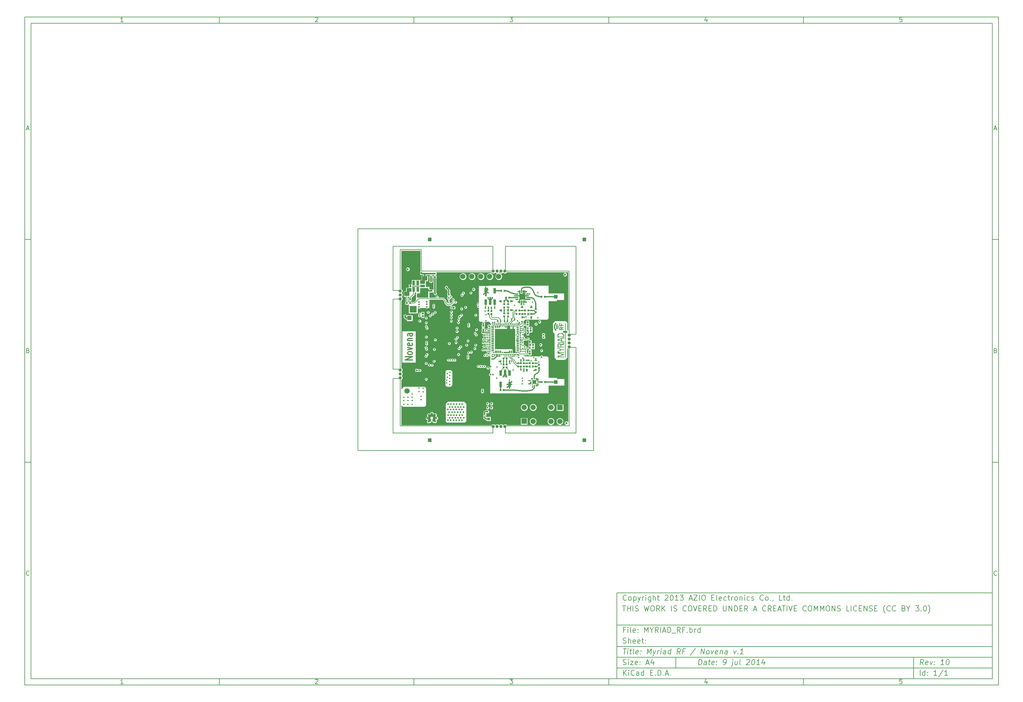
<source format=gtl>
G04 (created by PCBNEW (2013-07-07 BZR 4022)-stable) date 09/07/2014 14:33:10*
%MOIN*%
G04 Gerber Fmt 3.4, Leading zero omitted, Abs format*
%FSLAX34Y34*%
G01*
G70*
G90*
G04 APERTURE LIST*
%ADD10C,0.00590551*%
%ADD11C,0.0077*%
%ADD12C,0.012*%
%ADD13C,0.0195*%
%ADD14R,0.0392X0.0392*%
%ADD15C,0.0157*%
%ADD16C,0.023622*%
%ADD17C,0.0354*%
%ADD18R,0.0195X0.0175*%
%ADD19R,0.0175X0.0195*%
%ADD20R,0.014X0.0259*%
%ADD21R,0.0259X0.014*%
%ADD22R,0.0195X0.0195*%
%ADD23C,0.173228*%
%ADD24R,0.0299X0.0649*%
%ADD25R,0.0157X0.0209*%
%ADD26R,0.002X0.0114*%
%ADD27R,0.0276X0.0095*%
%ADD28R,0.0327X0.0095*%
%ADD29R,0.0354X0.0095*%
%ADD30R,0.0559X0.0095*%
%ADD31R,0.0019X0.0095*%
%ADD32R,0.0019X0.0083*%
%ADD33R,0.002X0.0095*%
%ADD34R,0.0019X0.0171*%
%ADD35R,0.0019X0.0342*%
%ADD36R,0.0019X0.0304*%
%ADD37R,0.0019X0.0094*%
%ADD38R,0.0019X0.0209*%
%ADD39R,0.0019X0.038*%
%ADD40R,0.0019X0.0475*%
%ADD41R,0.0019X0.0589*%
%ADD42R,0.0019X0.0646*%
%ADD43R,0.0019X0.0703*%
%ADD44R,0.0019X0.0779*%
%ADD45R,0.0019X0.0285*%
%ADD46R,0.0019X0.0247*%
%ADD47R,0.0019X0.0228*%
%ADD48R,0.0019X0.019*%
%ADD49R,0.0019X0.0133*%
%ADD50R,0.0019X0.0076*%
%ADD51R,0.0019X0.0038*%
%ADD52R,0.0019X0.0437*%
%ADD53R,0.0019X0.0551*%
%ADD54R,0.0019X0.0114*%
%ADD55R,0.0019X0.0057*%
%ADD56R,0.002X0.014*%
%ADD57R,0.0019X0.0335*%
%ADD58R,0.0019X0.0152*%
%ADD59R,0.0019X0.0361*%
%ADD60R,0.0019X0.0399*%
%ADD61R,0.0019X0.0323*%
%ADD62R,0.0019X0.0266*%
%ADD63R,0.0591X0.0095*%
%ADD64R,0.0157X0.0095*%
%ADD65R,0.002X0.038*%
%ADD66R,0.0019X0.0418*%
%ADD67R,0.0295X0.0095*%
%ADD68R,0.0217X0.0095*%
%ADD69R,0.0724X0.0095*%
%ADD70R,0.0019X0.3781*%
%ADD71R,0.00984252X0.0216535*%
%ADD72R,0.0216535X0.00984252*%
%ADD73R,0.0433071X0.0433071*%
%ADD74R,0.228346X0.228346*%
%ADD75R,0.0117X0.0275*%
%ADD76R,0.0117X0.0117*%
%ADD77R,0.0117X0.0177*%
%ADD78R,0.0177X0.0117*%
%ADD79R,0.0511811X0.0511811*%
%ADD80R,0.0354331X0.0629921*%
%ADD81R,0.0597X0.0597*%
%ADD82C,0.0597*%
%ADD83R,0.0591X0.0472*%
%ADD84R,0.0275591X0.0531496*%
%ADD85R,0.0531496X0.0393701*%
%ADD86R,0.023622X0.0275591*%
%ADD87R,0.0531496X0.0275591*%
%ADD88R,0.0314X0.0314*%
%ADD89C,0.15748*%
%ADD90R,0.0669X0.0669*%
%ADD91O,0.0335X0.0117*%
%ADD92O,0.0335X0.0122*%
%ADD93O,0.0335X0.0118*%
%ADD94O,0.0118X0.0335*%
%ADD95R,0.0118X0.0335*%
%ADD96O,0.0122X0.0335*%
%ADD97R,0.0393701X0.0393701*%
%ADD98R,0.0866142X0.0413386*%
%ADD99R,0.1495X0.0392*%
%ADD100R,0.1299X0.0392*%
%ADD101R,0.0392X0.1299*%
%ADD102R,0.0392X0.1495*%
%ADD103R,0.0154X0.0022*%
%ADD104R,0.0176X0.0022*%
%ADD105R,0.0198X0.0022*%
%ADD106R,0.0044X0.0022*%
%ADD107R,0.0066X0.0022*%
%ADD108R,0.0088X0.0022*%
%ADD109R,0.011X0.0022*%
%ADD110R,0.0308X0.0022*%
%ADD111R,0.0418X0.0022*%
%ADD112R,0.022X0.0022*%
%ADD113R,0.0946X0.0022*%
%ADD114R,0.0902X0.0022*%
%ADD115R,0.0858X0.0022*%
%ADD116R,0.0836X0.0022*%
%ADD117R,0.0814X0.0022*%
%ADD118R,0.077X0.0022*%
%ADD119R,0.0374X0.0022*%
%ADD120R,0.033X0.0022*%
%ADD121R,0.0352X0.0022*%
%ADD122R,0.0396X0.0022*%
%ADD123R,0.044X0.0022*%
%ADD124R,0.0462X0.0022*%
%ADD125R,0.0286X0.0022*%
%ADD126R,0.0022X0.0022*%
%ADD127R,0.0132X0.0022*%
%ADD128C,0.0590551*%
%ADD129R,0.0590551X0.0590551*%
%ADD130C,0.0432*%
%ADD131C,0.0117*%
%ADD132C,0.0196*%
%ADD133C,0.0138*%
%ADD134C,0.0157*%
%ADD135C,0.0117*%
%ADD136C,0.0129*%
%ADD137C,0.0122*%
%ADD138C,0.0078*%
%ADD139C,0.0039*%
%ADD140C,0.0059*%
%ADD141C,0.0118*%
G04 APERTURE END LIST*
G54D10*
X4000Y-4000D02*
X112930Y-4000D01*
X112930Y-78680D01*
X4000Y-78680D01*
X4000Y-4000D01*
X4700Y-4700D02*
X112230Y-4700D01*
X112230Y-77980D01*
X4700Y-77980D01*
X4700Y-4700D01*
X25780Y-4000D02*
X25780Y-4700D01*
X15032Y-4552D02*
X14747Y-4552D01*
X14890Y-4552D02*
X14890Y-4052D01*
X14842Y-4123D01*
X14794Y-4171D01*
X14747Y-4195D01*
X25780Y-78680D02*
X25780Y-77980D01*
X15032Y-78532D02*
X14747Y-78532D01*
X14890Y-78532D02*
X14890Y-78032D01*
X14842Y-78103D01*
X14794Y-78151D01*
X14747Y-78175D01*
X47560Y-4000D02*
X47560Y-4700D01*
X36527Y-4100D02*
X36550Y-4076D01*
X36598Y-4052D01*
X36717Y-4052D01*
X36765Y-4076D01*
X36789Y-4100D01*
X36812Y-4147D01*
X36812Y-4195D01*
X36789Y-4266D01*
X36503Y-4552D01*
X36812Y-4552D01*
X47560Y-78680D02*
X47560Y-77980D01*
X36527Y-78080D02*
X36550Y-78056D01*
X36598Y-78032D01*
X36717Y-78032D01*
X36765Y-78056D01*
X36789Y-78080D01*
X36812Y-78127D01*
X36812Y-78175D01*
X36789Y-78246D01*
X36503Y-78532D01*
X36812Y-78532D01*
X69340Y-4000D02*
X69340Y-4700D01*
X58283Y-4052D02*
X58592Y-4052D01*
X58426Y-4242D01*
X58497Y-4242D01*
X58545Y-4266D01*
X58569Y-4290D01*
X58592Y-4338D01*
X58592Y-4457D01*
X58569Y-4504D01*
X58545Y-4528D01*
X58497Y-4552D01*
X58354Y-4552D01*
X58307Y-4528D01*
X58283Y-4504D01*
X69340Y-78680D02*
X69340Y-77980D01*
X58283Y-78032D02*
X58592Y-78032D01*
X58426Y-78222D01*
X58497Y-78222D01*
X58545Y-78246D01*
X58569Y-78270D01*
X58592Y-78318D01*
X58592Y-78437D01*
X58569Y-78484D01*
X58545Y-78508D01*
X58497Y-78532D01*
X58354Y-78532D01*
X58307Y-78508D01*
X58283Y-78484D01*
X91120Y-4000D02*
X91120Y-4700D01*
X80325Y-4219D02*
X80325Y-4552D01*
X80206Y-4028D02*
X80087Y-4385D01*
X80396Y-4385D01*
X91120Y-78680D02*
X91120Y-77980D01*
X80325Y-78199D02*
X80325Y-78532D01*
X80206Y-78008D02*
X80087Y-78365D01*
X80396Y-78365D01*
X102129Y-4052D02*
X101890Y-4052D01*
X101867Y-4290D01*
X101890Y-4266D01*
X101938Y-4242D01*
X102057Y-4242D01*
X102105Y-4266D01*
X102129Y-4290D01*
X102152Y-4338D01*
X102152Y-4457D01*
X102129Y-4504D01*
X102105Y-4528D01*
X102057Y-4552D01*
X101938Y-4552D01*
X101890Y-4528D01*
X101867Y-4504D01*
X102129Y-78032D02*
X101890Y-78032D01*
X101867Y-78270D01*
X101890Y-78246D01*
X101938Y-78222D01*
X102057Y-78222D01*
X102105Y-78246D01*
X102129Y-78270D01*
X102152Y-78318D01*
X102152Y-78437D01*
X102129Y-78484D01*
X102105Y-78508D01*
X102057Y-78532D01*
X101938Y-78532D01*
X101890Y-78508D01*
X101867Y-78484D01*
X4000Y-28890D02*
X4700Y-28890D01*
X4230Y-16509D02*
X4469Y-16509D01*
X4183Y-16652D02*
X4350Y-16152D01*
X4516Y-16652D01*
X112930Y-28890D02*
X112230Y-28890D01*
X112460Y-16509D02*
X112699Y-16509D01*
X112413Y-16652D02*
X112580Y-16152D01*
X112746Y-16652D01*
X4000Y-53780D02*
X4700Y-53780D01*
X4385Y-41280D02*
X4457Y-41304D01*
X4480Y-41328D01*
X4504Y-41375D01*
X4504Y-41447D01*
X4480Y-41494D01*
X4457Y-41518D01*
X4409Y-41542D01*
X4219Y-41542D01*
X4219Y-41042D01*
X4385Y-41042D01*
X4433Y-41066D01*
X4457Y-41090D01*
X4480Y-41137D01*
X4480Y-41185D01*
X4457Y-41232D01*
X4433Y-41256D01*
X4385Y-41280D01*
X4219Y-41280D01*
X112930Y-53780D02*
X112230Y-53780D01*
X112615Y-41280D02*
X112687Y-41304D01*
X112710Y-41328D01*
X112734Y-41375D01*
X112734Y-41447D01*
X112710Y-41494D01*
X112687Y-41518D01*
X112639Y-41542D01*
X112449Y-41542D01*
X112449Y-41042D01*
X112615Y-41042D01*
X112663Y-41066D01*
X112687Y-41090D01*
X112710Y-41137D01*
X112710Y-41185D01*
X112687Y-41232D01*
X112663Y-41256D01*
X112615Y-41280D01*
X112449Y-41280D01*
X4504Y-66384D02*
X4480Y-66408D01*
X4409Y-66432D01*
X4361Y-66432D01*
X4290Y-66408D01*
X4242Y-66360D01*
X4219Y-66313D01*
X4195Y-66218D01*
X4195Y-66146D01*
X4219Y-66051D01*
X4242Y-66003D01*
X4290Y-65956D01*
X4361Y-65932D01*
X4409Y-65932D01*
X4480Y-65956D01*
X4504Y-65980D01*
X112734Y-66384D02*
X112710Y-66408D01*
X112639Y-66432D01*
X112591Y-66432D01*
X112520Y-66408D01*
X112472Y-66360D01*
X112449Y-66313D01*
X112425Y-66218D01*
X112425Y-66146D01*
X112449Y-66051D01*
X112472Y-66003D01*
X112520Y-65956D01*
X112591Y-65932D01*
X112639Y-65932D01*
X112710Y-65956D01*
X112734Y-65980D01*
X79380Y-76422D02*
X79455Y-75822D01*
X79597Y-75822D01*
X79680Y-75851D01*
X79730Y-75908D01*
X79751Y-75965D01*
X79765Y-76080D01*
X79755Y-76165D01*
X79712Y-76280D01*
X79676Y-76337D01*
X79612Y-76394D01*
X79522Y-76422D01*
X79380Y-76422D01*
X80237Y-76422D02*
X80276Y-76108D01*
X80255Y-76051D01*
X80201Y-76022D01*
X80087Y-76022D01*
X80026Y-76051D01*
X80240Y-76394D02*
X80180Y-76422D01*
X80037Y-76422D01*
X79983Y-76394D01*
X79962Y-76337D01*
X79969Y-76280D01*
X80005Y-76222D01*
X80065Y-76194D01*
X80208Y-76194D01*
X80269Y-76165D01*
X80487Y-76022D02*
X80715Y-76022D01*
X80597Y-75822D02*
X80533Y-76337D01*
X80555Y-76394D01*
X80608Y-76422D01*
X80665Y-76422D01*
X81097Y-76394D02*
X81037Y-76422D01*
X80922Y-76422D01*
X80869Y-76394D01*
X80847Y-76337D01*
X80876Y-76108D01*
X80912Y-76051D01*
X80972Y-76022D01*
X81087Y-76022D01*
X81140Y-76051D01*
X81162Y-76108D01*
X81155Y-76165D01*
X80862Y-76222D01*
X81387Y-76365D02*
X81412Y-76394D01*
X81380Y-76422D01*
X81355Y-76394D01*
X81387Y-76365D01*
X81380Y-76422D01*
X81426Y-76051D02*
X81451Y-76080D01*
X81419Y-76108D01*
X81394Y-76080D01*
X81426Y-76051D01*
X81419Y-76108D01*
X82151Y-76422D02*
X82265Y-76422D01*
X82326Y-76394D01*
X82358Y-76365D01*
X82426Y-76280D01*
X82469Y-76165D01*
X82497Y-75937D01*
X82476Y-75880D01*
X82451Y-75851D01*
X82397Y-75822D01*
X82283Y-75822D01*
X82222Y-75851D01*
X82190Y-75880D01*
X82155Y-75937D01*
X82137Y-76080D01*
X82158Y-76137D01*
X82183Y-76165D01*
X82237Y-76194D01*
X82351Y-76194D01*
X82412Y-76165D01*
X82444Y-76137D01*
X82480Y-76080D01*
X83201Y-76022D02*
X83137Y-76537D01*
X83101Y-76594D01*
X83040Y-76622D01*
X83012Y-76622D01*
X83226Y-75822D02*
X83194Y-75851D01*
X83219Y-75880D01*
X83251Y-75851D01*
X83226Y-75822D01*
X83219Y-75880D01*
X83744Y-76022D02*
X83694Y-76422D01*
X83487Y-76022D02*
X83447Y-76337D01*
X83469Y-76394D01*
X83522Y-76422D01*
X83608Y-76422D01*
X83669Y-76394D01*
X83701Y-76365D01*
X84065Y-76422D02*
X84012Y-76394D01*
X83990Y-76337D01*
X84055Y-75822D01*
X84790Y-75880D02*
X84822Y-75851D01*
X84883Y-75822D01*
X85026Y-75822D01*
X85080Y-75851D01*
X85105Y-75880D01*
X85126Y-75937D01*
X85119Y-75994D01*
X85080Y-76080D01*
X84694Y-76422D01*
X85065Y-76422D01*
X85512Y-75822D02*
X85569Y-75822D01*
X85622Y-75851D01*
X85647Y-75880D01*
X85669Y-75937D01*
X85683Y-76051D01*
X85665Y-76194D01*
X85622Y-76308D01*
X85587Y-76365D01*
X85555Y-76394D01*
X85494Y-76422D01*
X85437Y-76422D01*
X85383Y-76394D01*
X85358Y-76365D01*
X85337Y-76308D01*
X85322Y-76194D01*
X85340Y-76051D01*
X85383Y-75937D01*
X85419Y-75880D01*
X85451Y-75851D01*
X85512Y-75822D01*
X86208Y-76422D02*
X85865Y-76422D01*
X86037Y-76422D02*
X86112Y-75822D01*
X86044Y-75908D01*
X85980Y-75965D01*
X85919Y-75994D01*
X86772Y-76022D02*
X86722Y-76422D01*
X86658Y-75794D02*
X86462Y-76222D01*
X86833Y-76222D01*
X70972Y-77622D02*
X70972Y-77022D01*
X71315Y-77622D02*
X71058Y-77280D01*
X71315Y-77022D02*
X70972Y-77365D01*
X71572Y-77622D02*
X71572Y-77222D01*
X71572Y-77022D02*
X71544Y-77051D01*
X71572Y-77080D01*
X71601Y-77051D01*
X71572Y-77022D01*
X71572Y-77080D01*
X72201Y-77565D02*
X72172Y-77594D01*
X72087Y-77622D01*
X72030Y-77622D01*
X71944Y-77594D01*
X71887Y-77537D01*
X71858Y-77480D01*
X71830Y-77365D01*
X71830Y-77280D01*
X71858Y-77165D01*
X71887Y-77108D01*
X71944Y-77051D01*
X72030Y-77022D01*
X72087Y-77022D01*
X72172Y-77051D01*
X72201Y-77080D01*
X72715Y-77622D02*
X72715Y-77308D01*
X72687Y-77251D01*
X72630Y-77222D01*
X72515Y-77222D01*
X72458Y-77251D01*
X72715Y-77594D02*
X72658Y-77622D01*
X72515Y-77622D01*
X72458Y-77594D01*
X72430Y-77537D01*
X72430Y-77480D01*
X72458Y-77422D01*
X72515Y-77394D01*
X72658Y-77394D01*
X72715Y-77365D01*
X73258Y-77622D02*
X73258Y-77022D01*
X73258Y-77594D02*
X73201Y-77622D01*
X73087Y-77622D01*
X73030Y-77594D01*
X73001Y-77565D01*
X72972Y-77508D01*
X72972Y-77337D01*
X73001Y-77280D01*
X73030Y-77251D01*
X73087Y-77222D01*
X73201Y-77222D01*
X73258Y-77251D01*
X74001Y-77308D02*
X74201Y-77308D01*
X74287Y-77622D02*
X74001Y-77622D01*
X74001Y-77022D01*
X74287Y-77022D01*
X74544Y-77565D02*
X74572Y-77594D01*
X74544Y-77622D01*
X74515Y-77594D01*
X74544Y-77565D01*
X74544Y-77622D01*
X74829Y-77622D02*
X74829Y-77022D01*
X74972Y-77022D01*
X75058Y-77051D01*
X75115Y-77108D01*
X75144Y-77165D01*
X75172Y-77280D01*
X75172Y-77365D01*
X75144Y-77480D01*
X75115Y-77537D01*
X75058Y-77594D01*
X74972Y-77622D01*
X74829Y-77622D01*
X75429Y-77565D02*
X75458Y-77594D01*
X75429Y-77622D01*
X75401Y-77594D01*
X75429Y-77565D01*
X75429Y-77622D01*
X75687Y-77451D02*
X75972Y-77451D01*
X75629Y-77622D02*
X75829Y-77022D01*
X76029Y-77622D01*
X76229Y-77565D02*
X76258Y-77594D01*
X76229Y-77622D01*
X76201Y-77594D01*
X76229Y-77565D01*
X76229Y-77622D01*
X104522Y-76422D02*
X104358Y-76137D01*
X104180Y-76422D02*
X104255Y-75822D01*
X104483Y-75822D01*
X104537Y-75851D01*
X104562Y-75880D01*
X104583Y-75937D01*
X104572Y-76022D01*
X104537Y-76080D01*
X104505Y-76108D01*
X104444Y-76137D01*
X104215Y-76137D01*
X105012Y-76394D02*
X104951Y-76422D01*
X104837Y-76422D01*
X104783Y-76394D01*
X104762Y-76337D01*
X104790Y-76108D01*
X104826Y-76051D01*
X104887Y-76022D01*
X105001Y-76022D01*
X105055Y-76051D01*
X105076Y-76108D01*
X105069Y-76165D01*
X104776Y-76222D01*
X105287Y-76022D02*
X105380Y-76422D01*
X105572Y-76022D01*
X105758Y-76365D02*
X105783Y-76394D01*
X105751Y-76422D01*
X105726Y-76394D01*
X105758Y-76365D01*
X105751Y-76422D01*
X105797Y-76051D02*
X105822Y-76080D01*
X105790Y-76108D01*
X105765Y-76080D01*
X105797Y-76051D01*
X105790Y-76108D01*
X106808Y-76422D02*
X106465Y-76422D01*
X106637Y-76422D02*
X106712Y-75822D01*
X106644Y-75908D01*
X106580Y-75965D01*
X106519Y-75994D01*
X107255Y-75822D02*
X107312Y-75822D01*
X107365Y-75851D01*
X107390Y-75880D01*
X107412Y-75937D01*
X107426Y-76051D01*
X107408Y-76194D01*
X107365Y-76308D01*
X107330Y-76365D01*
X107297Y-76394D01*
X107237Y-76422D01*
X107180Y-76422D01*
X107126Y-76394D01*
X107101Y-76365D01*
X107080Y-76308D01*
X107065Y-76194D01*
X107083Y-76051D01*
X107126Y-75937D01*
X107162Y-75880D01*
X107194Y-75851D01*
X107255Y-75822D01*
X70944Y-76394D02*
X71030Y-76422D01*
X71172Y-76422D01*
X71230Y-76394D01*
X71258Y-76365D01*
X71287Y-76308D01*
X71287Y-76251D01*
X71258Y-76194D01*
X71230Y-76165D01*
X71172Y-76137D01*
X71058Y-76108D01*
X71001Y-76080D01*
X70972Y-76051D01*
X70944Y-75994D01*
X70944Y-75937D01*
X70972Y-75880D01*
X71001Y-75851D01*
X71058Y-75822D01*
X71201Y-75822D01*
X71287Y-75851D01*
X71544Y-76422D02*
X71544Y-76022D01*
X71544Y-75822D02*
X71515Y-75851D01*
X71544Y-75880D01*
X71572Y-75851D01*
X71544Y-75822D01*
X71544Y-75880D01*
X71772Y-76022D02*
X72087Y-76022D01*
X71772Y-76422D01*
X72087Y-76422D01*
X72544Y-76394D02*
X72487Y-76422D01*
X72372Y-76422D01*
X72315Y-76394D01*
X72287Y-76337D01*
X72287Y-76108D01*
X72315Y-76051D01*
X72372Y-76022D01*
X72487Y-76022D01*
X72544Y-76051D01*
X72572Y-76108D01*
X72572Y-76165D01*
X72287Y-76222D01*
X72830Y-76365D02*
X72858Y-76394D01*
X72830Y-76422D01*
X72801Y-76394D01*
X72830Y-76365D01*
X72830Y-76422D01*
X72830Y-76051D02*
X72858Y-76080D01*
X72830Y-76108D01*
X72801Y-76080D01*
X72830Y-76051D01*
X72830Y-76108D01*
X73544Y-76251D02*
X73830Y-76251D01*
X73487Y-76422D02*
X73687Y-75822D01*
X73887Y-76422D01*
X74344Y-76022D02*
X74344Y-76422D01*
X74201Y-75794D02*
X74058Y-76222D01*
X74430Y-76222D01*
X104172Y-77622D02*
X104172Y-77022D01*
X104715Y-77622D02*
X104715Y-77022D01*
X104715Y-77594D02*
X104658Y-77622D01*
X104544Y-77622D01*
X104487Y-77594D01*
X104458Y-77565D01*
X104430Y-77508D01*
X104430Y-77337D01*
X104458Y-77280D01*
X104487Y-77251D01*
X104544Y-77222D01*
X104658Y-77222D01*
X104715Y-77251D01*
X105001Y-77565D02*
X105030Y-77594D01*
X105001Y-77622D01*
X104972Y-77594D01*
X105001Y-77565D01*
X105001Y-77622D01*
X105001Y-77251D02*
X105030Y-77280D01*
X105001Y-77308D01*
X104972Y-77280D01*
X105001Y-77251D01*
X105001Y-77308D01*
X106058Y-77622D02*
X105715Y-77622D01*
X105887Y-77622D02*
X105887Y-77022D01*
X105829Y-77108D01*
X105772Y-77165D01*
X105715Y-77194D01*
X106744Y-76994D02*
X106230Y-77765D01*
X107258Y-77622D02*
X106915Y-77622D01*
X107087Y-77622D02*
X107087Y-77022D01*
X107029Y-77108D01*
X106972Y-77165D01*
X106915Y-77194D01*
X70969Y-74622D02*
X71312Y-74622D01*
X71065Y-75222D02*
X71140Y-74622D01*
X71437Y-75222D02*
X71487Y-74822D01*
X71512Y-74622D02*
X71480Y-74651D01*
X71505Y-74680D01*
X71537Y-74651D01*
X71512Y-74622D01*
X71505Y-74680D01*
X71687Y-74822D02*
X71915Y-74822D01*
X71797Y-74622D02*
X71733Y-75137D01*
X71755Y-75194D01*
X71808Y-75222D01*
X71865Y-75222D01*
X72151Y-75222D02*
X72097Y-75194D01*
X72076Y-75137D01*
X72140Y-74622D01*
X72612Y-75194D02*
X72551Y-75222D01*
X72437Y-75222D01*
X72383Y-75194D01*
X72362Y-75137D01*
X72390Y-74908D01*
X72426Y-74851D01*
X72487Y-74822D01*
X72601Y-74822D01*
X72655Y-74851D01*
X72676Y-74908D01*
X72669Y-74965D01*
X72376Y-75022D01*
X72901Y-75165D02*
X72926Y-75194D01*
X72894Y-75222D01*
X72869Y-75194D01*
X72901Y-75165D01*
X72894Y-75222D01*
X72940Y-74851D02*
X72965Y-74880D01*
X72933Y-74908D01*
X72908Y-74880D01*
X72940Y-74851D01*
X72933Y-74908D01*
X73637Y-75222D02*
X73712Y-74622D01*
X73858Y-75051D01*
X74112Y-74622D01*
X74037Y-75222D01*
X74315Y-74822D02*
X74408Y-75222D01*
X74601Y-74822D02*
X74408Y-75222D01*
X74333Y-75365D01*
X74301Y-75394D01*
X74240Y-75422D01*
X74780Y-75222D02*
X74830Y-74822D01*
X74815Y-74937D02*
X74851Y-74880D01*
X74883Y-74851D01*
X74944Y-74822D01*
X75001Y-74822D01*
X75151Y-75222D02*
X75201Y-74822D01*
X75226Y-74622D02*
X75194Y-74651D01*
X75219Y-74680D01*
X75251Y-74651D01*
X75226Y-74622D01*
X75219Y-74680D01*
X75694Y-75222D02*
X75733Y-74908D01*
X75712Y-74851D01*
X75658Y-74822D01*
X75544Y-74822D01*
X75483Y-74851D01*
X75697Y-75194D02*
X75637Y-75222D01*
X75494Y-75222D01*
X75440Y-75194D01*
X75419Y-75137D01*
X75426Y-75080D01*
X75462Y-75022D01*
X75522Y-74994D01*
X75665Y-74994D01*
X75726Y-74965D01*
X76237Y-75222D02*
X76312Y-74622D01*
X76240Y-75194D02*
X76180Y-75222D01*
X76065Y-75222D01*
X76012Y-75194D01*
X75987Y-75165D01*
X75965Y-75108D01*
X75987Y-74937D01*
X76022Y-74880D01*
X76055Y-74851D01*
X76115Y-74822D01*
X76230Y-74822D01*
X76283Y-74851D01*
X77322Y-75222D02*
X77158Y-74937D01*
X76980Y-75222D02*
X77055Y-74622D01*
X77283Y-74622D01*
X77337Y-74651D01*
X77362Y-74680D01*
X77383Y-74737D01*
X77372Y-74822D01*
X77337Y-74880D01*
X77305Y-74908D01*
X77244Y-74937D01*
X77015Y-74937D01*
X77819Y-74908D02*
X77619Y-74908D01*
X77580Y-75222D02*
X77655Y-74622D01*
X77940Y-74622D01*
X79058Y-74594D02*
X78447Y-75365D01*
X79637Y-75222D02*
X79712Y-74622D01*
X79980Y-75222D01*
X80055Y-74622D01*
X80351Y-75222D02*
X80297Y-75194D01*
X80272Y-75165D01*
X80251Y-75108D01*
X80272Y-74937D01*
X80308Y-74880D01*
X80340Y-74851D01*
X80401Y-74822D01*
X80487Y-74822D01*
X80540Y-74851D01*
X80565Y-74880D01*
X80587Y-74937D01*
X80565Y-75108D01*
X80530Y-75165D01*
X80497Y-75194D01*
X80437Y-75222D01*
X80351Y-75222D01*
X80801Y-74822D02*
X80894Y-75222D01*
X81087Y-74822D01*
X81497Y-75194D02*
X81437Y-75222D01*
X81322Y-75222D01*
X81269Y-75194D01*
X81247Y-75137D01*
X81276Y-74908D01*
X81312Y-74851D01*
X81372Y-74822D01*
X81487Y-74822D01*
X81540Y-74851D01*
X81562Y-74908D01*
X81555Y-74965D01*
X81262Y-75022D01*
X81830Y-74822D02*
X81780Y-75222D01*
X81822Y-74880D02*
X81855Y-74851D01*
X81915Y-74822D01*
X82001Y-74822D01*
X82055Y-74851D01*
X82076Y-74908D01*
X82037Y-75222D01*
X82580Y-75222D02*
X82619Y-74908D01*
X82597Y-74851D01*
X82544Y-74822D01*
X82430Y-74822D01*
X82369Y-74851D01*
X82583Y-75194D02*
X82522Y-75222D01*
X82380Y-75222D01*
X82326Y-75194D01*
X82305Y-75137D01*
X82312Y-75080D01*
X82347Y-75022D01*
X82408Y-74994D01*
X82551Y-74994D01*
X82612Y-74965D01*
X83315Y-74822D02*
X83408Y-75222D01*
X83601Y-74822D01*
X83787Y-75165D02*
X83812Y-75194D01*
X83780Y-75222D01*
X83755Y-75194D01*
X83787Y-75165D01*
X83780Y-75222D01*
X84380Y-75222D02*
X84037Y-75222D01*
X84208Y-75222D02*
X84283Y-74622D01*
X84215Y-74708D01*
X84151Y-74765D01*
X84090Y-74794D01*
X71172Y-72508D02*
X70972Y-72508D01*
X70972Y-72822D02*
X70972Y-72222D01*
X71258Y-72222D01*
X71487Y-72822D02*
X71487Y-72422D01*
X71487Y-72222D02*
X71458Y-72251D01*
X71487Y-72280D01*
X71515Y-72251D01*
X71487Y-72222D01*
X71487Y-72280D01*
X71858Y-72822D02*
X71801Y-72794D01*
X71772Y-72737D01*
X71772Y-72222D01*
X72315Y-72794D02*
X72258Y-72822D01*
X72144Y-72822D01*
X72087Y-72794D01*
X72058Y-72737D01*
X72058Y-72508D01*
X72087Y-72451D01*
X72144Y-72422D01*
X72258Y-72422D01*
X72315Y-72451D01*
X72344Y-72508D01*
X72344Y-72565D01*
X72058Y-72622D01*
X72601Y-72765D02*
X72630Y-72794D01*
X72601Y-72822D01*
X72572Y-72794D01*
X72601Y-72765D01*
X72601Y-72822D01*
X72601Y-72451D02*
X72630Y-72480D01*
X72601Y-72508D01*
X72572Y-72480D01*
X72601Y-72451D01*
X72601Y-72508D01*
X73344Y-72822D02*
X73344Y-72222D01*
X73544Y-72651D01*
X73744Y-72222D01*
X73744Y-72822D01*
X74144Y-72537D02*
X74144Y-72822D01*
X73944Y-72222D02*
X74144Y-72537D01*
X74344Y-72222D01*
X74887Y-72822D02*
X74687Y-72537D01*
X74544Y-72822D02*
X74544Y-72222D01*
X74772Y-72222D01*
X74830Y-72251D01*
X74858Y-72280D01*
X74887Y-72337D01*
X74887Y-72422D01*
X74858Y-72480D01*
X74830Y-72508D01*
X74772Y-72537D01*
X74544Y-72537D01*
X75144Y-72822D02*
X75144Y-72222D01*
X75401Y-72651D02*
X75687Y-72651D01*
X75344Y-72822D02*
X75544Y-72222D01*
X75744Y-72822D01*
X75944Y-72822D02*
X75944Y-72222D01*
X76087Y-72222D01*
X76172Y-72251D01*
X76230Y-72308D01*
X76258Y-72365D01*
X76287Y-72480D01*
X76287Y-72565D01*
X76258Y-72680D01*
X76230Y-72737D01*
X76172Y-72794D01*
X76087Y-72822D01*
X75944Y-72822D01*
X76401Y-72880D02*
X76858Y-72880D01*
X77344Y-72822D02*
X77144Y-72537D01*
X77001Y-72822D02*
X77001Y-72222D01*
X77230Y-72222D01*
X77287Y-72251D01*
X77315Y-72280D01*
X77344Y-72337D01*
X77344Y-72422D01*
X77315Y-72480D01*
X77287Y-72508D01*
X77230Y-72537D01*
X77001Y-72537D01*
X77801Y-72508D02*
X77601Y-72508D01*
X77601Y-72822D02*
X77601Y-72222D01*
X77887Y-72222D01*
X78115Y-72765D02*
X78144Y-72794D01*
X78115Y-72822D01*
X78087Y-72794D01*
X78115Y-72765D01*
X78115Y-72822D01*
X78401Y-72822D02*
X78401Y-72222D01*
X78401Y-72451D02*
X78458Y-72422D01*
X78572Y-72422D01*
X78630Y-72451D01*
X78658Y-72480D01*
X78687Y-72537D01*
X78687Y-72708D01*
X78658Y-72765D01*
X78630Y-72794D01*
X78572Y-72822D01*
X78458Y-72822D01*
X78401Y-72794D01*
X78944Y-72822D02*
X78944Y-72422D01*
X78944Y-72537D02*
X78972Y-72480D01*
X79001Y-72451D01*
X79058Y-72422D01*
X79115Y-72422D01*
X79572Y-72822D02*
X79572Y-72222D01*
X79572Y-72794D02*
X79515Y-72822D01*
X79401Y-72822D01*
X79344Y-72794D01*
X79315Y-72765D01*
X79287Y-72708D01*
X79287Y-72537D01*
X79315Y-72480D01*
X79344Y-72451D01*
X79401Y-72422D01*
X79515Y-72422D01*
X79572Y-72451D01*
X70944Y-73994D02*
X71030Y-74022D01*
X71172Y-74022D01*
X71230Y-73994D01*
X71258Y-73965D01*
X71287Y-73908D01*
X71287Y-73851D01*
X71258Y-73794D01*
X71230Y-73765D01*
X71172Y-73737D01*
X71058Y-73708D01*
X71001Y-73680D01*
X70972Y-73651D01*
X70944Y-73594D01*
X70944Y-73537D01*
X70972Y-73480D01*
X71001Y-73451D01*
X71058Y-73422D01*
X71201Y-73422D01*
X71287Y-73451D01*
X71544Y-74022D02*
X71544Y-73422D01*
X71801Y-74022D02*
X71801Y-73708D01*
X71772Y-73651D01*
X71715Y-73622D01*
X71630Y-73622D01*
X71572Y-73651D01*
X71544Y-73680D01*
X72315Y-73994D02*
X72258Y-74022D01*
X72144Y-74022D01*
X72087Y-73994D01*
X72058Y-73937D01*
X72058Y-73708D01*
X72087Y-73651D01*
X72144Y-73622D01*
X72258Y-73622D01*
X72315Y-73651D01*
X72344Y-73708D01*
X72344Y-73765D01*
X72058Y-73822D01*
X72830Y-73994D02*
X72772Y-74022D01*
X72658Y-74022D01*
X72601Y-73994D01*
X72572Y-73937D01*
X72572Y-73708D01*
X72601Y-73651D01*
X72658Y-73622D01*
X72772Y-73622D01*
X72830Y-73651D01*
X72858Y-73708D01*
X72858Y-73765D01*
X72572Y-73822D01*
X73030Y-73622D02*
X73258Y-73622D01*
X73115Y-73422D02*
X73115Y-73937D01*
X73144Y-73994D01*
X73201Y-74022D01*
X73258Y-74022D01*
X73458Y-73965D02*
X73487Y-73994D01*
X73458Y-74022D01*
X73430Y-73994D01*
X73458Y-73965D01*
X73458Y-74022D01*
X73458Y-73651D02*
X73487Y-73680D01*
X73458Y-73708D01*
X73430Y-73680D01*
X73458Y-73651D01*
X73458Y-73708D01*
X70887Y-69822D02*
X71230Y-69822D01*
X71058Y-70422D02*
X71058Y-69822D01*
X71430Y-70422D02*
X71430Y-69822D01*
X71430Y-70108D02*
X71772Y-70108D01*
X71772Y-70422D02*
X71772Y-69822D01*
X72058Y-70422D02*
X72058Y-69822D01*
X72315Y-70394D02*
X72401Y-70422D01*
X72544Y-70422D01*
X72601Y-70394D01*
X72629Y-70365D01*
X72658Y-70308D01*
X72658Y-70251D01*
X72629Y-70194D01*
X72601Y-70165D01*
X72544Y-70137D01*
X72429Y-70108D01*
X72372Y-70080D01*
X72344Y-70051D01*
X72315Y-69994D01*
X72315Y-69937D01*
X72344Y-69880D01*
X72372Y-69851D01*
X72429Y-69822D01*
X72572Y-69822D01*
X72658Y-69851D01*
X73315Y-69822D02*
X73458Y-70422D01*
X73572Y-69994D01*
X73687Y-70422D01*
X73830Y-69822D01*
X74172Y-69822D02*
X74287Y-69822D01*
X74344Y-69851D01*
X74401Y-69908D01*
X74430Y-70022D01*
X74430Y-70222D01*
X74401Y-70337D01*
X74344Y-70394D01*
X74287Y-70422D01*
X74172Y-70422D01*
X74115Y-70394D01*
X74058Y-70337D01*
X74030Y-70222D01*
X74030Y-70022D01*
X74058Y-69908D01*
X74115Y-69851D01*
X74172Y-69822D01*
X75029Y-70422D02*
X74829Y-70137D01*
X74687Y-70422D02*
X74687Y-69822D01*
X74915Y-69822D01*
X74972Y-69851D01*
X75001Y-69880D01*
X75029Y-69937D01*
X75029Y-70022D01*
X75001Y-70080D01*
X74972Y-70108D01*
X74915Y-70137D01*
X74687Y-70137D01*
X75287Y-70422D02*
X75287Y-69822D01*
X75629Y-70422D02*
X75372Y-70080D01*
X75629Y-69822D02*
X75287Y-70165D01*
X76344Y-70422D02*
X76344Y-69822D01*
X76601Y-70394D02*
X76687Y-70422D01*
X76829Y-70422D01*
X76887Y-70394D01*
X76915Y-70365D01*
X76944Y-70308D01*
X76944Y-70251D01*
X76915Y-70194D01*
X76887Y-70165D01*
X76829Y-70137D01*
X76715Y-70108D01*
X76658Y-70080D01*
X76629Y-70051D01*
X76601Y-69994D01*
X76601Y-69937D01*
X76629Y-69880D01*
X76658Y-69851D01*
X76715Y-69822D01*
X76858Y-69822D01*
X76944Y-69851D01*
X78001Y-70365D02*
X77972Y-70394D01*
X77887Y-70422D01*
X77830Y-70422D01*
X77744Y-70394D01*
X77687Y-70337D01*
X77658Y-70280D01*
X77630Y-70165D01*
X77630Y-70080D01*
X77658Y-69965D01*
X77687Y-69908D01*
X77744Y-69851D01*
X77830Y-69822D01*
X77887Y-69822D01*
X77972Y-69851D01*
X78001Y-69880D01*
X78372Y-69822D02*
X78487Y-69822D01*
X78544Y-69851D01*
X78601Y-69908D01*
X78630Y-70022D01*
X78630Y-70222D01*
X78601Y-70337D01*
X78544Y-70394D01*
X78487Y-70422D01*
X78372Y-70422D01*
X78315Y-70394D01*
X78258Y-70337D01*
X78230Y-70222D01*
X78230Y-70022D01*
X78258Y-69908D01*
X78315Y-69851D01*
X78372Y-69822D01*
X78801Y-69822D02*
X79001Y-70422D01*
X79201Y-69822D01*
X79401Y-70108D02*
X79601Y-70108D01*
X79687Y-70422D02*
X79401Y-70422D01*
X79401Y-69822D01*
X79687Y-69822D01*
X80287Y-70422D02*
X80087Y-70137D01*
X79944Y-70422D02*
X79944Y-69822D01*
X80172Y-69822D01*
X80229Y-69851D01*
X80258Y-69880D01*
X80287Y-69937D01*
X80287Y-70022D01*
X80258Y-70080D01*
X80229Y-70108D01*
X80172Y-70137D01*
X79944Y-70137D01*
X80544Y-70108D02*
X80744Y-70108D01*
X80829Y-70422D02*
X80544Y-70422D01*
X80544Y-69822D01*
X80829Y-69822D01*
X81087Y-70422D02*
X81087Y-69822D01*
X81229Y-69822D01*
X81315Y-69851D01*
X81372Y-69908D01*
X81401Y-69965D01*
X81429Y-70080D01*
X81429Y-70165D01*
X81401Y-70280D01*
X81372Y-70337D01*
X81315Y-70394D01*
X81229Y-70422D01*
X81087Y-70422D01*
X82144Y-69822D02*
X82144Y-70308D01*
X82172Y-70365D01*
X82201Y-70394D01*
X82258Y-70422D01*
X82372Y-70422D01*
X82429Y-70394D01*
X82458Y-70365D01*
X82487Y-70308D01*
X82487Y-69822D01*
X82772Y-70422D02*
X82772Y-69822D01*
X83115Y-70422D01*
X83115Y-69822D01*
X83401Y-70422D02*
X83401Y-69822D01*
X83544Y-69822D01*
X83629Y-69851D01*
X83687Y-69908D01*
X83715Y-69965D01*
X83744Y-70080D01*
X83744Y-70165D01*
X83715Y-70280D01*
X83687Y-70337D01*
X83629Y-70394D01*
X83544Y-70422D01*
X83401Y-70422D01*
X84001Y-70108D02*
X84201Y-70108D01*
X84287Y-70422D02*
X84001Y-70422D01*
X84001Y-69822D01*
X84287Y-69822D01*
X84887Y-70422D02*
X84687Y-70137D01*
X84544Y-70422D02*
X84544Y-69822D01*
X84772Y-69822D01*
X84829Y-69851D01*
X84858Y-69880D01*
X84887Y-69937D01*
X84887Y-70022D01*
X84858Y-70080D01*
X84829Y-70108D01*
X84772Y-70137D01*
X84544Y-70137D01*
X85572Y-70251D02*
X85858Y-70251D01*
X85515Y-70422D02*
X85715Y-69822D01*
X85915Y-70422D01*
X86915Y-70365D02*
X86887Y-70394D01*
X86801Y-70422D01*
X86744Y-70422D01*
X86658Y-70394D01*
X86601Y-70337D01*
X86572Y-70280D01*
X86544Y-70165D01*
X86544Y-70080D01*
X86572Y-69965D01*
X86601Y-69908D01*
X86658Y-69851D01*
X86744Y-69822D01*
X86801Y-69822D01*
X86887Y-69851D01*
X86915Y-69880D01*
X87515Y-70422D02*
X87315Y-70137D01*
X87172Y-70422D02*
X87172Y-69822D01*
X87401Y-69822D01*
X87458Y-69851D01*
X87487Y-69880D01*
X87515Y-69937D01*
X87515Y-70022D01*
X87487Y-70080D01*
X87458Y-70108D01*
X87401Y-70137D01*
X87172Y-70137D01*
X87772Y-70108D02*
X87972Y-70108D01*
X88058Y-70422D02*
X87772Y-70422D01*
X87772Y-69822D01*
X88058Y-69822D01*
X88287Y-70251D02*
X88572Y-70251D01*
X88229Y-70422D02*
X88429Y-69822D01*
X88629Y-70422D01*
X88744Y-69822D02*
X89087Y-69822D01*
X88915Y-70422D02*
X88915Y-69822D01*
X89287Y-70422D02*
X89287Y-69822D01*
X89487Y-69822D02*
X89687Y-70422D01*
X89887Y-69822D01*
X90087Y-70108D02*
X90287Y-70108D01*
X90372Y-70422D02*
X90087Y-70422D01*
X90087Y-69822D01*
X90372Y-69822D01*
X91429Y-70365D02*
X91401Y-70394D01*
X91315Y-70422D01*
X91258Y-70422D01*
X91172Y-70394D01*
X91115Y-70337D01*
X91087Y-70280D01*
X91058Y-70165D01*
X91058Y-70080D01*
X91087Y-69965D01*
X91115Y-69908D01*
X91172Y-69851D01*
X91258Y-69822D01*
X91315Y-69822D01*
X91401Y-69851D01*
X91429Y-69880D01*
X91801Y-69822D02*
X91915Y-69822D01*
X91972Y-69851D01*
X92029Y-69908D01*
X92058Y-70022D01*
X92058Y-70222D01*
X92029Y-70337D01*
X91972Y-70394D01*
X91915Y-70422D01*
X91801Y-70422D01*
X91744Y-70394D01*
X91687Y-70337D01*
X91658Y-70222D01*
X91658Y-70022D01*
X91687Y-69908D01*
X91744Y-69851D01*
X91801Y-69822D01*
X92315Y-70422D02*
X92315Y-69822D01*
X92515Y-70251D01*
X92715Y-69822D01*
X92715Y-70422D01*
X93001Y-70422D02*
X93001Y-69822D01*
X93201Y-70251D01*
X93401Y-69822D01*
X93401Y-70422D01*
X93801Y-69822D02*
X93915Y-69822D01*
X93972Y-69851D01*
X94029Y-69908D01*
X94058Y-70022D01*
X94058Y-70222D01*
X94029Y-70337D01*
X93972Y-70394D01*
X93915Y-70422D01*
X93801Y-70422D01*
X93744Y-70394D01*
X93687Y-70337D01*
X93658Y-70222D01*
X93658Y-70022D01*
X93687Y-69908D01*
X93744Y-69851D01*
X93801Y-69822D01*
X94315Y-70422D02*
X94315Y-69822D01*
X94658Y-70422D01*
X94658Y-69822D01*
X94915Y-70394D02*
X95001Y-70422D01*
X95144Y-70422D01*
X95201Y-70394D01*
X95229Y-70365D01*
X95258Y-70308D01*
X95258Y-70251D01*
X95229Y-70194D01*
X95201Y-70165D01*
X95144Y-70137D01*
X95029Y-70108D01*
X94972Y-70080D01*
X94944Y-70051D01*
X94915Y-69994D01*
X94915Y-69937D01*
X94944Y-69880D01*
X94972Y-69851D01*
X95029Y-69822D01*
X95172Y-69822D01*
X95258Y-69851D01*
X96258Y-70422D02*
X95972Y-70422D01*
X95972Y-69822D01*
X96458Y-70422D02*
X96458Y-69822D01*
X97087Y-70365D02*
X97058Y-70394D01*
X96972Y-70422D01*
X96915Y-70422D01*
X96829Y-70394D01*
X96772Y-70337D01*
X96744Y-70280D01*
X96715Y-70165D01*
X96715Y-70080D01*
X96744Y-69965D01*
X96772Y-69908D01*
X96829Y-69851D01*
X96915Y-69822D01*
X96972Y-69822D01*
X97058Y-69851D01*
X97087Y-69880D01*
X97344Y-70108D02*
X97544Y-70108D01*
X97629Y-70422D02*
X97344Y-70422D01*
X97344Y-69822D01*
X97629Y-69822D01*
X97887Y-70422D02*
X97887Y-69822D01*
X98229Y-70422D01*
X98229Y-69822D01*
X98487Y-70394D02*
X98572Y-70422D01*
X98715Y-70422D01*
X98772Y-70394D01*
X98801Y-70365D01*
X98829Y-70308D01*
X98829Y-70251D01*
X98801Y-70194D01*
X98772Y-70165D01*
X98715Y-70137D01*
X98601Y-70108D01*
X98544Y-70080D01*
X98515Y-70051D01*
X98487Y-69994D01*
X98487Y-69937D01*
X98515Y-69880D01*
X98544Y-69851D01*
X98601Y-69822D01*
X98744Y-69822D01*
X98829Y-69851D01*
X99087Y-70108D02*
X99287Y-70108D01*
X99372Y-70422D02*
X99087Y-70422D01*
X99087Y-69822D01*
X99372Y-69822D01*
X100258Y-70651D02*
X100229Y-70622D01*
X100172Y-70537D01*
X100144Y-70480D01*
X100115Y-70394D01*
X100087Y-70251D01*
X100087Y-70137D01*
X100115Y-69994D01*
X100144Y-69908D01*
X100172Y-69851D01*
X100229Y-69765D01*
X100258Y-69737D01*
X100829Y-70365D02*
X100801Y-70394D01*
X100715Y-70422D01*
X100658Y-70422D01*
X100572Y-70394D01*
X100515Y-70337D01*
X100487Y-70280D01*
X100458Y-70165D01*
X100458Y-70080D01*
X100487Y-69965D01*
X100515Y-69908D01*
X100572Y-69851D01*
X100658Y-69822D01*
X100715Y-69822D01*
X100801Y-69851D01*
X100829Y-69880D01*
X101429Y-70365D02*
X101401Y-70394D01*
X101315Y-70422D01*
X101258Y-70422D01*
X101172Y-70394D01*
X101115Y-70337D01*
X101087Y-70280D01*
X101058Y-70165D01*
X101058Y-70080D01*
X101087Y-69965D01*
X101115Y-69908D01*
X101172Y-69851D01*
X101258Y-69822D01*
X101315Y-69822D01*
X101401Y-69851D01*
X101429Y-69880D01*
X102344Y-70108D02*
X102429Y-70137D01*
X102458Y-70165D01*
X102487Y-70222D01*
X102487Y-70308D01*
X102458Y-70365D01*
X102429Y-70394D01*
X102372Y-70422D01*
X102144Y-70422D01*
X102144Y-69822D01*
X102344Y-69822D01*
X102401Y-69851D01*
X102429Y-69880D01*
X102458Y-69937D01*
X102458Y-69994D01*
X102429Y-70051D01*
X102401Y-70080D01*
X102344Y-70108D01*
X102144Y-70108D01*
X102858Y-70137D02*
X102858Y-70422D01*
X102658Y-69822D02*
X102858Y-70137D01*
X103058Y-69822D01*
X103658Y-69822D02*
X104029Y-69822D01*
X103829Y-70051D01*
X103915Y-70051D01*
X103972Y-70080D01*
X104001Y-70108D01*
X104029Y-70165D01*
X104029Y-70308D01*
X104001Y-70365D01*
X103972Y-70394D01*
X103915Y-70422D01*
X103744Y-70422D01*
X103687Y-70394D01*
X103658Y-70365D01*
X104287Y-70365D02*
X104315Y-70394D01*
X104287Y-70422D01*
X104258Y-70394D01*
X104287Y-70365D01*
X104287Y-70422D01*
X104687Y-69822D02*
X104744Y-69822D01*
X104801Y-69851D01*
X104829Y-69880D01*
X104858Y-69937D01*
X104887Y-70051D01*
X104887Y-70194D01*
X104858Y-70308D01*
X104829Y-70365D01*
X104801Y-70394D01*
X104744Y-70422D01*
X104687Y-70422D01*
X104629Y-70394D01*
X104601Y-70365D01*
X104572Y-70308D01*
X104544Y-70194D01*
X104544Y-70051D01*
X104572Y-69937D01*
X104601Y-69880D01*
X104629Y-69851D01*
X104687Y-69822D01*
X105087Y-70651D02*
X105115Y-70622D01*
X105172Y-70537D01*
X105201Y-70480D01*
X105229Y-70394D01*
X105258Y-70251D01*
X105258Y-70137D01*
X105229Y-69994D01*
X105201Y-69908D01*
X105172Y-69851D01*
X105115Y-69765D01*
X105087Y-69737D01*
X71315Y-69165D02*
X71287Y-69194D01*
X71201Y-69222D01*
X71144Y-69222D01*
X71058Y-69194D01*
X71001Y-69137D01*
X70972Y-69080D01*
X70944Y-68965D01*
X70944Y-68880D01*
X70972Y-68765D01*
X71001Y-68708D01*
X71058Y-68651D01*
X71144Y-68622D01*
X71201Y-68622D01*
X71287Y-68651D01*
X71315Y-68680D01*
X71658Y-69222D02*
X71601Y-69194D01*
X71572Y-69165D01*
X71544Y-69108D01*
X71544Y-68937D01*
X71572Y-68880D01*
X71601Y-68851D01*
X71658Y-68822D01*
X71744Y-68822D01*
X71801Y-68851D01*
X71830Y-68880D01*
X71858Y-68937D01*
X71858Y-69108D01*
X71830Y-69165D01*
X71801Y-69194D01*
X71744Y-69222D01*
X71658Y-69222D01*
X72115Y-68822D02*
X72115Y-69422D01*
X72115Y-68851D02*
X72172Y-68822D01*
X72287Y-68822D01*
X72344Y-68851D01*
X72372Y-68880D01*
X72401Y-68937D01*
X72401Y-69108D01*
X72372Y-69165D01*
X72344Y-69194D01*
X72287Y-69222D01*
X72172Y-69222D01*
X72115Y-69194D01*
X72601Y-68822D02*
X72744Y-69222D01*
X72887Y-68822D02*
X72744Y-69222D01*
X72687Y-69365D01*
X72658Y-69394D01*
X72601Y-69422D01*
X73115Y-69222D02*
X73115Y-68822D01*
X73115Y-68937D02*
X73144Y-68880D01*
X73172Y-68851D01*
X73230Y-68822D01*
X73287Y-68822D01*
X73487Y-69222D02*
X73487Y-68822D01*
X73487Y-68622D02*
X73458Y-68651D01*
X73487Y-68680D01*
X73515Y-68651D01*
X73487Y-68622D01*
X73487Y-68680D01*
X74030Y-68822D02*
X74030Y-69308D01*
X74001Y-69365D01*
X73972Y-69394D01*
X73915Y-69422D01*
X73830Y-69422D01*
X73772Y-69394D01*
X74030Y-69194D02*
X73972Y-69222D01*
X73858Y-69222D01*
X73801Y-69194D01*
X73772Y-69165D01*
X73744Y-69108D01*
X73744Y-68937D01*
X73772Y-68880D01*
X73801Y-68851D01*
X73858Y-68822D01*
X73972Y-68822D01*
X74030Y-68851D01*
X74315Y-69222D02*
X74315Y-68622D01*
X74572Y-69222D02*
X74572Y-68908D01*
X74544Y-68851D01*
X74487Y-68822D01*
X74401Y-68822D01*
X74344Y-68851D01*
X74315Y-68880D01*
X74772Y-68822D02*
X75001Y-68822D01*
X74858Y-68622D02*
X74858Y-69137D01*
X74887Y-69194D01*
X74944Y-69222D01*
X75001Y-69222D01*
X75630Y-68680D02*
X75658Y-68651D01*
X75715Y-68622D01*
X75858Y-68622D01*
X75915Y-68651D01*
X75944Y-68680D01*
X75972Y-68737D01*
X75972Y-68794D01*
X75944Y-68880D01*
X75601Y-69222D01*
X75972Y-69222D01*
X76344Y-68622D02*
X76401Y-68622D01*
X76458Y-68651D01*
X76487Y-68680D01*
X76515Y-68737D01*
X76544Y-68851D01*
X76544Y-68994D01*
X76515Y-69108D01*
X76487Y-69165D01*
X76458Y-69194D01*
X76401Y-69222D01*
X76344Y-69222D01*
X76287Y-69194D01*
X76258Y-69165D01*
X76230Y-69108D01*
X76201Y-68994D01*
X76201Y-68851D01*
X76230Y-68737D01*
X76258Y-68680D01*
X76287Y-68651D01*
X76344Y-68622D01*
X77115Y-69222D02*
X76772Y-69222D01*
X76944Y-69222D02*
X76944Y-68622D01*
X76887Y-68708D01*
X76830Y-68765D01*
X76772Y-68794D01*
X77315Y-68622D02*
X77687Y-68622D01*
X77487Y-68851D01*
X77572Y-68851D01*
X77630Y-68880D01*
X77658Y-68908D01*
X77687Y-68965D01*
X77687Y-69108D01*
X77658Y-69165D01*
X77630Y-69194D01*
X77572Y-69222D01*
X77401Y-69222D01*
X77344Y-69194D01*
X77315Y-69165D01*
X78372Y-69051D02*
X78658Y-69051D01*
X78315Y-69222D02*
X78515Y-68622D01*
X78715Y-69222D01*
X78858Y-68622D02*
X79258Y-68622D01*
X78858Y-69222D01*
X79258Y-69222D01*
X79487Y-69222D02*
X79487Y-68622D01*
X79887Y-68622D02*
X80001Y-68622D01*
X80058Y-68651D01*
X80115Y-68708D01*
X80144Y-68822D01*
X80144Y-69022D01*
X80115Y-69137D01*
X80058Y-69194D01*
X80001Y-69222D01*
X79887Y-69222D01*
X79830Y-69194D01*
X79772Y-69137D01*
X79744Y-69022D01*
X79744Y-68822D01*
X79772Y-68708D01*
X79830Y-68651D01*
X79887Y-68622D01*
X80858Y-68908D02*
X81058Y-68908D01*
X81144Y-69222D02*
X80858Y-69222D01*
X80858Y-68622D01*
X81144Y-68622D01*
X81487Y-69222D02*
X81430Y-69194D01*
X81401Y-69137D01*
X81401Y-68622D01*
X81944Y-69194D02*
X81887Y-69222D01*
X81772Y-69222D01*
X81715Y-69194D01*
X81687Y-69137D01*
X81687Y-68908D01*
X81715Y-68851D01*
X81772Y-68822D01*
X81887Y-68822D01*
X81944Y-68851D01*
X81972Y-68908D01*
X81972Y-68965D01*
X81687Y-69022D01*
X82487Y-69194D02*
X82430Y-69222D01*
X82315Y-69222D01*
X82258Y-69194D01*
X82230Y-69165D01*
X82201Y-69108D01*
X82201Y-68937D01*
X82230Y-68880D01*
X82258Y-68851D01*
X82315Y-68822D01*
X82430Y-68822D01*
X82487Y-68851D01*
X82658Y-68822D02*
X82887Y-68822D01*
X82744Y-68622D02*
X82744Y-69137D01*
X82772Y-69194D01*
X82830Y-69222D01*
X82887Y-69222D01*
X83087Y-69222D02*
X83087Y-68822D01*
X83087Y-68937D02*
X83115Y-68880D01*
X83144Y-68851D01*
X83201Y-68822D01*
X83258Y-68822D01*
X83544Y-69222D02*
X83487Y-69194D01*
X83458Y-69165D01*
X83430Y-69108D01*
X83430Y-68937D01*
X83458Y-68880D01*
X83487Y-68851D01*
X83544Y-68822D01*
X83630Y-68822D01*
X83687Y-68851D01*
X83715Y-68880D01*
X83744Y-68937D01*
X83744Y-69108D01*
X83715Y-69165D01*
X83687Y-69194D01*
X83630Y-69222D01*
X83544Y-69222D01*
X84001Y-68822D02*
X84001Y-69222D01*
X84001Y-68880D02*
X84030Y-68851D01*
X84087Y-68822D01*
X84172Y-68822D01*
X84230Y-68851D01*
X84258Y-68908D01*
X84258Y-69222D01*
X84544Y-69222D02*
X84544Y-68822D01*
X84544Y-68622D02*
X84515Y-68651D01*
X84544Y-68680D01*
X84572Y-68651D01*
X84544Y-68622D01*
X84544Y-68680D01*
X85087Y-69194D02*
X85030Y-69222D01*
X84915Y-69222D01*
X84858Y-69194D01*
X84830Y-69165D01*
X84801Y-69108D01*
X84801Y-68937D01*
X84830Y-68880D01*
X84858Y-68851D01*
X84915Y-68822D01*
X85030Y-68822D01*
X85087Y-68851D01*
X85315Y-69194D02*
X85372Y-69222D01*
X85487Y-69222D01*
X85544Y-69194D01*
X85572Y-69137D01*
X85572Y-69108D01*
X85544Y-69051D01*
X85487Y-69022D01*
X85401Y-69022D01*
X85344Y-68994D01*
X85315Y-68937D01*
X85315Y-68908D01*
X85344Y-68851D01*
X85401Y-68822D01*
X85487Y-68822D01*
X85544Y-68851D01*
X86630Y-69165D02*
X86601Y-69194D01*
X86515Y-69222D01*
X86458Y-69222D01*
X86372Y-69194D01*
X86315Y-69137D01*
X86287Y-69080D01*
X86258Y-68965D01*
X86258Y-68880D01*
X86287Y-68765D01*
X86315Y-68708D01*
X86372Y-68651D01*
X86458Y-68622D01*
X86515Y-68622D01*
X86601Y-68651D01*
X86630Y-68680D01*
X86972Y-69222D02*
X86915Y-69194D01*
X86887Y-69165D01*
X86858Y-69108D01*
X86858Y-68937D01*
X86887Y-68880D01*
X86915Y-68851D01*
X86972Y-68822D01*
X87058Y-68822D01*
X87115Y-68851D01*
X87144Y-68880D01*
X87172Y-68937D01*
X87172Y-69108D01*
X87144Y-69165D01*
X87115Y-69194D01*
X87058Y-69222D01*
X86972Y-69222D01*
X87430Y-69165D02*
X87458Y-69194D01*
X87430Y-69222D01*
X87401Y-69194D01*
X87430Y-69165D01*
X87430Y-69222D01*
X87744Y-69194D02*
X87744Y-69222D01*
X87715Y-69280D01*
X87687Y-69308D01*
X88744Y-69222D02*
X88458Y-69222D01*
X88458Y-68622D01*
X88858Y-68822D02*
X89087Y-68822D01*
X88944Y-68622D02*
X88944Y-69137D01*
X88972Y-69194D01*
X89030Y-69222D01*
X89087Y-69222D01*
X89544Y-69222D02*
X89544Y-68622D01*
X89544Y-69194D02*
X89487Y-69222D01*
X89372Y-69222D01*
X89315Y-69194D01*
X89287Y-69165D01*
X89258Y-69108D01*
X89258Y-68937D01*
X89287Y-68880D01*
X89315Y-68851D01*
X89372Y-68822D01*
X89487Y-68822D01*
X89544Y-68851D01*
X89830Y-69165D02*
X89858Y-69194D01*
X89830Y-69222D01*
X89801Y-69194D01*
X89830Y-69165D01*
X89830Y-69222D01*
X70230Y-68380D02*
X70230Y-77980D01*
X70230Y-71980D02*
X112230Y-71980D01*
X70230Y-68380D02*
X112230Y-68380D01*
X70230Y-74380D02*
X112230Y-74380D01*
X103430Y-75580D02*
X103430Y-77980D01*
X70230Y-76780D02*
X112230Y-76780D01*
X70230Y-75580D02*
X112230Y-75580D01*
X76830Y-75580D02*
X76830Y-76780D01*
G54D11*
X46007Y-30019D02*
X48370Y-30019D01*
X48370Y-30019D02*
X48370Y-32401D01*
X48370Y-32401D02*
X56384Y-32401D01*
X46007Y-30019D02*
X46007Y-34570D01*
G54D12*
X47371Y-42337D02*
X46571Y-42337D01*
X47371Y-41994D01*
X46571Y-41994D01*
X47371Y-41623D02*
X47332Y-41680D01*
X47294Y-41708D01*
X47218Y-41737D01*
X46990Y-41737D01*
X46913Y-41708D01*
X46875Y-41680D01*
X46837Y-41623D01*
X46837Y-41537D01*
X46875Y-41480D01*
X46913Y-41451D01*
X46990Y-41423D01*
X47218Y-41423D01*
X47294Y-41451D01*
X47332Y-41480D01*
X47371Y-41537D01*
X47371Y-41623D01*
X46837Y-41223D02*
X47371Y-41080D01*
X46837Y-40937D01*
X47332Y-40480D02*
X47371Y-40537D01*
X47371Y-40651D01*
X47332Y-40708D01*
X47256Y-40737D01*
X46952Y-40737D01*
X46875Y-40708D01*
X46837Y-40651D01*
X46837Y-40537D01*
X46875Y-40480D01*
X46952Y-40451D01*
X47028Y-40451D01*
X47104Y-40737D01*
X46837Y-40194D02*
X47371Y-40194D01*
X46913Y-40194D02*
X46875Y-40166D01*
X46837Y-40108D01*
X46837Y-40023D01*
X46875Y-39966D01*
X46952Y-39937D01*
X47371Y-39937D01*
X47371Y-39394D02*
X46952Y-39394D01*
X46875Y-39423D01*
X46837Y-39480D01*
X46837Y-39594D01*
X46875Y-39651D01*
X47332Y-39394D02*
X47371Y-39451D01*
X47371Y-39594D01*
X47332Y-39651D01*
X47256Y-39680D01*
X47180Y-39680D01*
X47104Y-39651D01*
X47066Y-39594D01*
X47066Y-39451D01*
X47028Y-39394D01*
G54D11*
X41283Y-52483D02*
X41283Y-27680D01*
X67661Y-52483D02*
X41283Y-52483D01*
X67661Y-27680D02*
X67661Y-52483D01*
X41283Y-27680D02*
X67661Y-27680D01*
X64905Y-32401D02*
X64905Y-39492D01*
X57764Y-32401D02*
X64905Y-32401D01*
X57764Y-32401D02*
X57764Y-29648D01*
X65692Y-29650D02*
X57764Y-29650D01*
X65692Y-39492D02*
X65692Y-29650D01*
X64905Y-39492D02*
X65692Y-39492D01*
X57764Y-50515D02*
X57764Y-49728D01*
X65692Y-50515D02*
X57764Y-50515D01*
X65692Y-40948D02*
X65692Y-50515D01*
X64905Y-40948D02*
X65692Y-40948D01*
X64905Y-49728D02*
X64905Y-40948D01*
X57764Y-49728D02*
X64905Y-49728D01*
X45220Y-50515D02*
X45220Y-44413D01*
X56386Y-50515D02*
X45220Y-50515D01*
X56386Y-49728D02*
X56386Y-50515D01*
X46007Y-49728D02*
X56386Y-49728D01*
X46007Y-44413D02*
X46007Y-49728D01*
X46007Y-44413D02*
X45220Y-44413D01*
X45220Y-43390D02*
X45220Y-35555D01*
X46007Y-43390D02*
X45220Y-43390D01*
X46007Y-35555D02*
X46007Y-43390D01*
X46007Y-35555D02*
X45220Y-35555D01*
X46007Y-34570D02*
X45220Y-34570D01*
X45220Y-29648D02*
X45220Y-34570D01*
X45220Y-29648D02*
X56384Y-29648D01*
X56384Y-32401D02*
X56384Y-29648D01*
G54D13*
X48990Y-35830D03*
X48124Y-35869D03*
G54D14*
X49299Y-51303D03*
X66622Y-51303D03*
X66621Y-28862D03*
X49299Y-28862D03*
G54D15*
X48070Y-30669D03*
X61417Y-32755D03*
X61102Y-32755D03*
X61732Y-32755D03*
X62047Y-32755D03*
X63346Y-32755D03*
X63031Y-32755D03*
X62401Y-32755D03*
X62716Y-32755D03*
X57795Y-33267D03*
X63661Y-33110D03*
X60118Y-32755D03*
X59803Y-32755D03*
X60433Y-32755D03*
X60748Y-32755D03*
X64212Y-33740D03*
X63818Y-33464D03*
X48070Y-31850D03*
X50944Y-33031D03*
X59448Y-32755D03*
X59133Y-32755D03*
X58503Y-32755D03*
X58818Y-32755D03*
X46299Y-30669D03*
X56496Y-46283D03*
X50259Y-48314D03*
X50500Y-48822D03*
X50511Y-49444D03*
X48775Y-48657D03*
X63464Y-34153D03*
X63858Y-34153D03*
X64645Y-34881D03*
X63346Y-34704D03*
X64645Y-33740D03*
X64448Y-33464D03*
X63838Y-33818D03*
X63444Y-33818D03*
X63661Y-32755D03*
X64015Y-32755D03*
X58425Y-33267D03*
X59015Y-33307D03*
X64173Y-33188D03*
X63464Y-33464D03*
X64566Y-37696D03*
X62952Y-33275D03*
X63385Y-37696D03*
X63779Y-37696D03*
X62559Y-33275D03*
X62165Y-33275D03*
X61555Y-33799D03*
X64173Y-37696D03*
X64062Y-42602D03*
X64456Y-42602D03*
X63787Y-43003D03*
X64102Y-42996D03*
X63716Y-42606D03*
X64496Y-42996D03*
X64653Y-43744D03*
X64259Y-43744D03*
X63944Y-43751D03*
X62350Y-47901D03*
X64236Y-48503D03*
X62059Y-48488D03*
X64543Y-46566D03*
X62716Y-46909D03*
X61972Y-46921D03*
X60681Y-46791D03*
X47507Y-44417D03*
X46771Y-44763D03*
X47838Y-44417D03*
X47188Y-38574D03*
X47503Y-38574D03*
X47503Y-38968D03*
X47188Y-38968D03*
X50590Y-33031D03*
X52066Y-33681D03*
X54015Y-33740D03*
X47244Y-32283D03*
X51732Y-33681D03*
X47755Y-32165D03*
X46496Y-32145D03*
X47834Y-30314D03*
X48248Y-33149D03*
X55200Y-49358D03*
X55200Y-49043D03*
X54807Y-49043D03*
X54807Y-49358D03*
X56539Y-49358D03*
X56933Y-49043D03*
X56933Y-49358D03*
X56066Y-49358D03*
X55673Y-49358D03*
X49295Y-46720D03*
X48322Y-48732D03*
X50511Y-49129D03*
X49688Y-46720D03*
X50555Y-46720D03*
X50519Y-48062D03*
X50511Y-48531D03*
X50161Y-46720D03*
X48114Y-49358D03*
X48114Y-49043D03*
X48507Y-49043D03*
X48507Y-49358D03*
X58940Y-49240D03*
X58933Y-48818D03*
G54D13*
X51375Y-48500D03*
X51690Y-48500D03*
X52320Y-48500D03*
X52005Y-48500D03*
X52635Y-48500D03*
X52950Y-48500D03*
X53108Y-48815D03*
X52793Y-48815D03*
X52163Y-48815D03*
X52478Y-48815D03*
X51848Y-48815D03*
X51533Y-48815D03*
X52911Y-49091D03*
X52596Y-49091D03*
X51966Y-49091D03*
X52281Y-49091D03*
X51651Y-49091D03*
X51336Y-49091D03*
X51336Y-47871D03*
X51651Y-47871D03*
X52281Y-47871D03*
X51966Y-47871D03*
X52596Y-47871D03*
X52911Y-47871D03*
X53068Y-48185D03*
X52753Y-48185D03*
X52123Y-48185D03*
X52438Y-48185D03*
X51809Y-48185D03*
X51494Y-48185D03*
X51533Y-47595D03*
X51848Y-47595D03*
X52478Y-47595D03*
X52163Y-47595D03*
X52793Y-47595D03*
X53108Y-47595D03*
X52950Y-47280D03*
X52635Y-47280D03*
X52005Y-47280D03*
X52320Y-47280D03*
X51690Y-47280D03*
G54D15*
X48291Y-35232D03*
X51291Y-44267D03*
X51200Y-44602D03*
X51204Y-44925D03*
X51291Y-43874D03*
X51566Y-43716D03*
X51535Y-44736D03*
X51535Y-45066D03*
X51547Y-44413D03*
X51547Y-44082D03*
X48582Y-45511D03*
X48110Y-45866D03*
X48110Y-45472D03*
X48346Y-46771D03*
X48582Y-45905D03*
X48346Y-46417D03*
X47362Y-46141D03*
X46417Y-47322D03*
X46889Y-46889D03*
X47362Y-46889D03*
X47362Y-47322D03*
X46889Y-47322D03*
X46417Y-46496D03*
X46417Y-46889D03*
X47362Y-46496D03*
X64173Y-36909D03*
X63385Y-37303D03*
X63779Y-37303D03*
X64173Y-37303D03*
X63779Y-36909D03*
X64062Y-46303D03*
X63385Y-44291D03*
X64645Y-44094D03*
X47208Y-36555D03*
X48283Y-34952D03*
G54D13*
X51375Y-47280D03*
X48124Y-36145D03*
X48124Y-36421D03*
G54D16*
X46850Y-32204D03*
X64448Y-32795D03*
X64606Y-49409D03*
G54D15*
X54409Y-33740D03*
X63366Y-35964D03*
X49842Y-39291D03*
X48007Y-35212D03*
X47200Y-36862D03*
X47476Y-33153D03*
X47870Y-33153D03*
X52992Y-36181D03*
X55078Y-48464D03*
X58503Y-49409D03*
X61366Y-49437D03*
X64645Y-45196D03*
X57248Y-47539D03*
X64602Y-47311D03*
X64602Y-46996D03*
X63503Y-46732D03*
X64606Y-47637D03*
X64606Y-48425D03*
X64606Y-48897D03*
X64645Y-45511D03*
X63307Y-45551D03*
X64645Y-44409D03*
X63917Y-46893D03*
X63322Y-45913D03*
X63669Y-46303D03*
X63354Y-46311D03*
X64645Y-35708D03*
X64645Y-34547D03*
X58779Y-33779D03*
X64665Y-36003D03*
X62913Y-37519D03*
X59173Y-33779D03*
X63385Y-36909D03*
X64566Y-37303D03*
X64566Y-36909D03*
X64062Y-45909D03*
X63669Y-45909D03*
X55204Y-45704D03*
X57169Y-46870D03*
X57681Y-46870D03*
X56811Y-46299D03*
X59996Y-33263D03*
X59606Y-33267D03*
X61334Y-33263D03*
X61728Y-33263D03*
X60862Y-33263D03*
X60468Y-33263D03*
X61141Y-46338D03*
X62330Y-49421D03*
X57838Y-47460D03*
X61393Y-48484D03*
X56968Y-47834D03*
X58468Y-47578D03*
X58586Y-46870D03*
X52051Y-46326D03*
X58153Y-46870D03*
X51653Y-46338D03*
X61389Y-47940D03*
X61496Y-46338D03*
X62913Y-39842D03*
X63307Y-42559D03*
X52874Y-43464D03*
X46799Y-44799D03*
X49566Y-42283D03*
X63582Y-43740D03*
X49842Y-38858D03*
X49606Y-44803D03*
X50039Y-44803D03*
X49488Y-43858D03*
X62913Y-42204D03*
X63228Y-43818D03*
X62913Y-40275D03*
X46889Y-46496D03*
X63307Y-42992D03*
X62913Y-42637D03*
X46299Y-33877D03*
X46303Y-33511D03*
X51141Y-43149D03*
X51818Y-38976D03*
X53779Y-37795D03*
X54330Y-37795D03*
X47125Y-31102D03*
X49547Y-45464D03*
X47838Y-40023D03*
X46889Y-43661D03*
X47846Y-40444D03*
X51771Y-43149D03*
X54803Y-44094D03*
X55078Y-48031D03*
X57913Y-48511D03*
X47322Y-48421D03*
X47515Y-42799D03*
X47830Y-42799D03*
X46480Y-42826D03*
X46795Y-42826D03*
X46795Y-43220D03*
X46480Y-43220D03*
X47480Y-44015D03*
X47818Y-44047D03*
X47814Y-42448D03*
X47173Y-43413D03*
X48027Y-34964D03*
X46771Y-44842D03*
X47165Y-43031D03*
X47976Y-37669D03*
X47661Y-37669D03*
X46559Y-38968D03*
X46874Y-38968D03*
X46874Y-38574D03*
X46559Y-38574D03*
X50078Y-42283D03*
X47803Y-41759D03*
X47814Y-41500D03*
X49488Y-43385D03*
X46889Y-44015D03*
X47807Y-42094D03*
X47830Y-41137D03*
X47830Y-40807D03*
X51933Y-40673D03*
X47838Y-39535D03*
X47814Y-39251D03*
X52559Y-43700D03*
X52814Y-43976D03*
X46688Y-44830D03*
X46287Y-34224D03*
X49661Y-36700D03*
X61200Y-33799D03*
X56417Y-33779D03*
X62913Y-37874D03*
X46574Y-30314D03*
G54D13*
X56102Y-43975D03*
G54D15*
X59842Y-35078D03*
X59488Y-35433D03*
X59488Y-35078D03*
X59842Y-35433D03*
G54D17*
X46007Y-34630D03*
X46007Y-35063D03*
X46007Y-35496D03*
X46007Y-44335D03*
X46007Y-43902D03*
X46007Y-43469D03*
X64905Y-39571D03*
X64905Y-40004D03*
X64905Y-40437D03*
X64905Y-40870D03*
G54D15*
X58299Y-40354D03*
X58299Y-39921D03*
X58082Y-40138D03*
X58515Y-40138D03*
X61110Y-44704D03*
X60901Y-44921D03*
X58732Y-40354D03*
X57866Y-40354D03*
X57433Y-40354D03*
X57000Y-40354D03*
X56783Y-40571D03*
X57216Y-40571D03*
X57653Y-40571D03*
X58082Y-40571D03*
X58515Y-40571D03*
X58515Y-41004D03*
X58082Y-41004D03*
X57653Y-41004D03*
X57216Y-41004D03*
X56783Y-41004D03*
X57000Y-40787D03*
X57433Y-40787D03*
X58299Y-40787D03*
X57866Y-40787D03*
X58732Y-40787D03*
X58732Y-39921D03*
X57866Y-39921D03*
X57433Y-39921D03*
X57000Y-39921D03*
X56783Y-40138D03*
X57216Y-40138D03*
X57653Y-40138D03*
X58515Y-39705D03*
X58082Y-39705D03*
X57653Y-39705D03*
X57216Y-39705D03*
X56783Y-39705D03*
X57000Y-39488D03*
X57433Y-39488D03*
X58299Y-39488D03*
X57866Y-39488D03*
X58732Y-39488D03*
X58732Y-39055D03*
X57866Y-39055D03*
X58299Y-39055D03*
X57433Y-39055D03*
X57000Y-39055D03*
X56783Y-39272D03*
X57216Y-39272D03*
X57653Y-39272D03*
X58082Y-39272D03*
X58515Y-39272D03*
G54D13*
X48990Y-36401D03*
X48990Y-36106D03*
X56220Y-47676D03*
X56220Y-47243D03*
X55787Y-47242D03*
X55787Y-47676D03*
G54D18*
X49448Y-32689D03*
X49448Y-33059D03*
X49881Y-32689D03*
X49881Y-33059D03*
X51445Y-35036D03*
X51445Y-35406D03*
X60516Y-41366D03*
X60516Y-40996D03*
X55299Y-38559D03*
X55299Y-38929D03*
X60882Y-40980D03*
X60882Y-41350D03*
X60618Y-38784D03*
X60618Y-38414D03*
X60264Y-38402D03*
X60264Y-38772D03*
G54D19*
X59618Y-38094D03*
X59988Y-38094D03*
G54D20*
X59851Y-43397D03*
X59511Y-43397D03*
G54D21*
X58070Y-36113D03*
X58070Y-36453D03*
G54D20*
X59843Y-42393D03*
X59503Y-42393D03*
G54D21*
X60688Y-36811D03*
X60688Y-36471D03*
G54D20*
X57638Y-36799D03*
X57298Y-36799D03*
G54D21*
X59653Y-36811D03*
X59653Y-36471D03*
G54D20*
X57634Y-35783D03*
X57294Y-35783D03*
X58811Y-37795D03*
X58471Y-37795D03*
X60327Y-37208D03*
X59987Y-37208D03*
X58260Y-42511D03*
X57920Y-42511D03*
X57231Y-42503D03*
X57571Y-42503D03*
G54D21*
X61173Y-42713D03*
X61173Y-42373D03*
G54D20*
X60843Y-43082D03*
X60503Y-43082D03*
G54D21*
X60177Y-42721D03*
X60177Y-42381D03*
G54D20*
X57237Y-37984D03*
X56897Y-37984D03*
X56568Y-36500D03*
X56228Y-36500D03*
X55550Y-36496D03*
X55890Y-36496D03*
X58020Y-37976D03*
X57680Y-37976D03*
G54D22*
X61173Y-37003D03*
X61173Y-36649D03*
X61547Y-42893D03*
X61547Y-43247D03*
X61173Y-43082D03*
X61173Y-43436D03*
X60500Y-42712D03*
X60854Y-42712D03*
X60185Y-43082D03*
X60185Y-43436D03*
X59500Y-43084D03*
X59854Y-43084D03*
X59500Y-42720D03*
X59854Y-42720D03*
X59201Y-43078D03*
X59201Y-42724D03*
X59673Y-37208D03*
X59673Y-37562D03*
X57232Y-45704D03*
X57586Y-45704D03*
X57854Y-35377D03*
X58208Y-35377D03*
X57921Y-42830D03*
X57921Y-43184D03*
X57570Y-42830D03*
X57570Y-43184D03*
X57567Y-42181D03*
X57921Y-42181D03*
X58996Y-37204D03*
X59350Y-37204D03*
X60688Y-37208D03*
X60688Y-37562D03*
X59984Y-36811D03*
X60338Y-36811D03*
X57637Y-36472D03*
X57637Y-36118D03*
X51976Y-36496D03*
X52330Y-36496D03*
X58071Y-35787D03*
X58425Y-35787D03*
X58070Y-37484D03*
X58070Y-37130D03*
X57641Y-37488D03*
X57641Y-37134D03*
X56224Y-37224D03*
X56224Y-36870D03*
X58071Y-36791D03*
X58425Y-36791D03*
X57319Y-34625D03*
X57673Y-34625D03*
X55889Y-37184D03*
X55889Y-36830D03*
X58984Y-36814D03*
X59338Y-36814D03*
X61819Y-35275D03*
X62173Y-35275D03*
X48532Y-37130D03*
X48532Y-36776D03*
X48532Y-37457D03*
X48532Y-37811D03*
X60264Y-38110D03*
X60618Y-38110D03*
X60268Y-39083D03*
X60622Y-39083D03*
X60264Y-39406D03*
X60618Y-39406D03*
X60528Y-40307D03*
X60882Y-40307D03*
X60516Y-41649D03*
X60870Y-41649D03*
X55283Y-39252D03*
X54929Y-39252D03*
X60536Y-40649D03*
X60890Y-40649D03*
G54D23*
X57830Y-48523D03*
X47188Y-48523D03*
G54D13*
X56378Y-43975D03*
X55787Y-48109D03*
G54D18*
X55460Y-48779D03*
X55460Y-48409D03*
G54D17*
X56426Y-49768D03*
X56859Y-49768D03*
X57292Y-49768D03*
X57726Y-49768D03*
X56425Y-32401D03*
X56858Y-32401D03*
X57291Y-32401D03*
X57725Y-32401D03*
G54D24*
X57234Y-43826D03*
X57734Y-43826D03*
X58234Y-43826D03*
X58234Y-45077D03*
X57234Y-45077D03*
X56579Y-35874D03*
X56079Y-35874D03*
X55579Y-35874D03*
X55579Y-34623D03*
X56579Y-34623D03*
G54D25*
X64586Y-39212D03*
G54D26*
X64346Y-40550D03*
G54D27*
X63834Y-40903D03*
G54D28*
X64188Y-40903D03*
G54D29*
X64173Y-41208D03*
G54D30*
X64074Y-41509D03*
G54D31*
X64720Y-39212D03*
G54D32*
X63645Y-41011D03*
G54D33*
X63660Y-41399D03*
G54D32*
X63641Y-41405D03*
G54D34*
X63661Y-41550D03*
G54D35*
X64326Y-39658D03*
G54D36*
X64342Y-39677D03*
G54D31*
X64346Y-40295D03*
G54D33*
X64327Y-40295D03*
G54D37*
X64342Y-39897D03*
G54D38*
X63243Y-38642D03*
G54D39*
X63262Y-38632D03*
G54D40*
X63281Y-38642D03*
G54D41*
X63300Y-38642D03*
G54D42*
X63319Y-38632D03*
G54D43*
X63338Y-38642D03*
G54D44*
X63357Y-38642D03*
G54D45*
X63376Y-38908D03*
X63376Y-38376D03*
G54D46*
X63395Y-38946D03*
X63395Y-38338D03*
G54D47*
X63414Y-38974D03*
G54D38*
X63414Y-38300D03*
G54D48*
X63433Y-38993D03*
G54D34*
X63433Y-38281D03*
G54D49*
X63452Y-39003D03*
X63452Y-38281D03*
G54D31*
X63471Y-39003D03*
G54D46*
X63471Y-38642D03*
G54D50*
X63471Y-38271D03*
G54D51*
X63490Y-39012D03*
G54D35*
X63490Y-38632D03*
G54D51*
X63490Y-38271D03*
G54D52*
X63509Y-38642D03*
G54D40*
X63528Y-38642D03*
G54D53*
X63547Y-38642D03*
G54D47*
X63566Y-38822D03*
G54D38*
X63566Y-38452D03*
G54D34*
X63585Y-38851D03*
X63585Y-38433D03*
G54D54*
X63604Y-38860D03*
X63604Y-38423D03*
G54D55*
X63623Y-38870D03*
X63623Y-38414D03*
G54D49*
X63642Y-41986D03*
G54D56*
X63641Y-41535D03*
G54D57*
X63645Y-40783D03*
G54D54*
X63642Y-40095D03*
G54D36*
X63642Y-39677D03*
G54D31*
X63642Y-38642D03*
G54D58*
X63661Y-41976D03*
G54D31*
X63661Y-41017D03*
G54D59*
X63661Y-40770D03*
G54D58*
X63661Y-40095D03*
G54D35*
X63661Y-39658D03*
G54D38*
X63661Y-38642D03*
G54D58*
X63680Y-41976D03*
G54D34*
X63680Y-41549D03*
G54D31*
X63680Y-41397D03*
X63680Y-41017D03*
G54D39*
X63680Y-40760D03*
G54D58*
X63680Y-40095D03*
G54D39*
X63680Y-39639D03*
G54D45*
X63680Y-38642D03*
G54D58*
X63699Y-41976D03*
G54D34*
X63699Y-41549D03*
G54D31*
X63699Y-41378D03*
X63699Y-41036D03*
G54D60*
X63699Y-40751D03*
G54D58*
X63699Y-40095D03*
G54D60*
X63699Y-39630D03*
G54D61*
X63699Y-38642D03*
G54D34*
X63718Y-41967D03*
X63718Y-41549D03*
G54D31*
X63718Y-41378D03*
X63718Y-41036D03*
G54D49*
X63718Y-40599D03*
G54D34*
X63718Y-40105D03*
G54D58*
X63718Y-39487D03*
G54D31*
X63718Y-38756D03*
X63718Y-38528D03*
G54D34*
X63737Y-41967D03*
X63737Y-41549D03*
G54D31*
X63737Y-41359D03*
X63737Y-41055D03*
G54D54*
X63737Y-40570D03*
G54D48*
X63737Y-40095D03*
G54D49*
X63737Y-39459D03*
G54D51*
X63737Y-38765D03*
X63737Y-38518D03*
G54D34*
X63756Y-41967D03*
G54D48*
X63756Y-41558D03*
G54D31*
X63756Y-41359D03*
X63756Y-41055D03*
X63756Y-40561D03*
G54D50*
X63756Y-40152D03*
G54D31*
X63756Y-40048D03*
G54D54*
X63756Y-39430D03*
G54D34*
X63775Y-41967D03*
G54D48*
X63775Y-41558D03*
G54D31*
X63775Y-41340D03*
G54D50*
X63775Y-41064D03*
G54D31*
X63775Y-40561D03*
X63775Y-40162D03*
G54D50*
X63775Y-40038D03*
G54D54*
X63775Y-39430D03*
G54D48*
X63794Y-41957D03*
X63794Y-41558D03*
G54D31*
X63794Y-41340D03*
X63794Y-41074D03*
X63794Y-40542D03*
X63794Y-40162D03*
X63794Y-40029D03*
G54D54*
X63794Y-39411D03*
G54D50*
X63813Y-41900D03*
G54D48*
X63813Y-41558D03*
G54D31*
X63813Y-41321D03*
G54D50*
X63813Y-41083D03*
G54D31*
X63813Y-40542D03*
X63813Y-40162D03*
X63813Y-40029D03*
X63813Y-39402D03*
G54D50*
X63832Y-41900D03*
G54D38*
X63832Y-41568D03*
G54D31*
X63832Y-41321D03*
X63832Y-41093D03*
X63832Y-40542D03*
G54D50*
X63832Y-40171D03*
G54D31*
X63832Y-40029D03*
X63832Y-39402D03*
X63851Y-41891D03*
X63851Y-41625D03*
X63851Y-41302D03*
G54D50*
X63851Y-41102D03*
G54D31*
X63851Y-40542D03*
X63851Y-40181D03*
G54D50*
X63851Y-40019D03*
G54D62*
X63851Y-38860D03*
G54D36*
X63851Y-38404D03*
G54D50*
X63870Y-41881D03*
X63870Y-41634D03*
G54D31*
X63870Y-41302D03*
X63870Y-41112D03*
X63870Y-40542D03*
X63870Y-40181D03*
X63870Y-40010D03*
G54D45*
X63870Y-38851D03*
G54D36*
X63870Y-38404D03*
G54D50*
X63889Y-41881D03*
G54D31*
X63889Y-41644D03*
X63889Y-41283D03*
G54D50*
X63889Y-41121D03*
G54D31*
X63889Y-40561D03*
G54D50*
X63889Y-40190D03*
G54D31*
X63889Y-40010D03*
G54D61*
X63889Y-38832D03*
G54D36*
X63889Y-38404D03*
G54D50*
X63908Y-41881D03*
G54D31*
X63908Y-41644D03*
X63908Y-41283D03*
X63908Y-41131D03*
G54D54*
X63908Y-40570D03*
G54D31*
X63908Y-40200D03*
X63908Y-40010D03*
G54D61*
X63908Y-38832D03*
G54D36*
X63908Y-38404D03*
G54D31*
X63927Y-41872D03*
X63927Y-41644D03*
X63927Y-41264D03*
G54D50*
X63927Y-41140D03*
G54D54*
X63927Y-40589D03*
G54D31*
X63927Y-40200D03*
X63927Y-39991D03*
G54D49*
X63927Y-38718D03*
G54D50*
X63946Y-41862D03*
X63946Y-41653D03*
G54D48*
X63946Y-41197D03*
G54D58*
X63946Y-40608D03*
G54D31*
X63946Y-40200D03*
X63946Y-39991D03*
X63946Y-38699D03*
G54D50*
X63965Y-41862D03*
G54D31*
X63965Y-41663D03*
G54D34*
X63965Y-41207D03*
G54D60*
X63965Y-40751D03*
G54D50*
X63965Y-40209D03*
G54D31*
X63965Y-39991D03*
X63965Y-38680D03*
G54D50*
X63984Y-41862D03*
G54D31*
X63984Y-41663D03*
G54D58*
X63984Y-41197D03*
G54D39*
X63984Y-40760D03*
G54D31*
X63984Y-40219D03*
X63984Y-39972D03*
G54D63*
X63987Y-39782D03*
G54D64*
X63984Y-38946D03*
G54D31*
X63984Y-38680D03*
G54D64*
X63984Y-38509D03*
G54D31*
X64003Y-41853D03*
G54D50*
X64003Y-41672D03*
G54D49*
X64003Y-41207D03*
G54D35*
X64003Y-40779D03*
G54D31*
X64003Y-40219D03*
X64003Y-39972D03*
G54D50*
X64003Y-38689D03*
G54D30*
X64074Y-42005D03*
G54D50*
X64022Y-41843D03*
X64022Y-41672D03*
G54D61*
X64022Y-40789D03*
G54D31*
X64022Y-40219D03*
X64022Y-39972D03*
X64022Y-38699D03*
G54D50*
X64041Y-41843D03*
G54D31*
X64041Y-41682D03*
X64041Y-40675D03*
G54D54*
X64041Y-40228D03*
G54D31*
X64041Y-39972D03*
G54D54*
X64041Y-38708D03*
G54D31*
X64060Y-41834D03*
X64060Y-41682D03*
G54D54*
X64060Y-40665D03*
G54D65*
X64060Y-40095D03*
G54D61*
X64060Y-38832D03*
G54D46*
X64060Y-38433D03*
G54D50*
X64079Y-41824D03*
X64079Y-41691D03*
G54D31*
X64079Y-40656D03*
G54D39*
X64079Y-40095D03*
G54D36*
X64079Y-38841D03*
G54D46*
X64079Y-38433D03*
G54D50*
X64098Y-41824D03*
X64098Y-41691D03*
G54D54*
X64098Y-40646D03*
G54D39*
X64098Y-40095D03*
G54D45*
X64098Y-38851D03*
G54D46*
X64098Y-38433D03*
G54D50*
X64117Y-41824D03*
G54D31*
X64117Y-41701D03*
G54D54*
X64117Y-40646D03*
G54D66*
X64117Y-40095D03*
G54D67*
X63984Y-39382D03*
G54D62*
X64117Y-38860D03*
G54D46*
X64117Y-38433D03*
G54D31*
X64136Y-41815D03*
X64136Y-41701D03*
X64136Y-40637D03*
X64136Y-40257D03*
X64136Y-39934D03*
G54D54*
X64136Y-39392D03*
X64136Y-38765D03*
G54D50*
X64155Y-41805D03*
X64155Y-41710D03*
G54D54*
X64155Y-40627D03*
G54D31*
X64155Y-40257D03*
X64155Y-39934D03*
X64155Y-39402D03*
X64155Y-38756D03*
G54D34*
X64174Y-41758D03*
G54D31*
X64174Y-40618D03*
X64174Y-40276D03*
X64174Y-39934D03*
G54D54*
X64174Y-39411D03*
G54D31*
X64174Y-38756D03*
G54D34*
X64193Y-41758D03*
G54D54*
X64193Y-40608D03*
G54D31*
X64193Y-40276D03*
X64193Y-39915D03*
X64193Y-39421D03*
X64193Y-38737D03*
G54D58*
X64212Y-41767D03*
G54D54*
X64212Y-40608D03*
G54D31*
X64212Y-40276D03*
X64212Y-39915D03*
G54D54*
X64212Y-39430D03*
G54D31*
X64212Y-38737D03*
G54D49*
X64231Y-41758D03*
G54D31*
X64231Y-40599D03*
X64231Y-40276D03*
X64231Y-39915D03*
G54D54*
X64231Y-39449D03*
G54D31*
X64231Y-38718D03*
G54D68*
X64228Y-38509D03*
G54D49*
X64250Y-41758D03*
G54D54*
X64250Y-40589D03*
G54D31*
X64250Y-40295D03*
X64250Y-39896D03*
G54D58*
X64250Y-39468D03*
G54D68*
X64228Y-38946D03*
G54D31*
X64250Y-38718D03*
G54D49*
X64269Y-41758D03*
G54D31*
X64269Y-40580D03*
G54D69*
X63995Y-40416D03*
G54D31*
X64269Y-40295D03*
X64269Y-39896D03*
G54D54*
X64269Y-39772D03*
G54D38*
X64269Y-39516D03*
G54D31*
X64269Y-39212D03*
X64269Y-38699D03*
X64288Y-41758D03*
G54D54*
X64288Y-40570D03*
G54D31*
X64288Y-40295D03*
X64288Y-39896D03*
G54D60*
X64288Y-39630D03*
G54D49*
X64288Y-39212D03*
G54D31*
X64288Y-38699D03*
X64307Y-41758D03*
X64307Y-40561D03*
X64307Y-40295D03*
X64307Y-39896D03*
G54D59*
X64307Y-39649D03*
G54D34*
X64307Y-39212D03*
G54D50*
X64307Y-38689D03*
G54D31*
X64326Y-41758D03*
G54D54*
X64326Y-40551D03*
G54D37*
X64326Y-39897D03*
G54D31*
X64326Y-38680D03*
G54D55*
X64345Y-41758D03*
G54D25*
X64393Y-39212D03*
G54D70*
X64478Y-40162D03*
X64497Y-40162D03*
X64516Y-40162D03*
G54D48*
X64669Y-39212D03*
G54D34*
X64687Y-39212D03*
G54D49*
X64704Y-39212D03*
G54D71*
X61003Y-45220D03*
X60807Y-45220D03*
X61200Y-45220D03*
X61200Y-44433D03*
X61003Y-44433D03*
X60807Y-44433D03*
G54D72*
X60610Y-45023D03*
X60610Y-44826D03*
X60610Y-44629D03*
X61397Y-44826D03*
X61397Y-44629D03*
X61397Y-45023D03*
G54D73*
X61003Y-44826D03*
G54D22*
X61850Y-44826D03*
X62204Y-44826D03*
G54D74*
X57751Y-40028D03*
G54D75*
X58242Y-40948D03*
X58242Y-40580D03*
X58242Y-40216D03*
X58242Y-39845D03*
X58242Y-39480D03*
X58242Y-39113D03*
X58437Y-39113D03*
X58439Y-39480D03*
X58439Y-39845D03*
X58439Y-40216D03*
X58439Y-40580D03*
X58439Y-40948D03*
X58827Y-40948D03*
X58827Y-40580D03*
X58827Y-40216D03*
X58827Y-39845D03*
X58827Y-39480D03*
X58827Y-39113D03*
X58630Y-39113D03*
X58630Y-39480D03*
X58630Y-39845D03*
X58630Y-40216D03*
X58630Y-40580D03*
X58630Y-40948D03*
X57462Y-40948D03*
X57462Y-40580D03*
X57462Y-40216D03*
X57462Y-39845D03*
X57462Y-39480D03*
X57462Y-39113D03*
X57657Y-39113D03*
X57659Y-39480D03*
X57659Y-39845D03*
X57659Y-40216D03*
X57659Y-40580D03*
X57659Y-40948D03*
X58047Y-40948D03*
X58047Y-40580D03*
X58047Y-40216D03*
X58047Y-39845D03*
X58047Y-39480D03*
X58047Y-39113D03*
X57850Y-39113D03*
X57850Y-39480D03*
X57850Y-39845D03*
X57850Y-40216D03*
X57850Y-40580D03*
X57850Y-40948D03*
X57067Y-40948D03*
X57067Y-40580D03*
X57067Y-40216D03*
X57067Y-39845D03*
X57067Y-39480D03*
X57067Y-39113D03*
X57264Y-39113D03*
X57265Y-39480D03*
X57265Y-39845D03*
X57265Y-40216D03*
X57265Y-40580D03*
X57265Y-40948D03*
X56875Y-40948D03*
X56875Y-40580D03*
X56875Y-40216D03*
X56875Y-39845D03*
X56875Y-39480D03*
X56875Y-39113D03*
G54D76*
X58836Y-38554D03*
X59033Y-38554D03*
X58638Y-38554D03*
X58441Y-38554D03*
X58245Y-38554D03*
X58048Y-38554D03*
X57851Y-38554D03*
X57655Y-38554D03*
X57458Y-38554D03*
X57260Y-38554D03*
X57063Y-38554D03*
X56866Y-38554D03*
X56671Y-38554D03*
G54D77*
X59130Y-38330D03*
X58933Y-38330D03*
X58738Y-38330D03*
X58541Y-38330D03*
X58343Y-38330D03*
X58146Y-38330D03*
X57950Y-38330D03*
X57753Y-38330D03*
X57556Y-38330D03*
X57360Y-38330D03*
X57163Y-38330D03*
X56966Y-38330D03*
X56768Y-38330D03*
X56571Y-38330D03*
G54D76*
X56473Y-38554D03*
G54D78*
X59453Y-38653D03*
G54D76*
X59228Y-38753D03*
G54D78*
X59453Y-38852D03*
X59453Y-39048D03*
X59453Y-39245D03*
X59453Y-39442D03*
X59453Y-39638D03*
X59451Y-39835D03*
X59453Y-40032D03*
X59453Y-40228D03*
X59453Y-40427D03*
X59453Y-40622D03*
X59453Y-40820D03*
X59453Y-41017D03*
X59453Y-41212D03*
X59453Y-41400D03*
G54D76*
X59228Y-38950D03*
X59228Y-39145D03*
X59228Y-39343D03*
X59228Y-39540D03*
X59228Y-39737D03*
X59228Y-39933D03*
X59228Y-40132D03*
X59228Y-40327D03*
X59228Y-40523D03*
X59228Y-40722D03*
X59228Y-40918D03*
X59228Y-41312D03*
X59228Y-41115D03*
X58830Y-41505D03*
X59026Y-41505D03*
X58633Y-41505D03*
X58436Y-41505D03*
X58238Y-41505D03*
X58043Y-41505D03*
X57846Y-41505D03*
X57648Y-41505D03*
X57451Y-41505D03*
X57255Y-41505D03*
X57058Y-41505D03*
X56860Y-41505D03*
X56665Y-41505D03*
G54D77*
X59123Y-41730D03*
X58926Y-41730D03*
X58731Y-41730D03*
X58535Y-41730D03*
X58338Y-41730D03*
X58141Y-41730D03*
X57943Y-41730D03*
X57746Y-41730D03*
X57550Y-41729D03*
X57353Y-41730D03*
X57156Y-41730D03*
X56960Y-41730D03*
X56763Y-41730D03*
X56566Y-41730D03*
G54D76*
X56468Y-41505D03*
G54D77*
X56368Y-41730D03*
X56374Y-38330D03*
G54D78*
X56051Y-38652D03*
G54D76*
X56276Y-38751D03*
G54D78*
X56051Y-38849D03*
X56051Y-39046D03*
X56051Y-39243D03*
X56051Y-39440D03*
X56051Y-39637D03*
X56051Y-39833D03*
X56051Y-40030D03*
X56051Y-40227D03*
X56051Y-40424D03*
X56051Y-40621D03*
X56051Y-40818D03*
X56051Y-41015D03*
X56051Y-41210D03*
X56051Y-41407D03*
G54D76*
X56276Y-38948D03*
X56276Y-39144D03*
X56276Y-39341D03*
X56276Y-39538D03*
X56276Y-39735D03*
X56276Y-39932D03*
X56276Y-40129D03*
X56276Y-40326D03*
X56276Y-40522D03*
X56276Y-40719D03*
X56276Y-40916D03*
X56276Y-41310D03*
X56276Y-41113D03*
G54D75*
X56679Y-39113D03*
X56679Y-39480D03*
X56679Y-39845D03*
X56679Y-40216D03*
X56679Y-40580D03*
X56679Y-40948D03*
G54D22*
X47456Y-35555D03*
X47102Y-35555D03*
X46752Y-35984D03*
X47106Y-35984D03*
G54D79*
X47047Y-37653D03*
G54D80*
X47596Y-36692D03*
X46498Y-36692D03*
G54D22*
X48039Y-32653D03*
X48393Y-32653D03*
X49527Y-34271D03*
X49527Y-34625D03*
G54D81*
X46772Y-44821D03*
G54D82*
X46772Y-45821D03*
G54D83*
X48755Y-34960D03*
X46755Y-34960D03*
X46755Y-33228D03*
X48755Y-33228D03*
G54D84*
X47992Y-34458D03*
G54D85*
X48513Y-33661D03*
X46998Y-33661D03*
X46998Y-34527D03*
X48513Y-34527D03*
G54D86*
X47145Y-34094D03*
G54D87*
X48513Y-34094D03*
G54D84*
X47519Y-34458D03*
X47992Y-33730D03*
X47519Y-33729D03*
G54D82*
X59878Y-47641D03*
X60878Y-47641D03*
X61878Y-47641D03*
G54D81*
X63878Y-47661D03*
G54D82*
X62878Y-47641D03*
X63866Y-49212D03*
X62866Y-49212D03*
X61866Y-49212D03*
G54D81*
X59866Y-49192D03*
G54D82*
X60866Y-49212D03*
G54D88*
X56535Y-48937D03*
X55905Y-48937D03*
G54D89*
X47188Y-31200D03*
G54D90*
X59666Y-35280D03*
G54D91*
X59086Y-35182D03*
G54D92*
X59086Y-35378D03*
G54D91*
X59086Y-35575D03*
G54D92*
X59086Y-34985D03*
X60246Y-35378D03*
G54D93*
X60247Y-35575D03*
X60247Y-35182D03*
X60247Y-34985D03*
G54D94*
X59568Y-35861D03*
G54D95*
X59371Y-35861D03*
G54D94*
X59764Y-35861D03*
X59961Y-35861D03*
G54D96*
X59568Y-34700D03*
G54D94*
X59371Y-34699D03*
X59764Y-34699D03*
X59961Y-34699D03*
G54D97*
X64594Y-35279D03*
X63413Y-35279D03*
G54D98*
X64003Y-35860D03*
X64003Y-34698D03*
G54D97*
X64594Y-44826D03*
X63413Y-44826D03*
G54D98*
X64003Y-45407D03*
X64003Y-44246D03*
G54D99*
X60136Y-33783D03*
X57774Y-33783D03*
X55412Y-33783D03*
X53049Y-33783D03*
G54D100*
X50787Y-33783D03*
G54D101*
X50335Y-34235D03*
G54D102*
X62852Y-36500D03*
X62852Y-38862D03*
X62852Y-41223D03*
X62852Y-43587D03*
G54D100*
X62399Y-46301D03*
G54D101*
X62852Y-45847D03*
X50335Y-45847D03*
G54D100*
X50787Y-46301D03*
G54D99*
X53049Y-46301D03*
X55412Y-46301D03*
X57774Y-46301D03*
X60136Y-46301D03*
G54D102*
X50335Y-43587D03*
X50335Y-41223D03*
X50335Y-38862D03*
X50335Y-36500D03*
G54D100*
X62399Y-33783D03*
G54D101*
X62852Y-34235D03*
G54D103*
X49542Y-48263D03*
X49542Y-48285D03*
G54D104*
X49531Y-48307D03*
G54D105*
X49542Y-48329D03*
X49542Y-48351D03*
X49542Y-48373D03*
G54D106*
X49179Y-48395D03*
G54D105*
X49542Y-48395D03*
G54D107*
X49894Y-48395D03*
G54D108*
X49179Y-48417D03*
G54D105*
X49542Y-48417D03*
G54D109*
X49894Y-48417D03*
G54D103*
X49190Y-48439D03*
G54D110*
X49531Y-48439D03*
G54D103*
X49894Y-48439D03*
G54D105*
X49190Y-48461D03*
G54D111*
X49542Y-48461D03*
G54D112*
X49883Y-48461D03*
G54D113*
X49542Y-48483D03*
X49542Y-48505D03*
G54D114*
X49542Y-48527D03*
G54D115*
X49542Y-48549D03*
G54D116*
X49531Y-48571D03*
G54D117*
X49542Y-48593D03*
G54D118*
X49542Y-48615D03*
X49542Y-48637D03*
G54D117*
X49542Y-48659D03*
X49542Y-48681D03*
G54D119*
X49300Y-48703D03*
X49784Y-48703D03*
G54D120*
X49278Y-48725D03*
X49806Y-48725D03*
G54D110*
X49267Y-48747D03*
G54D121*
X49839Y-48747D03*
G54D122*
X49201Y-48769D03*
G54D123*
X49905Y-48769D03*
X49157Y-48791D03*
G54D124*
X49916Y-48791D03*
G54D123*
X49157Y-48813D03*
X49927Y-48813D03*
X49157Y-48835D03*
X49927Y-48835D03*
X49157Y-48857D03*
X49927Y-48857D03*
X49157Y-48879D03*
X49927Y-48879D03*
X49157Y-48901D03*
X49927Y-48901D03*
X49157Y-48923D03*
G54D124*
X49916Y-48923D03*
G54D122*
X49201Y-48945D03*
G54D120*
X49850Y-48945D03*
X49256Y-48967D03*
G54D110*
X49817Y-48967D03*
G54D120*
X49278Y-48989D03*
X49806Y-48989D03*
G54D121*
X49289Y-49011D03*
X49795Y-49011D03*
G54D119*
X49300Y-49033D03*
G54D120*
X49784Y-49033D03*
X49300Y-49055D03*
X49784Y-49055D03*
X49300Y-49077D03*
G54D110*
X49773Y-49077D03*
G54D125*
X49300Y-49099D03*
G54D110*
X49795Y-49099D03*
G54D125*
X49300Y-49121D03*
G54D120*
X49806Y-49121D03*
G54D110*
X49289Y-49143D03*
X49817Y-49143D03*
X49267Y-49165D03*
G54D120*
X49828Y-49165D03*
X49256Y-49187D03*
G54D121*
X49839Y-49187D03*
G54D120*
X49256Y-49209D03*
X49850Y-49209D03*
X49234Y-49231D03*
X49850Y-49231D03*
X49234Y-49253D03*
G54D108*
X49729Y-49253D03*
G54D104*
X49905Y-49253D03*
X49179Y-49275D03*
G54D106*
X49377Y-49275D03*
G54D126*
X49718Y-49275D03*
G54D103*
X49916Y-49275D03*
G54D127*
X49179Y-49297D03*
G54D108*
X49927Y-49297D03*
G54D107*
X49168Y-49319D03*
G54D106*
X49927Y-49319D03*
G54D128*
X57027Y-33011D03*
X56027Y-33011D03*
X55027Y-33011D03*
X54027Y-33011D03*
G54D129*
X52027Y-32991D03*
G54D128*
X53027Y-33011D03*
G54D130*
X49554Y-45454D03*
X49554Y-35062D03*
G54D19*
X47862Y-43503D03*
X47492Y-43503D03*
G54D15*
X56862Y-43141D03*
X61822Y-41291D03*
X61196Y-38330D03*
X61397Y-37645D03*
G54D13*
X61728Y-40646D03*
X61821Y-42018D03*
X61594Y-38083D03*
X55830Y-43224D03*
X55200Y-45885D03*
X52646Y-37508D03*
G54D15*
X59708Y-42137D03*
X59543Y-36161D03*
X55511Y-36889D03*
X55334Y-38236D03*
X60826Y-35866D03*
X57082Y-42503D03*
X58279Y-42751D03*
X60960Y-42062D03*
X60409Y-45023D03*
X59850Y-43614D03*
G54D13*
X54221Y-34441D03*
X51169Y-34244D03*
X62039Y-39803D03*
X62036Y-39500D03*
G54D15*
X48216Y-43503D03*
X49925Y-40086D03*
X53323Y-36453D03*
X48893Y-42464D03*
X48905Y-40161D03*
X48901Y-37925D03*
X50177Y-40200D03*
X50929Y-43311D03*
X47492Y-43685D03*
X51090Y-42133D03*
X51003Y-41393D03*
X48921Y-42161D03*
X49055Y-43803D03*
X48917Y-39562D03*
X49940Y-39763D03*
X50940Y-39082D03*
X51094Y-40944D03*
X50984Y-36716D03*
X49944Y-37401D03*
X49933Y-37992D03*
G54D13*
X52649Y-36641D03*
X52562Y-36169D03*
X47677Y-35555D03*
X49633Y-33795D03*
G54D15*
X64086Y-48303D03*
X63051Y-48295D03*
X61078Y-48374D03*
X60043Y-48385D03*
X60988Y-43496D03*
X61397Y-45185D03*
X61397Y-44476D03*
X59913Y-37594D03*
X60299Y-40748D03*
X59350Y-38141D03*
X55464Y-44161D03*
X47830Y-32657D03*
G54D13*
X55992Y-45866D03*
X55822Y-45444D03*
G54D15*
X53259Y-46578D03*
X52728Y-46582D03*
X52594Y-37153D03*
X53000Y-43842D03*
X52598Y-44078D03*
X51456Y-45870D03*
X50921Y-45870D03*
X47877Y-45177D03*
X47322Y-45228D03*
X47637Y-45122D03*
X48181Y-48401D03*
X48700Y-48397D03*
X54925Y-48188D03*
X61503Y-42574D03*
X61535Y-38960D03*
X60082Y-37503D03*
X61397Y-34818D03*
X61129Y-41519D03*
X46244Y-36692D03*
X46759Y-36692D03*
X46614Y-33661D03*
X47141Y-33228D03*
X46755Y-32881D03*
X54751Y-37464D03*
X55688Y-38244D03*
X56102Y-38358D03*
X55625Y-37952D03*
X55618Y-37275D03*
X58814Y-36251D03*
X55893Y-41598D03*
X56153Y-43082D03*
X58236Y-44590D03*
X57897Y-44240D03*
X57736Y-44220D03*
X57307Y-42767D03*
X57755Y-43456D03*
X58637Y-43488D03*
X58448Y-42476D03*
X60397Y-42381D03*
X58730Y-41380D03*
G54D131*
X59008Y-39544D03*
G54D15*
X59724Y-39515D03*
X57980Y-45417D03*
X58484Y-44791D03*
X58236Y-45503D03*
X57988Y-45078D03*
X58488Y-45078D03*
X57559Y-44248D03*
X55854Y-35370D03*
X56326Y-35374D03*
X55358Y-35003D03*
X55791Y-34342D03*
X55826Y-34523D03*
X55834Y-34838D03*
X55578Y-34224D03*
X58818Y-35181D03*
X59212Y-34700D03*
X60125Y-34696D03*
X60515Y-35574D03*
X59212Y-35862D03*
X57169Y-36799D03*
X58602Y-36791D03*
X57145Y-35783D03*
X58582Y-35787D03*
X60688Y-36342D03*
X59653Y-36342D03*
X60688Y-37720D03*
X61169Y-38944D03*
X61185Y-38633D03*
X59681Y-44362D03*
X59673Y-44681D03*
X59657Y-45027D03*
X60807Y-45389D03*
X60696Y-44433D03*
X60185Y-43594D03*
X61173Y-42181D03*
X54724Y-39173D03*
X61283Y-40799D03*
X61228Y-41854D03*
X61264Y-40071D03*
G54D13*
X50921Y-43799D03*
X48158Y-36717D03*
X48150Y-39079D03*
X48189Y-41437D03*
G54D15*
X52012Y-34799D03*
X54457Y-43477D03*
X54579Y-44225D03*
X60882Y-38087D03*
X60780Y-39406D03*
G54D132*
X56091Y-35378D03*
X55579Y-35130D03*
G54D15*
X48221Y-38386D03*
X48173Y-40748D03*
X59846Y-36161D03*
X48165Y-37402D03*
X60106Y-35862D03*
X48193Y-37205D03*
X60413Y-44641D03*
X49565Y-42918D03*
X49132Y-37012D03*
G54D133*
X59065Y-39144D03*
G54D15*
X55288Y-40421D03*
X55701Y-40618D03*
X55366Y-40819D03*
X55705Y-41839D03*
X51716Y-36496D03*
G54D133*
X59065Y-40325D03*
X56447Y-41309D03*
G54D15*
X53952Y-41460D03*
X51728Y-36952D03*
X59951Y-40876D03*
G54D133*
X59065Y-40522D03*
G54D15*
X51724Y-37275D03*
X52870Y-37327D03*
X52870Y-36629D03*
X59669Y-40425D03*
X55736Y-39831D03*
X50125Y-35279D03*
X49791Y-42476D03*
X60030Y-41211D03*
G54D133*
X59065Y-38947D03*
G54D15*
X59748Y-39020D03*
X48193Y-37984D03*
X53906Y-34843D03*
X52906Y-35095D03*
X52543Y-37827D03*
X51917Y-35578D03*
X60319Y-39984D03*
X60468Y-34992D03*
G54D13*
X49448Y-33559D03*
G54D15*
X46539Y-37393D03*
X57153Y-41940D03*
G54D133*
X59065Y-40915D03*
G54D15*
X59665Y-41039D03*
G54D133*
X59065Y-39341D03*
G54D15*
X60339Y-39244D03*
X56799Y-44362D03*
G54D133*
X57254Y-41339D03*
X59055Y-40128D03*
G54D15*
X56952Y-41933D03*
G54D133*
X56663Y-41339D03*
X59065Y-39931D03*
G54D15*
X56263Y-42240D03*
X55933Y-38528D03*
G54D133*
X56437Y-39734D03*
X56437Y-40325D03*
X57057Y-41339D03*
X57067Y-38720D03*
X56870Y-38720D03*
X58238Y-41339D03*
X56860Y-41339D03*
X59065Y-38750D03*
G54D15*
X55394Y-39638D03*
X53650Y-41536D03*
G54D133*
X56437Y-41112D03*
G54D15*
X53583Y-40201D03*
G54D133*
X56437Y-39931D03*
G54D15*
X55831Y-39047D03*
G54D133*
X56437Y-40915D03*
G54D15*
X53579Y-41925D03*
G54D133*
X56437Y-40128D03*
G54D15*
X54437Y-40677D03*
X55303Y-40032D03*
X53662Y-38355D03*
G54D133*
X56437Y-38750D03*
G54D15*
X55709Y-39445D03*
G54D133*
X59075Y-41112D03*
G54D15*
X60039Y-41437D03*
X52193Y-35890D03*
X59740Y-40740D03*
X51712Y-37610D03*
X59787Y-39870D03*
X54721Y-36075D03*
X54453Y-37319D03*
X55555Y-39028D03*
X59272Y-41807D03*
G54D133*
X56437Y-38947D03*
G54D15*
X53662Y-38555D03*
X60645Y-42460D03*
G54D133*
X59065Y-41309D03*
X56437Y-39537D03*
G54D15*
X54507Y-39547D03*
X54377Y-39366D03*
G54D133*
X56437Y-39341D03*
X57854Y-38720D03*
G54D15*
X59150Y-37972D03*
X53579Y-42122D03*
G54D133*
X56437Y-40719D03*
G54D15*
X55772Y-40232D03*
X55890Y-41016D03*
X55260Y-41209D03*
X55815Y-41406D03*
X55445Y-41846D03*
X56303Y-41937D03*
G54D133*
X56437Y-39144D03*
G54D15*
X54539Y-38956D03*
G54D133*
X56437Y-40522D03*
G54D15*
X54354Y-41070D03*
X59646Y-40225D03*
X54736Y-36331D03*
X49354Y-37402D03*
X53071Y-34862D03*
X52763Y-40874D03*
X48948Y-40354D03*
X52248Y-40394D03*
X52516Y-38162D03*
X48913Y-37649D03*
X52232Y-40016D03*
X48921Y-39767D03*
X52402Y-39815D03*
X48992Y-38783D03*
X52358Y-39153D03*
X48913Y-38586D03*
X52366Y-38772D03*
X48913Y-38188D03*
G54D133*
X59065Y-39734D03*
G54D15*
X51445Y-35929D03*
X48909Y-44492D03*
X53433Y-40677D03*
X56295Y-38574D03*
X56374Y-38137D03*
X56575Y-38130D03*
G54D133*
X56673Y-38711D03*
G54D15*
X49744Y-36425D03*
X49634Y-37205D03*
X49917Y-37012D03*
X49748Y-36225D03*
X51717Y-37992D03*
X52535Y-41732D03*
X48905Y-42720D03*
X52118Y-42354D03*
X48952Y-40551D03*
X54984Y-43063D03*
X51496Y-40503D03*
X55453Y-43067D03*
X48885Y-41933D03*
X51917Y-42355D03*
X48992Y-41736D03*
X51398Y-42355D03*
X48952Y-41145D03*
X51638Y-42355D03*
X48897Y-40944D03*
X54721Y-43055D03*
X49830Y-41153D03*
X55225Y-43067D03*
G54D133*
X59065Y-40719D03*
G54D15*
X51669Y-35288D03*
G54D133*
X58435Y-41339D03*
G54D15*
X58538Y-41932D03*
X59281Y-42067D03*
X58744Y-41909D03*
X49267Y-42913D03*
X52574Y-41070D03*
X49925Y-34925D03*
G54D134*
X48513Y-34527D02*
X49133Y-34527D01*
X49232Y-34625D02*
X49527Y-34625D01*
X49133Y-34527D02*
X49232Y-34625D01*
G54D135*
X59843Y-42272D02*
X59843Y-42393D01*
X59843Y-42272D02*
X59708Y-42137D01*
X59568Y-35861D02*
X59568Y-36136D01*
X59568Y-36136D02*
X59543Y-36161D01*
X55299Y-38559D02*
X55299Y-38271D01*
X55299Y-38271D02*
X55334Y-38236D01*
X55330Y-38232D02*
X55334Y-38236D01*
X57231Y-42503D02*
X57082Y-42503D01*
G54D11*
X58260Y-42732D02*
X58279Y-42751D01*
X58260Y-42511D02*
X58260Y-42732D01*
G54D135*
X60610Y-45023D02*
X60409Y-45023D01*
X60610Y-44826D02*
X60610Y-45023D01*
G54D136*
X55460Y-48409D02*
X55460Y-48188D01*
X55540Y-48109D02*
X55787Y-48109D01*
X55460Y-48188D02*
X55540Y-48109D01*
G54D135*
X59851Y-43397D02*
X59851Y-43613D01*
X59851Y-43613D02*
X59850Y-43614D01*
G54D134*
X48513Y-34527D02*
X48513Y-34718D01*
X48513Y-34718D02*
X48755Y-34960D01*
G54D11*
X48513Y-34718D02*
X48755Y-34960D01*
G54D135*
X51445Y-34552D02*
X51169Y-34244D01*
X51445Y-34552D02*
X51445Y-35036D01*
G54D137*
X62539Y-35279D02*
X62177Y-35279D01*
X63413Y-35279D02*
X62539Y-35279D01*
X62177Y-35279D02*
X62173Y-35275D01*
X62488Y-44826D02*
X62204Y-44826D01*
X63413Y-44826D02*
X62488Y-44826D01*
X62488Y-44826D02*
X62484Y-44826D01*
G54D11*
X47862Y-43503D02*
X48216Y-43503D01*
X47492Y-43503D02*
X47492Y-43685D01*
X47492Y-43685D02*
X47492Y-43685D01*
X52330Y-36496D02*
X52503Y-36496D01*
X52503Y-36496D02*
X52649Y-36641D01*
X47456Y-35555D02*
X47677Y-35555D01*
G54D134*
X49527Y-34271D02*
X49527Y-33901D01*
X49527Y-33901D02*
X49633Y-33795D01*
G54D135*
X61173Y-43436D02*
X61114Y-43496D01*
X61114Y-43496D02*
X60988Y-43496D01*
X61397Y-45185D02*
X61362Y-45220D01*
X61397Y-45023D02*
X61397Y-45185D01*
X61362Y-45220D02*
X61200Y-45220D01*
X61200Y-44433D02*
X61244Y-44476D01*
X61397Y-44476D02*
X61397Y-44629D01*
X61244Y-44476D02*
X61397Y-44476D01*
G54D11*
X59673Y-37562D02*
X59881Y-37562D01*
X59881Y-37562D02*
X59913Y-37594D01*
X60252Y-40700D02*
X60299Y-40748D01*
G54D138*
X61087Y-40118D02*
X60402Y-40118D01*
X60402Y-40118D02*
X60252Y-40268D01*
G54D11*
X60252Y-40268D02*
X60252Y-40700D01*
G54D135*
X59350Y-38141D02*
X59350Y-38220D01*
X59240Y-38330D02*
X59130Y-38330D01*
X59350Y-38220D02*
X59240Y-38330D01*
G54D134*
X48039Y-32653D02*
X47834Y-32653D01*
X47834Y-32653D02*
X47830Y-32657D01*
G54D135*
X48181Y-48401D02*
X48181Y-48405D01*
G54D11*
X61535Y-38960D02*
X61543Y-38960D01*
X60082Y-37503D02*
X60078Y-37503D01*
X60870Y-41496D02*
X61106Y-41496D01*
X61106Y-41496D02*
X61129Y-41519D01*
X46498Y-36692D02*
X46244Y-36692D01*
X46498Y-36692D02*
X46759Y-36692D01*
X46998Y-33661D02*
X46614Y-33661D01*
X46755Y-33228D02*
X47141Y-33228D01*
X47141Y-33228D02*
X47141Y-33228D01*
X46755Y-33228D02*
X46755Y-32881D01*
X58234Y-44592D02*
X58236Y-44590D01*
X58234Y-44592D02*
X58234Y-45077D01*
G54D135*
X57734Y-43946D02*
X57734Y-43826D01*
X57897Y-44110D02*
X57897Y-44240D01*
X57734Y-43946D02*
X57897Y-44110D01*
G54D11*
X57734Y-44218D02*
X57736Y-44220D01*
X57734Y-43826D02*
X57734Y-44218D01*
G54D135*
X57755Y-43456D02*
X57755Y-43805D01*
X57755Y-43805D02*
X57734Y-43826D01*
G54D11*
X60396Y-42381D02*
X60397Y-42381D01*
X60396Y-42381D02*
X60177Y-42381D01*
G54D135*
X58732Y-41381D02*
X58732Y-41381D01*
X58730Y-41380D02*
X58732Y-41381D01*
X59008Y-39544D02*
X59003Y-39539D01*
X58234Y-45077D02*
X58234Y-45163D01*
X58234Y-45163D02*
X57980Y-45417D01*
X58234Y-45077D02*
X58234Y-45041D01*
X58234Y-45041D02*
X58484Y-44791D01*
X58234Y-45077D02*
X58234Y-45501D01*
X58234Y-45501D02*
X58236Y-45503D01*
X58234Y-45077D02*
X57989Y-45077D01*
X57989Y-45077D02*
X57988Y-45078D01*
X58234Y-45077D02*
X58487Y-45077D01*
X58487Y-45077D02*
X58488Y-45078D01*
X57734Y-43826D02*
X57734Y-43974D01*
X57559Y-44149D02*
X57559Y-44248D01*
X57734Y-43974D02*
X57559Y-44149D01*
X56079Y-35874D02*
X56079Y-35704D01*
X55854Y-35480D02*
X55854Y-35370D01*
X56079Y-35704D02*
X55854Y-35480D01*
X56079Y-35874D02*
X56079Y-35696D01*
X56326Y-35448D02*
X56326Y-35374D01*
X56079Y-35696D02*
X56326Y-35448D01*
X55579Y-34623D02*
X55579Y-34783D01*
X55579Y-34783D02*
X55358Y-35003D01*
X55579Y-34623D02*
X55579Y-34554D01*
X55579Y-34554D02*
X55791Y-34342D01*
X55579Y-34623D02*
X55727Y-34623D01*
X55727Y-34623D02*
X55826Y-34523D01*
X55579Y-34623D02*
X55619Y-34623D01*
X55619Y-34623D02*
X55834Y-34838D01*
X55579Y-34623D02*
X55579Y-34224D01*
X55579Y-34224D02*
X55578Y-34224D01*
X59086Y-35182D02*
X58820Y-35182D01*
X58820Y-35182D02*
X58818Y-35181D01*
X59371Y-34699D02*
X59214Y-34699D01*
X59214Y-34699D02*
X59212Y-34700D01*
X59961Y-34699D02*
X60123Y-34699D01*
X60123Y-34699D02*
X60125Y-34696D01*
X59764Y-34699D02*
X59961Y-34699D01*
X60247Y-35575D02*
X60515Y-35575D01*
X60515Y-35575D02*
X60515Y-35574D01*
X59371Y-35861D02*
X59213Y-35861D01*
X59213Y-35861D02*
X59212Y-35862D01*
X59086Y-35182D02*
X59384Y-35182D01*
X59384Y-35182D02*
X59488Y-35078D01*
X59371Y-34699D02*
X59371Y-34961D01*
X59371Y-34961D02*
X59488Y-35078D01*
X59764Y-34699D02*
X59764Y-35000D01*
X59764Y-35000D02*
X59842Y-35078D01*
X59961Y-34699D02*
X59961Y-34960D01*
X59961Y-34960D02*
X59842Y-35078D01*
X60247Y-35182D02*
X59945Y-35182D01*
X59945Y-35182D02*
X59842Y-35078D01*
X60247Y-35575D02*
X59984Y-35575D01*
X59984Y-35575D02*
X59842Y-35433D01*
X59371Y-35861D02*
X59371Y-35550D01*
X59371Y-35550D02*
X59488Y-35433D01*
G54D11*
X57298Y-36799D02*
X57169Y-36799D01*
X58425Y-36791D02*
X58602Y-36791D01*
X57294Y-35783D02*
X57145Y-35783D01*
X58425Y-35787D02*
X58582Y-35787D01*
X60688Y-36471D02*
X60688Y-36342D01*
X59653Y-36471D02*
X59653Y-36342D01*
X60688Y-37562D02*
X60688Y-37720D01*
X60807Y-45220D02*
X60807Y-45389D01*
X60807Y-45220D02*
X60807Y-45015D01*
X60807Y-45015D02*
X60901Y-44921D01*
X61200Y-45220D02*
X61200Y-45086D01*
X61200Y-45086D02*
X61263Y-45023D01*
X61397Y-45023D02*
X61263Y-45023D01*
X61263Y-45023D02*
X61200Y-45023D01*
X61200Y-45023D02*
X61003Y-44826D01*
X60807Y-44433D02*
X60696Y-44433D01*
X60807Y-44433D02*
X60807Y-44629D01*
X60807Y-44629D02*
X61003Y-44826D01*
X61397Y-44629D02*
X61185Y-44629D01*
X61185Y-44629D02*
X61110Y-44704D01*
X61200Y-44433D02*
X61200Y-44614D01*
X61200Y-44614D02*
X61110Y-44704D01*
X60185Y-43436D02*
X60185Y-43594D01*
X61173Y-42373D02*
X61173Y-42181D01*
X54929Y-39252D02*
X54803Y-39252D01*
X54803Y-39252D02*
X54724Y-39173D01*
X61087Y-40118D02*
X61216Y-40118D01*
X61216Y-40118D02*
X61264Y-40071D01*
G54D138*
X61157Y-40188D02*
X61087Y-40118D01*
X61157Y-40311D02*
X61157Y-40188D01*
G54D135*
X58740Y-41505D02*
X58740Y-40795D01*
X58740Y-40795D02*
X58732Y-40787D01*
X58830Y-41505D02*
X58740Y-41505D01*
X58740Y-41505D02*
X58633Y-41505D01*
X58830Y-41505D02*
X58830Y-40885D01*
X58830Y-40885D02*
X58732Y-40787D01*
X58633Y-41232D02*
X58633Y-41122D01*
X58633Y-41122D02*
X58515Y-41004D01*
X58633Y-41505D02*
X58633Y-41232D01*
X58638Y-38554D02*
X58638Y-38961D01*
X58638Y-38961D02*
X58732Y-39055D01*
X58048Y-38554D02*
X58048Y-39238D01*
X58048Y-39238D02*
X58082Y-39272D01*
X58245Y-38554D02*
X58245Y-39001D01*
X58245Y-39001D02*
X58299Y-39055D01*
X57866Y-39055D02*
X57866Y-39056D01*
X57866Y-39056D02*
X58082Y-39272D01*
X58082Y-39272D02*
X58299Y-39055D01*
X58150Y-38554D02*
X58150Y-39055D01*
X57866Y-39055D02*
X58150Y-39055D01*
X58150Y-39055D02*
X58299Y-39055D01*
X58048Y-38554D02*
X58150Y-38554D01*
X58150Y-38554D02*
X58245Y-38554D01*
G54D138*
X61283Y-41653D02*
X61283Y-40799D01*
X61283Y-40799D02*
X61283Y-40468D01*
X61283Y-40468D02*
X61157Y-40311D01*
X61279Y-41649D02*
X61283Y-41653D01*
X61283Y-41800D02*
X61228Y-41854D01*
X61228Y-41854D02*
X61182Y-41901D01*
X61182Y-41901D02*
X60358Y-41901D01*
X60358Y-41901D02*
X60260Y-41803D01*
X61283Y-41653D02*
X61283Y-41800D01*
X60886Y-40311D02*
X60882Y-40307D01*
X61157Y-40311D02*
X60886Y-40311D01*
G54D11*
X60882Y-38087D02*
X60882Y-37996D01*
X60618Y-38110D02*
X60641Y-38087D01*
X60641Y-38087D02*
X60882Y-38087D01*
X60012Y-38008D02*
X60012Y-38276D01*
X60098Y-37921D02*
X60012Y-38008D01*
X60788Y-37921D02*
X60098Y-37921D01*
X60882Y-37996D02*
X60788Y-37921D01*
G54D138*
X60882Y-38087D02*
X60882Y-39299D01*
X60882Y-39299D02*
X60776Y-39405D01*
G54D11*
X60618Y-38414D02*
X60618Y-38110D01*
G54D138*
X60776Y-39405D02*
X60780Y-39406D01*
X60780Y-39406D02*
X60780Y-39551D01*
X60035Y-39504D02*
X60035Y-38630D01*
X60177Y-39646D02*
X60035Y-39504D01*
X60685Y-39646D02*
X60177Y-39646D01*
X60780Y-39551D02*
X60685Y-39646D01*
X60780Y-39406D02*
X60618Y-39406D01*
X60870Y-41649D02*
X61279Y-41649D01*
X60870Y-41338D02*
X60870Y-41496D01*
X60870Y-41496D02*
X60870Y-41649D01*
G54D134*
X56079Y-35874D02*
X56079Y-35374D01*
X56079Y-35374D02*
X56091Y-35378D01*
X55579Y-34623D02*
X55579Y-35130D01*
G54D11*
X59764Y-35861D02*
X59764Y-36079D01*
X59764Y-36079D02*
X59846Y-36161D01*
G54D139*
X48299Y-37402D02*
X48532Y-37457D01*
X48299Y-37402D02*
X48165Y-37402D01*
G54D11*
X60105Y-35861D02*
X60106Y-35862D01*
X59961Y-35861D02*
X60105Y-35861D01*
G54D139*
X48339Y-37205D02*
X48193Y-37205D01*
X48339Y-37205D02*
X48555Y-37126D01*
G54D11*
X60413Y-44641D02*
X60598Y-44641D01*
X60598Y-44641D02*
X60610Y-44629D01*
G54D135*
X59228Y-39145D02*
X59066Y-39145D01*
X59066Y-39145D02*
X59065Y-39144D01*
G54D11*
X59453Y-38852D02*
X59843Y-38854D01*
X59462Y-39236D02*
X59453Y-39245D01*
X59843Y-39240D02*
X59462Y-39236D01*
X59917Y-39173D02*
X59843Y-39240D01*
X59917Y-38929D02*
X59917Y-39173D01*
X59843Y-38854D02*
X59917Y-38929D01*
G54D139*
X59453Y-39245D02*
X59390Y-39217D01*
X59295Y-39217D02*
X59228Y-39145D01*
X59295Y-39217D02*
X59295Y-39217D01*
X59390Y-39217D02*
X59295Y-39217D01*
X59453Y-39442D02*
X59453Y-39445D01*
X59453Y-39445D02*
X59417Y-39481D01*
X59417Y-39481D02*
X59276Y-39481D01*
X59276Y-39481D02*
X59225Y-39500D01*
X59225Y-39500D02*
X59225Y-39551D01*
G54D138*
X59453Y-39245D02*
X59453Y-39442D01*
G54D11*
X55288Y-40421D02*
X56051Y-40421D01*
X56051Y-40621D02*
X55816Y-40621D01*
X55816Y-40621D02*
X55701Y-40618D01*
G54D140*
X55366Y-40819D02*
X56055Y-40815D01*
G54D139*
X56368Y-41730D02*
X56246Y-41730D01*
X56137Y-41839D02*
X55705Y-41839D01*
X56246Y-41730D02*
X56137Y-41839D01*
G54D11*
X51976Y-36496D02*
X51716Y-36496D01*
X51716Y-36496D02*
X51716Y-36496D01*
G54D135*
X59228Y-40327D02*
X59067Y-40327D01*
X59067Y-40327D02*
X59065Y-40325D01*
X56416Y-41310D02*
X56447Y-41309D01*
X56276Y-41310D02*
X56416Y-41310D01*
G54D139*
X59228Y-40523D02*
X59231Y-40523D01*
G54D135*
X59065Y-40522D02*
X59231Y-40523D01*
G54D139*
X59449Y-40425D02*
X59669Y-40425D01*
X59669Y-40425D02*
X59669Y-40425D01*
G54D140*
X56051Y-39833D02*
X55821Y-39833D01*
X55821Y-39833D02*
X55736Y-39831D01*
G54D11*
X59453Y-41212D02*
X60050Y-41212D01*
X60050Y-41212D02*
X60030Y-41211D01*
G54D138*
X60019Y-41212D02*
X60030Y-41211D01*
G54D135*
X59068Y-38950D02*
X59065Y-38947D01*
X59228Y-38950D02*
X59068Y-38950D01*
G54D138*
X59453Y-39048D02*
X59645Y-39048D01*
X59645Y-39048D02*
X59748Y-39020D01*
G54D11*
X47102Y-35555D02*
X47102Y-35389D01*
X47519Y-34972D02*
X47519Y-34458D01*
X47102Y-35389D02*
X47519Y-34972D01*
G54D137*
X61850Y-44826D02*
X61397Y-44826D01*
G54D11*
X47106Y-35984D02*
X47602Y-35984D01*
X48102Y-35484D02*
X49956Y-35484D01*
X47602Y-35984D02*
X48102Y-35484D01*
X49956Y-35484D02*
X50807Y-35484D01*
X50807Y-35484D02*
X51059Y-35736D01*
X51059Y-35736D02*
X51059Y-35944D01*
X51059Y-35944D02*
X51303Y-36188D01*
X51303Y-36188D02*
X51641Y-36188D01*
X51641Y-36188D02*
X51917Y-35913D01*
X51917Y-35913D02*
X51917Y-35578D01*
G54D138*
X60193Y-40031D02*
X60319Y-39984D01*
G54D11*
X60193Y-40031D02*
X59429Y-40031D01*
G54D137*
X61819Y-35275D02*
X61692Y-35275D01*
X59566Y-34511D02*
X59568Y-34700D01*
X59594Y-34405D02*
X59566Y-34511D01*
X59649Y-34330D02*
X59594Y-34405D01*
X61692Y-35275D02*
X61543Y-35259D01*
X61543Y-35259D02*
X61358Y-35220D01*
X61358Y-35220D02*
X61204Y-35133D01*
X61204Y-35133D02*
X61090Y-35031D01*
X61090Y-35031D02*
X61023Y-34897D01*
X61023Y-34897D02*
X60952Y-34732D01*
X60952Y-34732D02*
X60874Y-34578D01*
X60874Y-34578D02*
X60779Y-34437D01*
X60779Y-34437D02*
X60677Y-34334D01*
X60677Y-34334D02*
X60547Y-34255D01*
X60547Y-34255D02*
X60405Y-34228D01*
X60405Y-34228D02*
X60267Y-34216D01*
X60267Y-34216D02*
X60015Y-34216D01*
X60015Y-34216D02*
X59842Y-34240D01*
X59842Y-34240D02*
X59748Y-34271D01*
X59748Y-34271D02*
X59649Y-34330D01*
G54D11*
X60468Y-34992D02*
X60254Y-34992D01*
X60254Y-34992D02*
X60247Y-34985D01*
G54D134*
X49448Y-33059D02*
X49448Y-33559D01*
X46539Y-37393D02*
X46539Y-37531D01*
X46539Y-37531D02*
X46661Y-37653D01*
X46661Y-37653D02*
X47047Y-37653D01*
X48755Y-33228D02*
X48755Y-32799D01*
X48755Y-32799D02*
X48645Y-32689D01*
X49448Y-32689D02*
X48645Y-32689D01*
X48645Y-32689D02*
X48429Y-32689D01*
X48429Y-32689D02*
X48393Y-32653D01*
X49881Y-32689D02*
X49448Y-32689D01*
X48755Y-33228D02*
X48755Y-33419D01*
X48755Y-33419D02*
X48513Y-33661D01*
G54D11*
X46755Y-34960D02*
X46755Y-35980D01*
X46755Y-35980D02*
X46752Y-35984D01*
X46998Y-34527D02*
X46998Y-34718D01*
X46998Y-34718D02*
X46755Y-34960D01*
G54D135*
X57153Y-41940D02*
X57153Y-41732D01*
X57153Y-41732D02*
X57156Y-41730D01*
X59228Y-40918D02*
X59065Y-40915D01*
G54D11*
X60145Y-40996D02*
X60177Y-40996D01*
X59665Y-41039D02*
X60102Y-41039D01*
X60145Y-40996D02*
X60102Y-41039D01*
X60516Y-40996D02*
X60177Y-40996D01*
X60177Y-40996D02*
X60176Y-40996D01*
G54D138*
X60528Y-40657D02*
X60528Y-41016D01*
X60528Y-40476D02*
X60528Y-40492D01*
X60528Y-40307D02*
X60528Y-40476D01*
X60528Y-40492D02*
X60528Y-40657D01*
G54D11*
X60122Y-41669D02*
X60496Y-41669D01*
X59287Y-41504D02*
X59452Y-41669D01*
X59452Y-41669D02*
X60122Y-41669D01*
G54D138*
X59026Y-41505D02*
X59283Y-41504D01*
G54D11*
X59283Y-41504D02*
X59287Y-41504D01*
X60496Y-41669D02*
X60516Y-41649D01*
G54D138*
X60516Y-41488D02*
X60516Y-41366D01*
X60516Y-41488D02*
X60516Y-41649D01*
G54D135*
X59228Y-39343D02*
X59067Y-39343D01*
X59067Y-39343D02*
X59065Y-39341D01*
G54D138*
X60264Y-38772D02*
X60264Y-39079D01*
X60264Y-39079D02*
X60264Y-39150D01*
X60264Y-39150D02*
X60339Y-39244D01*
X60339Y-39244D02*
X60264Y-39319D01*
X60264Y-39319D02*
X60264Y-39406D01*
X59453Y-38653D02*
X59572Y-38653D01*
X59823Y-38402D02*
X60264Y-38402D01*
X59572Y-38653D02*
X59823Y-38402D01*
G54D11*
X60264Y-38402D02*
X60264Y-38110D01*
G54D138*
X60618Y-38784D02*
X60618Y-39079D01*
X60618Y-39079D02*
X60622Y-39083D01*
G54D11*
X59665Y-38300D02*
X59508Y-38300D01*
X59665Y-38024D02*
X59665Y-38300D01*
X59254Y-38554D02*
X59033Y-38554D01*
X59508Y-38300D02*
X59254Y-38554D01*
X60890Y-40649D02*
X60890Y-40972D01*
G54D135*
X57255Y-41505D02*
X57254Y-41504D01*
X57254Y-41339D02*
X57254Y-41504D01*
G54D139*
X57655Y-38554D02*
X57655Y-38537D01*
X57556Y-38438D02*
X57556Y-38330D01*
X57655Y-38537D02*
X57556Y-38438D01*
X58836Y-38554D02*
X58836Y-38517D01*
X58738Y-38419D02*
X58738Y-38330D01*
X58836Y-38517D02*
X58738Y-38419D01*
X57458Y-38554D02*
X57458Y-38529D01*
X57360Y-38431D02*
X57360Y-38330D01*
X57458Y-38529D02*
X57360Y-38431D01*
G54D11*
X55889Y-36830D02*
X55889Y-36496D01*
X55889Y-36496D02*
X55890Y-36496D01*
X56224Y-36870D02*
X56224Y-36503D01*
X56224Y-36503D02*
X56228Y-36500D01*
X56576Y-36547D02*
X56576Y-35877D01*
X56576Y-35877D02*
X56579Y-35874D01*
X55575Y-36473D02*
X55574Y-35879D01*
X55574Y-35879D02*
X55579Y-35874D01*
X56299Y-37803D02*
X56204Y-37803D01*
X56791Y-37803D02*
X56299Y-37803D01*
X56897Y-37908D02*
X56791Y-37803D01*
X56897Y-37984D02*
X56897Y-37908D01*
X55996Y-37291D02*
X55889Y-37184D01*
X55996Y-37500D02*
X55996Y-37291D01*
X55996Y-37594D02*
X55996Y-37500D01*
X56204Y-37803D02*
X55996Y-37594D01*
X56966Y-38330D02*
X56966Y-38053D01*
X56966Y-38053D02*
X56897Y-37984D01*
X57638Y-36799D02*
X57638Y-37130D01*
X57638Y-37130D02*
X57641Y-37134D01*
X57637Y-36472D02*
X57637Y-36798D01*
X57637Y-36798D02*
X57638Y-36799D01*
X57680Y-37976D02*
X57680Y-37526D01*
X57680Y-37526D02*
X57641Y-37488D01*
X57753Y-38330D02*
X57753Y-38048D01*
X57753Y-38048D02*
X57680Y-37976D01*
G54D137*
X57234Y-45077D02*
X57234Y-45703D01*
X57234Y-45703D02*
X57232Y-45704D01*
G54D11*
X58020Y-37976D02*
X58020Y-37534D01*
X58020Y-37534D02*
X58070Y-37484D01*
X57950Y-38330D02*
X57950Y-38046D01*
X57950Y-38046D02*
X58020Y-37976D01*
X57921Y-43184D02*
X57921Y-43240D01*
X58102Y-43695D02*
X58234Y-43826D01*
X58102Y-43421D02*
X58102Y-43695D01*
X57921Y-43240D02*
X58102Y-43421D01*
X59854Y-43084D02*
X60183Y-43084D01*
X60185Y-43082D02*
X60503Y-43082D01*
X60183Y-43084D02*
X60185Y-43082D01*
X58740Y-37578D02*
X58740Y-37610D01*
X58740Y-37610D02*
X58811Y-37681D01*
X58811Y-37681D02*
X58811Y-37795D01*
X58811Y-37795D02*
X58811Y-37681D01*
X58996Y-37204D02*
X58996Y-37200D01*
X58996Y-37200D02*
X58877Y-37082D01*
X58877Y-37082D02*
X58795Y-37082D01*
X58795Y-37082D02*
X58740Y-37137D01*
X58740Y-37137D02*
X58740Y-37578D01*
X58343Y-38330D02*
X58343Y-38264D01*
X58343Y-38264D02*
X58811Y-37795D01*
G54D136*
X55460Y-48779D02*
X55460Y-48779D01*
X55618Y-48937D02*
X55905Y-48937D01*
X55460Y-48779D02*
X55618Y-48937D01*
G54D135*
X59228Y-40132D02*
X59059Y-40132D01*
X59059Y-40132D02*
X59055Y-40128D01*
G54D139*
X58441Y-38554D02*
X58441Y-38501D01*
X58541Y-38401D02*
X58541Y-38330D01*
X58441Y-38501D02*
X58541Y-38401D01*
G54D11*
X59500Y-43084D02*
X59500Y-43386D01*
X59500Y-43386D02*
X59511Y-43397D01*
X59201Y-43078D02*
X59494Y-43078D01*
X59494Y-43078D02*
X59500Y-43084D01*
X58622Y-42425D02*
X58728Y-42531D01*
X58141Y-41944D02*
X58622Y-42425D01*
X58141Y-41730D02*
X58141Y-41944D01*
X59138Y-43015D02*
X59201Y-43078D01*
X59086Y-43015D02*
X59138Y-43015D01*
X58728Y-42657D02*
X59086Y-43015D01*
X58728Y-42531D02*
X58728Y-42657D01*
X57570Y-43184D02*
X57570Y-43232D01*
X57385Y-43675D02*
X57234Y-43826D01*
X57385Y-43417D02*
X57385Y-43675D01*
X57570Y-43232D02*
X57385Y-43417D01*
X57237Y-37984D02*
X57237Y-38058D01*
X57163Y-38132D02*
X57163Y-38330D01*
X57237Y-38058D02*
X57163Y-38132D01*
X57237Y-37984D02*
X57237Y-37843D01*
X56224Y-37503D02*
X56224Y-37224D01*
X56346Y-37625D02*
X56224Y-37503D01*
X57019Y-37625D02*
X56346Y-37625D01*
X57237Y-37843D02*
X57019Y-37625D01*
G54D137*
X56579Y-34623D02*
X57316Y-34623D01*
X57316Y-34623D02*
X57319Y-34625D01*
G54D11*
X58071Y-36791D02*
X58071Y-37129D01*
X58071Y-37129D02*
X58070Y-37130D01*
X58070Y-36453D02*
X58070Y-36791D01*
X58070Y-36791D02*
X58071Y-36791D01*
X57571Y-42503D02*
X57571Y-42830D01*
X57571Y-42830D02*
X57570Y-42830D01*
X57567Y-42181D02*
X57567Y-42499D01*
X57567Y-42499D02*
X57571Y-42503D01*
X57746Y-41942D02*
X57746Y-42002D01*
X57746Y-41730D02*
X57746Y-41942D01*
X57669Y-42078D02*
X57567Y-42181D01*
X57746Y-42002D02*
X57669Y-42078D01*
X57920Y-42511D02*
X57920Y-42830D01*
X57920Y-42830D02*
X57921Y-42830D01*
X57921Y-42181D02*
X57921Y-42511D01*
X57921Y-42511D02*
X57920Y-42511D01*
X57943Y-41954D02*
X57943Y-42159D01*
X57943Y-42159D02*
X57921Y-42181D01*
X57943Y-41954D02*
X57942Y-41954D01*
X57943Y-41730D02*
X57943Y-41954D01*
X60500Y-42712D02*
X60185Y-42712D01*
X60185Y-42712D02*
X60177Y-42721D01*
X59854Y-42720D02*
X60176Y-42720D01*
X60176Y-42720D02*
X60177Y-42721D01*
X59673Y-37208D02*
X59987Y-37208D01*
X59987Y-37208D02*
X59987Y-37208D01*
X59350Y-37204D02*
X59669Y-37204D01*
X59669Y-37204D02*
X59673Y-37208D01*
X61173Y-43082D02*
X61358Y-43082D01*
X61358Y-43082D02*
X61547Y-42893D01*
X61173Y-42713D02*
X61366Y-42713D01*
X61366Y-42713D02*
X61547Y-42893D01*
X60803Y-43082D02*
X61173Y-43082D01*
X61173Y-43082D02*
X61173Y-43082D01*
X60854Y-42712D02*
X61172Y-42712D01*
X61172Y-42712D02*
X61173Y-42713D01*
X58070Y-36113D02*
X58070Y-35787D01*
X58070Y-35787D02*
X58071Y-35787D01*
X57634Y-35783D02*
X57634Y-36115D01*
X57634Y-36115D02*
X57637Y-36118D01*
G54D137*
X58071Y-35787D02*
X58071Y-35780D01*
X58071Y-35780D02*
X57854Y-35563D01*
X57854Y-35377D02*
X57854Y-35563D01*
X57854Y-35563D02*
X57634Y-35783D01*
G54D11*
X59653Y-36811D02*
X59983Y-36811D01*
X59983Y-36811D02*
X59984Y-36811D01*
X59338Y-36814D02*
X59650Y-36814D01*
X59650Y-36814D02*
X59653Y-36811D01*
X60338Y-36811D02*
X60688Y-36811D01*
X60688Y-36811D02*
X60688Y-36811D01*
X60327Y-37208D02*
X60688Y-37208D01*
X60688Y-37208D02*
X60688Y-37208D01*
G54D137*
X60688Y-36811D02*
X60981Y-36811D01*
X60981Y-36811D02*
X61173Y-37003D01*
X60688Y-37208D02*
X60968Y-37208D01*
X60968Y-37208D02*
X61173Y-37003D01*
G54D11*
X59503Y-42393D02*
X59503Y-42717D01*
X59503Y-42717D02*
X59500Y-42720D01*
X59201Y-42724D02*
X59496Y-42724D01*
X59496Y-42724D02*
X59500Y-42720D01*
X58484Y-42102D02*
X58874Y-42492D01*
X59201Y-42724D02*
X59138Y-42787D01*
X59070Y-42787D02*
X59138Y-42787D01*
X58338Y-41956D02*
X58484Y-42102D01*
X58338Y-41956D02*
X58338Y-41730D01*
X58874Y-42590D02*
X59070Y-42787D01*
X58874Y-42492D02*
X58874Y-42590D01*
X58471Y-37795D02*
X58471Y-37764D01*
X58878Y-36921D02*
X58984Y-36814D01*
X58740Y-36921D02*
X58878Y-36921D01*
X58602Y-37059D02*
X58740Y-36921D01*
X58602Y-37633D02*
X58602Y-37059D01*
X58471Y-37764D02*
X58602Y-37633D01*
X58146Y-38330D02*
X58146Y-38255D01*
X58471Y-37929D02*
X58471Y-37795D01*
X58146Y-38255D02*
X58471Y-37929D01*
G54D141*
X56051Y-39243D02*
X55292Y-39243D01*
X55292Y-39243D02*
X55299Y-39236D01*
X55299Y-39236D02*
X55299Y-38929D01*
G54D135*
X56960Y-41730D02*
X56960Y-41925D01*
X56960Y-41925D02*
X56952Y-41933D01*
X56663Y-41339D02*
X56665Y-41505D01*
X59067Y-39933D02*
X59065Y-39931D01*
X59067Y-39933D02*
X59228Y-39933D01*
X56263Y-42240D02*
X56492Y-42240D01*
X56492Y-42240D02*
X56763Y-41969D01*
X56763Y-41969D02*
X56763Y-41730D01*
G54D11*
X56051Y-38652D02*
X55967Y-38652D01*
X55967Y-38652D02*
X55933Y-38618D01*
X55933Y-38618D02*
X55933Y-38528D01*
G54D135*
X56437Y-39734D02*
X56276Y-39735D01*
X56437Y-40325D02*
X56276Y-40326D01*
X57057Y-41339D02*
X57057Y-41504D01*
X57057Y-41504D02*
X57058Y-41505D01*
X57067Y-38720D02*
X57067Y-38553D01*
X57067Y-38553D02*
X57260Y-38554D01*
G54D139*
X56768Y-38330D02*
X56768Y-38398D01*
G54D135*
X56870Y-38720D02*
X56870Y-38553D01*
G54D139*
X56870Y-38553D02*
X56768Y-38398D01*
G54D135*
X58238Y-41505D02*
X58238Y-41339D01*
X57846Y-41505D02*
X57648Y-41505D01*
X57846Y-41505D02*
X58043Y-41505D01*
X58043Y-41505D02*
X58238Y-41505D01*
X56860Y-41505D02*
X56860Y-41339D01*
X59065Y-38750D02*
X59228Y-38753D01*
G54D11*
X55623Y-39637D02*
X55394Y-39638D01*
X56051Y-39637D02*
X55623Y-39637D01*
G54D135*
X56437Y-41112D02*
X56276Y-41113D01*
G54D139*
X56279Y-39932D02*
X56276Y-39932D01*
G54D135*
X56437Y-39931D02*
X56279Y-39932D01*
G54D11*
X56051Y-39046D02*
X55941Y-39047D01*
X55941Y-39047D02*
X55831Y-39047D01*
X55831Y-39047D02*
X55831Y-39047D01*
G54D135*
X56276Y-40916D02*
X56437Y-40915D01*
X56276Y-40129D02*
X56437Y-40128D01*
G54D11*
X56071Y-40032D02*
X55303Y-40032D01*
G54D135*
X56437Y-38750D02*
X56276Y-38751D01*
G54D11*
X56043Y-39441D02*
X55709Y-39441D01*
X55709Y-39441D02*
X55709Y-39445D01*
G54D139*
X59453Y-41017D02*
X59377Y-41017D01*
X59279Y-41115D02*
X59228Y-41115D01*
X59377Y-41017D02*
X59279Y-41115D01*
G54D135*
X59075Y-41112D02*
X59225Y-41112D01*
X59225Y-41112D02*
X59228Y-41115D01*
G54D138*
X60014Y-41400D02*
X60039Y-41437D01*
X60014Y-41400D02*
X59453Y-41400D01*
X59453Y-40622D02*
X59583Y-40622D01*
X59583Y-40622D02*
X59740Y-40740D01*
G54D139*
X59701Y-39835D02*
X59787Y-39870D01*
X59701Y-39835D02*
X59451Y-39835D01*
G54D11*
X55848Y-38849D02*
X55555Y-39028D01*
X56051Y-38849D02*
X55848Y-38849D01*
G54D141*
X59195Y-41730D02*
X59272Y-41807D01*
X59195Y-41730D02*
X59123Y-41730D01*
G54D135*
X56276Y-38948D02*
X56436Y-38948D01*
X56436Y-38948D02*
X56437Y-38947D01*
X59065Y-41309D02*
X59228Y-41312D01*
X56276Y-39538D02*
X56437Y-39537D01*
G54D139*
X56276Y-39341D02*
X56278Y-39341D01*
G54D135*
X56437Y-39341D02*
X56278Y-39341D01*
G54D11*
X57851Y-38554D02*
X57851Y-38554D01*
G54D135*
X57854Y-38720D02*
X57851Y-38554D01*
G54D139*
X58933Y-38232D02*
X58933Y-38330D01*
X58933Y-38232D02*
X59142Y-38126D01*
X59142Y-38126D02*
X59150Y-37972D01*
G54D135*
X56437Y-40719D02*
X56276Y-40719D01*
X55817Y-40227D02*
X55772Y-40232D01*
X55817Y-40227D02*
X56051Y-40227D01*
G54D11*
X55890Y-41016D02*
X56051Y-41015D01*
G54D140*
X55890Y-41016D02*
X55890Y-41016D01*
G54D11*
X56055Y-41209D02*
X55260Y-41209D01*
G54D140*
X55816Y-41407D02*
X55815Y-41406D01*
G54D11*
X56051Y-41407D02*
X55816Y-41407D01*
G54D139*
X55445Y-41846D02*
X55445Y-41834D01*
X56262Y-41505D02*
X56468Y-41505D01*
X56006Y-41760D02*
X56262Y-41505D01*
X55850Y-41760D02*
X56006Y-41760D01*
X55774Y-41685D02*
X55850Y-41760D01*
X55594Y-41685D02*
X55774Y-41685D01*
X55445Y-41834D02*
X55594Y-41685D01*
G54D11*
X56506Y-41937D02*
X56303Y-41937D01*
X56566Y-41877D02*
X56506Y-41937D01*
X56566Y-41877D02*
X56566Y-41730D01*
G54D135*
X56276Y-39144D02*
X56437Y-39144D01*
X56276Y-40522D02*
X56437Y-40522D01*
G54D11*
X59643Y-40228D02*
X59646Y-40225D01*
X59453Y-40228D02*
X59643Y-40228D01*
G54D135*
X59228Y-39737D02*
X59065Y-39734D01*
G54D139*
X51445Y-35418D02*
X51445Y-35929D01*
G54D11*
X56473Y-38554D02*
X56316Y-38554D01*
X56316Y-38554D02*
X56295Y-38574D01*
X56374Y-38137D02*
X56374Y-38137D01*
X56374Y-38137D02*
X56374Y-38330D01*
G54D140*
X56571Y-38134D02*
X56575Y-38130D01*
X56571Y-38134D02*
X56571Y-38330D01*
G54D139*
X56671Y-38554D02*
X56673Y-38553D01*
G54D135*
X56673Y-38711D02*
X56673Y-38553D01*
G54D137*
X60246Y-35378D02*
X60492Y-35377D01*
X61169Y-36456D02*
X61169Y-36677D01*
X60492Y-35377D02*
X60681Y-35393D01*
X60681Y-35393D02*
X60850Y-35440D01*
X60850Y-35440D02*
X60964Y-35547D01*
X60964Y-35547D02*
X61055Y-35685D01*
X61055Y-35685D02*
X61129Y-35874D01*
X61129Y-35874D02*
X61165Y-36074D01*
X61165Y-36074D02*
X61169Y-36456D01*
X58208Y-35377D02*
X59085Y-35377D01*
X59085Y-35377D02*
X59086Y-35378D01*
X57673Y-34625D02*
X57834Y-34625D01*
X58913Y-34988D02*
X59086Y-34985D01*
X57834Y-34625D02*
X57976Y-34645D01*
X57976Y-34645D02*
X58181Y-34712D01*
X58181Y-34712D02*
X58362Y-34803D01*
X58362Y-34803D02*
X58555Y-34885D01*
X58555Y-34885D02*
X58763Y-34960D01*
X58763Y-34960D02*
X58913Y-34988D01*
G54D139*
X48952Y-41145D02*
X48952Y-41149D01*
G54D135*
X59228Y-40722D02*
X59065Y-40719D01*
X58435Y-41339D02*
X58436Y-41507D01*
G54D139*
X58436Y-41505D02*
X58436Y-41507D01*
X58539Y-41933D02*
X58538Y-41932D01*
X58538Y-41932D02*
X58539Y-41933D01*
X58535Y-41730D02*
X58538Y-41932D01*
X58925Y-41756D02*
X58925Y-41953D01*
X59201Y-41953D02*
X59281Y-42067D01*
X58925Y-41953D02*
X59201Y-41953D01*
X58732Y-41713D02*
X58736Y-41909D01*
X58736Y-41909D02*
X58744Y-41909D01*
G54D137*
X61547Y-43247D02*
X61547Y-43433D01*
X61003Y-44283D02*
X61003Y-44433D01*
X61547Y-43433D02*
X61539Y-43551D01*
X61539Y-43551D02*
X61496Y-43673D01*
X61496Y-43673D02*
X61425Y-43775D01*
X61425Y-43775D02*
X61338Y-43838D01*
X61338Y-43838D02*
X61232Y-43874D01*
X61232Y-43874D02*
X61125Y-43944D01*
X61125Y-43944D02*
X61059Y-44055D01*
X61059Y-44055D02*
X61023Y-44165D01*
X61023Y-44165D02*
X61003Y-44283D01*
X61003Y-45220D02*
X61003Y-45397D01*
X57787Y-45704D02*
X57586Y-45704D01*
X58720Y-45728D02*
X57787Y-45704D01*
X60102Y-45795D02*
X59724Y-45795D01*
X59724Y-45795D02*
X58720Y-45728D01*
X61003Y-45397D02*
X60972Y-45515D01*
X60972Y-45515D02*
X60893Y-45618D01*
X60893Y-45618D02*
X60775Y-45696D01*
X60775Y-45696D02*
X60614Y-45744D01*
X60614Y-45744D02*
X60401Y-45775D01*
X60401Y-45775D02*
X60102Y-45795D01*
G54D134*
X49881Y-33059D02*
X49881Y-34881D01*
X49881Y-34881D02*
X49925Y-34925D01*
G54D10*
G36*
X47736Y-35663D02*
X47547Y-35852D01*
X47290Y-35852D01*
X47282Y-35833D01*
X47256Y-35807D01*
X47222Y-35793D01*
X47185Y-35793D01*
X46990Y-35793D01*
X46955Y-35807D01*
X46929Y-35833D01*
X46929Y-35834D01*
X46928Y-35833D01*
X46902Y-35807D01*
X46887Y-35801D01*
X46887Y-35290D01*
X47015Y-35290D01*
X47009Y-35296D01*
X46980Y-35339D01*
X46974Y-35369D01*
X46952Y-35378D01*
X46925Y-35404D01*
X46911Y-35438D01*
X46911Y-35476D01*
X46911Y-35671D01*
X46925Y-35705D01*
X46951Y-35731D01*
X46986Y-35746D01*
X47023Y-35746D01*
X47218Y-35746D01*
X47252Y-35731D01*
X47279Y-35705D01*
X47293Y-35671D01*
X47293Y-35634D01*
X47293Y-35439D01*
X47279Y-35404D01*
X47276Y-35402D01*
X47613Y-35065D01*
X47613Y-35065D01*
X47613Y-35065D01*
X47641Y-35022D01*
X47651Y-34972D01*
X47651Y-34817D01*
X47675Y-34817D01*
X47710Y-34803D01*
X47736Y-34777D01*
X47736Y-35663D01*
X47736Y-35663D01*
G37*
G54D139*
X47736Y-35663D02*
X47547Y-35852D01*
X47290Y-35852D01*
X47282Y-35833D01*
X47256Y-35807D01*
X47222Y-35793D01*
X47185Y-35793D01*
X46990Y-35793D01*
X46955Y-35807D01*
X46929Y-35833D01*
X46929Y-35834D01*
X46928Y-35833D01*
X46902Y-35807D01*
X46887Y-35801D01*
X46887Y-35290D01*
X47015Y-35290D01*
X47009Y-35296D01*
X46980Y-35339D01*
X46974Y-35369D01*
X46952Y-35378D01*
X46925Y-35404D01*
X46911Y-35438D01*
X46911Y-35476D01*
X46911Y-35671D01*
X46925Y-35705D01*
X46951Y-35731D01*
X46986Y-35746D01*
X47023Y-35746D01*
X47218Y-35746D01*
X47252Y-35731D01*
X47279Y-35705D01*
X47293Y-35671D01*
X47293Y-35634D01*
X47293Y-35439D01*
X47279Y-35404D01*
X47276Y-35402D01*
X47613Y-35065D01*
X47613Y-35065D01*
X47613Y-35065D01*
X47641Y-35022D01*
X47651Y-34972D01*
X47651Y-34817D01*
X47675Y-34817D01*
X47710Y-34803D01*
X47736Y-34777D01*
X47736Y-35663D01*
G54D10*
G36*
X56043Y-41564D02*
X55959Y-41647D01*
X55897Y-41647D01*
X55854Y-41605D01*
X55817Y-41580D01*
X55804Y-41577D01*
X55849Y-41578D01*
X55912Y-41551D01*
X55916Y-41547D01*
X55943Y-41558D01*
X55981Y-41559D01*
X56043Y-41559D01*
X56043Y-41564D01*
X56043Y-41564D01*
G37*
G54D139*
X56043Y-41564D02*
X55959Y-41647D01*
X55897Y-41647D01*
X55854Y-41605D01*
X55817Y-41580D01*
X55804Y-41577D01*
X55849Y-41578D01*
X55912Y-41551D01*
X55916Y-41547D01*
X55943Y-41558D01*
X55981Y-41559D01*
X56043Y-41559D01*
X56043Y-41564D01*
G54D10*
G36*
X60382Y-40822D02*
X60365Y-40829D01*
X60339Y-40855D01*
X60335Y-40864D01*
X60177Y-40864D01*
X60176Y-40864D01*
X60145Y-40864D01*
X60123Y-40868D01*
X60123Y-40841D01*
X60096Y-40778D01*
X60048Y-40730D01*
X59985Y-40704D01*
X59916Y-40703D01*
X59912Y-40705D01*
X59912Y-40705D01*
X59885Y-40642D01*
X59837Y-40594D01*
X59822Y-40588D01*
X59822Y-40503D01*
X59840Y-40459D01*
X59841Y-40390D01*
X59822Y-40346D01*
X59822Y-40163D01*
X60186Y-40163D01*
X60188Y-40163D01*
X60190Y-40163D01*
X60193Y-40163D01*
X60202Y-40161D01*
X60239Y-40155D01*
X60262Y-40146D01*
X60284Y-40155D01*
X60352Y-40156D01*
X60351Y-40156D01*
X60337Y-40191D01*
X60337Y-40228D01*
X60337Y-40423D01*
X60351Y-40457D01*
X60375Y-40482D01*
X60359Y-40498D01*
X60345Y-40533D01*
X60345Y-40570D01*
X60345Y-40765D01*
X60359Y-40799D01*
X60382Y-40822D01*
X60382Y-40822D01*
G37*
G54D139*
X60382Y-40822D02*
X60365Y-40829D01*
X60339Y-40855D01*
X60335Y-40864D01*
X60177Y-40864D01*
X60176Y-40864D01*
X60145Y-40864D01*
X60123Y-40868D01*
X60123Y-40841D01*
X60096Y-40778D01*
X60048Y-40730D01*
X59985Y-40704D01*
X59916Y-40703D01*
X59912Y-40705D01*
X59912Y-40705D01*
X59885Y-40642D01*
X59837Y-40594D01*
X59822Y-40588D01*
X59822Y-40503D01*
X59840Y-40459D01*
X59841Y-40390D01*
X59822Y-40346D01*
X59822Y-40163D01*
X60186Y-40163D01*
X60188Y-40163D01*
X60190Y-40163D01*
X60193Y-40163D01*
X60202Y-40161D01*
X60239Y-40155D01*
X60262Y-40146D01*
X60284Y-40155D01*
X60352Y-40156D01*
X60351Y-40156D01*
X60337Y-40191D01*
X60337Y-40228D01*
X60337Y-40423D01*
X60351Y-40457D01*
X60375Y-40482D01*
X60359Y-40498D01*
X60345Y-40533D01*
X60345Y-40570D01*
X60345Y-40765D01*
X60359Y-40799D01*
X60382Y-40822D01*
G54D10*
G36*
X64773Y-49270D02*
X64729Y-49226D01*
X64649Y-49193D01*
X64563Y-49193D01*
X64483Y-49225D01*
X64422Y-49286D01*
X64389Y-49366D01*
X64389Y-49452D01*
X64422Y-49531D01*
X64483Y-49592D01*
X64491Y-49596D01*
X64389Y-49596D01*
X64389Y-45216D01*
X64389Y-44429D01*
X63562Y-44429D01*
X63562Y-44311D01*
X62617Y-44311D01*
X62617Y-42078D01*
X62449Y-41909D01*
X62230Y-41909D01*
X62230Y-39765D01*
X62201Y-39694D01*
X62156Y-39649D01*
X62197Y-39608D01*
X62226Y-39538D01*
X62227Y-39462D01*
X62198Y-39391D01*
X62144Y-39338D01*
X62074Y-39309D01*
X61998Y-39308D01*
X61927Y-39337D01*
X61874Y-39391D01*
X61845Y-39461D01*
X61844Y-39537D01*
X61873Y-39608D01*
X61918Y-39653D01*
X61877Y-39694D01*
X61848Y-39764D01*
X61847Y-39840D01*
X61876Y-39911D01*
X61930Y-39964D01*
X62000Y-39993D01*
X62076Y-39994D01*
X62147Y-39965D01*
X62200Y-39911D01*
X62229Y-39841D01*
X62230Y-39765D01*
X62230Y-41909D01*
X61994Y-41909D01*
X61994Y-41257D01*
X61968Y-41194D01*
X61920Y-41145D01*
X61919Y-41145D01*
X61919Y-40608D01*
X61890Y-40537D01*
X61836Y-40484D01*
X61785Y-40462D01*
X61785Y-38045D01*
X61756Y-37974D01*
X61702Y-37921D01*
X61632Y-37892D01*
X61556Y-37891D01*
X61485Y-37920D01*
X61432Y-37974D01*
X61403Y-38044D01*
X61402Y-38120D01*
X61431Y-38191D01*
X61485Y-38244D01*
X61555Y-38273D01*
X61631Y-38274D01*
X61702Y-38245D01*
X61755Y-38191D01*
X61784Y-38121D01*
X61785Y-38045D01*
X61785Y-40462D01*
X61766Y-40455D01*
X61690Y-40454D01*
X61619Y-40483D01*
X61566Y-40537D01*
X61537Y-40607D01*
X61536Y-40683D01*
X61565Y-40754D01*
X61619Y-40807D01*
X61689Y-40836D01*
X61765Y-40837D01*
X61836Y-40808D01*
X61889Y-40754D01*
X61918Y-40684D01*
X61919Y-40608D01*
X61919Y-41145D01*
X61857Y-41119D01*
X61788Y-41119D01*
X61725Y-41145D01*
X61677Y-41193D01*
X61650Y-41256D01*
X61650Y-41325D01*
X61676Y-41388D01*
X61725Y-41437D01*
X61788Y-41463D01*
X61856Y-41463D01*
X61920Y-41437D01*
X61968Y-41388D01*
X61994Y-41325D01*
X61994Y-41257D01*
X61994Y-41909D01*
X61982Y-41909D01*
X61929Y-41856D01*
X61859Y-41827D01*
X61783Y-41826D01*
X61712Y-41855D01*
X61659Y-41909D01*
X61368Y-41909D01*
X61368Y-38296D01*
X61342Y-38233D01*
X61294Y-38184D01*
X61231Y-38158D01*
X61162Y-38158D01*
X61099Y-38184D01*
X61051Y-38233D01*
X61024Y-38296D01*
X61024Y-38364D01*
X61050Y-38428D01*
X61099Y-38476D01*
X61162Y-38502D01*
X61230Y-38502D01*
X61294Y-38476D01*
X61342Y-38428D01*
X61368Y-38365D01*
X61368Y-38296D01*
X61368Y-41909D01*
X61039Y-41909D01*
X60994Y-41891D01*
X60926Y-41890D01*
X60881Y-41909D01*
X59968Y-41909D01*
X59860Y-41801D01*
X60122Y-41801D01*
X60340Y-41801D01*
X60365Y-41826D01*
X60399Y-41840D01*
X60437Y-41840D01*
X60632Y-41840D01*
X60666Y-41826D01*
X60692Y-41799D01*
X60707Y-41765D01*
X60707Y-41728D01*
X60707Y-41533D01*
X60694Y-41502D01*
X60707Y-41472D01*
X60707Y-41435D01*
X60707Y-41260D01*
X60692Y-41225D01*
X60666Y-41199D01*
X60632Y-41185D01*
X60595Y-41185D01*
X60400Y-41185D01*
X60365Y-41199D01*
X60339Y-41225D01*
X60325Y-41260D01*
X60325Y-41297D01*
X60325Y-41472D01*
X60337Y-41502D01*
X60325Y-41533D01*
X60325Y-41537D01*
X60181Y-41537D01*
X60184Y-41534D01*
X60210Y-41471D01*
X60211Y-41402D01*
X60184Y-41339D01*
X60164Y-41319D01*
X60175Y-41308D01*
X60201Y-41245D01*
X60202Y-41176D01*
X60186Y-41138D01*
X60195Y-41132D01*
X60200Y-41128D01*
X60335Y-41128D01*
X60339Y-41136D01*
X60365Y-41163D01*
X60399Y-41177D01*
X60437Y-41177D01*
X60632Y-41177D01*
X60666Y-41163D01*
X60692Y-41136D01*
X60702Y-41113D01*
X60705Y-41120D01*
X60731Y-41147D01*
X60765Y-41161D01*
X60803Y-41161D01*
X60998Y-41161D01*
X61032Y-41147D01*
X61058Y-41120D01*
X61073Y-41086D01*
X61073Y-41049D01*
X61073Y-40874D01*
X61058Y-40839D01*
X61042Y-40823D01*
X61066Y-40799D01*
X61081Y-40765D01*
X61081Y-40728D01*
X61081Y-40533D01*
X61066Y-40498D01*
X61040Y-40472D01*
X61006Y-40458D01*
X60969Y-40458D01*
X60813Y-40458D01*
X60813Y-39161D01*
X60813Y-38966D01*
X60798Y-38932D01*
X60792Y-38926D01*
X60794Y-38924D01*
X60808Y-38890D01*
X60809Y-38852D01*
X60809Y-38677D01*
X60794Y-38643D01*
X60768Y-38617D01*
X60734Y-38603D01*
X60696Y-38602D01*
X60501Y-38602D01*
X60467Y-38617D01*
X60444Y-38640D01*
X60440Y-38631D01*
X60414Y-38605D01*
X60380Y-38591D01*
X60342Y-38590D01*
X60147Y-38590D01*
X60113Y-38605D01*
X60087Y-38631D01*
X60073Y-38665D01*
X60072Y-38703D01*
X60072Y-38878D01*
X60087Y-38912D01*
X60099Y-38924D01*
X60091Y-38932D01*
X60077Y-38966D01*
X60076Y-39004D01*
X60076Y-39199D01*
X60091Y-39233D01*
X60100Y-39242D01*
X60087Y-39255D01*
X60073Y-39289D01*
X60072Y-39327D01*
X60072Y-39522D01*
X60087Y-39556D01*
X60113Y-39582D01*
X60147Y-39596D01*
X60185Y-39597D01*
X60380Y-39597D01*
X60414Y-39582D01*
X60440Y-39556D01*
X60454Y-39522D01*
X60455Y-39484D01*
X60455Y-39371D01*
X60484Y-39341D01*
X60510Y-39278D01*
X60510Y-39273D01*
X60543Y-39274D01*
X60738Y-39274D01*
X60772Y-39259D01*
X60798Y-39233D01*
X60812Y-39199D01*
X60813Y-39161D01*
X60813Y-40458D01*
X60774Y-40458D01*
X60739Y-40472D01*
X60713Y-40498D01*
X60713Y-40499D01*
X60712Y-40498D01*
X60688Y-40474D01*
X60704Y-40457D01*
X60719Y-40423D01*
X60719Y-40386D01*
X60719Y-40191D01*
X60704Y-40156D01*
X60678Y-40130D01*
X60644Y-40116D01*
X60607Y-40116D01*
X60429Y-40116D01*
X60464Y-40081D01*
X60490Y-40018D01*
X60491Y-39949D01*
X60464Y-39886D01*
X60416Y-39838D01*
X60353Y-39812D01*
X60284Y-39811D01*
X60221Y-39838D01*
X60173Y-39886D01*
X60168Y-39898D01*
X60167Y-39899D01*
X59958Y-39899D01*
X59959Y-39835D01*
X59932Y-39772D01*
X59884Y-39724D01*
X59822Y-39698D01*
X59822Y-39371D01*
X59841Y-39371D01*
X59864Y-39367D01*
X59887Y-39364D01*
X59889Y-39362D01*
X59892Y-39362D01*
X59911Y-39349D01*
X59931Y-39337D01*
X60005Y-39270D01*
X60007Y-39268D01*
X60010Y-39266D01*
X60023Y-39246D01*
X60036Y-39229D01*
X60037Y-39226D01*
X60038Y-39223D01*
X60043Y-39200D01*
X60048Y-39179D01*
X60048Y-39176D01*
X60049Y-39173D01*
X60049Y-38929D01*
X60043Y-38900D01*
X60039Y-38879D01*
X60039Y-38879D01*
X60038Y-38878D01*
X60022Y-38854D01*
X60010Y-38836D01*
X60010Y-38835D01*
X60010Y-38835D01*
X60010Y-38835D01*
X59936Y-38761D01*
X59936Y-38761D01*
X59936Y-38761D01*
X59932Y-38757D01*
X59894Y-38732D01*
X59894Y-38732D01*
X59894Y-38732D01*
X59892Y-38731D01*
X59843Y-38722D01*
X59843Y-38722D01*
X59843Y-38722D01*
X59822Y-38721D01*
X59822Y-38589D01*
X59877Y-38534D01*
X60083Y-38534D01*
X60087Y-38542D01*
X60113Y-38568D01*
X60147Y-38582D01*
X60185Y-38583D01*
X60380Y-38583D01*
X60414Y-38568D01*
X60440Y-38542D01*
X60454Y-38508D01*
X60455Y-38470D01*
X60455Y-38295D01*
X60440Y-38261D01*
X60440Y-38261D01*
X60440Y-38260D01*
X60454Y-38226D01*
X60455Y-38188D01*
X60455Y-37993D01*
X60440Y-37959D01*
X60414Y-37933D01*
X60380Y-37919D01*
X60342Y-37918D01*
X60147Y-37918D01*
X60113Y-37933D01*
X60087Y-37959D01*
X60073Y-37993D01*
X60072Y-38031D01*
X60072Y-38226D01*
X60087Y-38260D01*
X60087Y-38260D01*
X60087Y-38261D01*
X60083Y-38269D01*
X59823Y-38269D01*
X59822Y-38269D01*
X59822Y-38269D01*
X59822Y-38000D01*
X59968Y-37854D01*
X62449Y-37854D01*
X62617Y-37685D01*
X62617Y-35767D01*
X63562Y-35767D01*
X63562Y-35649D01*
X64350Y-35649D01*
X64350Y-34862D01*
X62617Y-34862D01*
X62617Y-33996D01*
X56416Y-34027D01*
X56416Y-32934D01*
X56357Y-32791D01*
X56247Y-32682D01*
X56105Y-32622D01*
X55950Y-32622D01*
X55807Y-32681D01*
X55698Y-32791D01*
X55638Y-32934D01*
X55638Y-33088D01*
X55697Y-33231D01*
X55806Y-33341D01*
X55949Y-33400D01*
X56104Y-33400D01*
X56247Y-33341D01*
X56356Y-33232D01*
X56416Y-33089D01*
X56416Y-32934D01*
X56416Y-34027D01*
X55416Y-34032D01*
X55416Y-32934D01*
X55357Y-32791D01*
X55247Y-32682D01*
X55105Y-32622D01*
X54950Y-32622D01*
X54807Y-32681D01*
X54698Y-32791D01*
X54638Y-32934D01*
X54638Y-33088D01*
X54697Y-33231D01*
X54806Y-33341D01*
X54949Y-33400D01*
X55104Y-33400D01*
X55247Y-33341D01*
X55356Y-33232D01*
X55416Y-33089D01*
X55416Y-32934D01*
X55416Y-34032D01*
X54783Y-34035D01*
X54783Y-35914D01*
X54755Y-35903D01*
X54686Y-35902D01*
X54623Y-35929D01*
X54575Y-35977D01*
X54549Y-36040D01*
X54548Y-36109D01*
X54575Y-36172D01*
X54613Y-36210D01*
X54590Y-36233D01*
X54564Y-36296D01*
X54563Y-36365D01*
X54590Y-36428D01*
X54638Y-36476D01*
X54701Y-36502D01*
X54770Y-36503D01*
X54783Y-36497D01*
X54783Y-37960D01*
X54913Y-38090D01*
X55237Y-38090D01*
X55188Y-38138D01*
X55162Y-38201D01*
X55162Y-38207D01*
X55158Y-38213D01*
X55147Y-38271D01*
X55147Y-38393D01*
X55122Y-38418D01*
X55108Y-38452D01*
X55107Y-38490D01*
X55107Y-38665D01*
X55122Y-38699D01*
X55148Y-38725D01*
X55182Y-38739D01*
X55220Y-38740D01*
X55415Y-38740D01*
X55449Y-38725D01*
X55475Y-38699D01*
X55489Y-38665D01*
X55490Y-38627D01*
X55490Y-38452D01*
X55475Y-38418D01*
X55451Y-38393D01*
X55451Y-38363D01*
X55480Y-38333D01*
X55506Y-38270D01*
X55506Y-38202D01*
X55480Y-38138D01*
X55432Y-38090D01*
X55431Y-38090D01*
X55936Y-38090D01*
X56043Y-38197D01*
X56043Y-38395D01*
X56030Y-38382D01*
X55967Y-38356D01*
X55898Y-38355D01*
X55835Y-38382D01*
X55787Y-38430D01*
X55761Y-38493D01*
X55760Y-38562D01*
X55787Y-38625D01*
X55806Y-38644D01*
X55811Y-38668D01*
X55839Y-38711D01*
X55845Y-38717D01*
X55837Y-38719D01*
X55827Y-38718D01*
X55813Y-38723D01*
X55797Y-38727D01*
X55788Y-38733D01*
X55779Y-38736D01*
X55583Y-38856D01*
X55520Y-38855D01*
X55490Y-38868D01*
X55490Y-38822D01*
X55475Y-38788D01*
X55449Y-38762D01*
X55415Y-38748D01*
X55377Y-38747D01*
X55182Y-38747D01*
X55148Y-38762D01*
X55122Y-38788D01*
X55108Y-38822D01*
X55107Y-38860D01*
X55107Y-39035D01*
X55122Y-39069D01*
X55130Y-39077D01*
X55106Y-39101D01*
X55092Y-39135D01*
X55091Y-39173D01*
X55091Y-39368D01*
X55106Y-39402D01*
X55132Y-39428D01*
X55166Y-39442D01*
X55204Y-39443D01*
X55399Y-39443D01*
X55433Y-39428D01*
X55459Y-39402D01*
X55462Y-39395D01*
X55543Y-39395D01*
X55537Y-39410D01*
X55536Y-39479D01*
X55547Y-39505D01*
X55504Y-39505D01*
X55491Y-39492D01*
X55428Y-39466D01*
X55359Y-39465D01*
X55296Y-39492D01*
X55248Y-39540D01*
X55222Y-39603D01*
X55221Y-39672D01*
X55248Y-39735D01*
X55296Y-39783D01*
X55359Y-39809D01*
X55428Y-39810D01*
X55491Y-39783D01*
X55505Y-39769D01*
X55575Y-39769D01*
X55564Y-39796D01*
X55563Y-39865D01*
X55578Y-39900D01*
X55414Y-39900D01*
X55400Y-39886D01*
X55337Y-39860D01*
X55268Y-39859D01*
X55205Y-39886D01*
X55157Y-39934D01*
X55131Y-39997D01*
X55130Y-40066D01*
X55157Y-40129D01*
X55205Y-40177D01*
X55268Y-40203D01*
X55337Y-40204D01*
X55400Y-40177D01*
X55414Y-40164D01*
X55613Y-40164D01*
X55600Y-40197D01*
X55599Y-40266D01*
X55609Y-40289D01*
X55399Y-40289D01*
X55385Y-40275D01*
X55322Y-40249D01*
X55253Y-40248D01*
X55190Y-40275D01*
X55142Y-40323D01*
X55116Y-40386D01*
X55115Y-40455D01*
X55142Y-40518D01*
X55190Y-40566D01*
X55253Y-40592D01*
X55322Y-40593D01*
X55385Y-40566D01*
X55399Y-40553D01*
X55541Y-40553D01*
X55529Y-40583D01*
X55528Y-40652D01*
X55546Y-40695D01*
X55485Y-40695D01*
X55463Y-40673D01*
X55400Y-40647D01*
X55331Y-40646D01*
X55268Y-40673D01*
X55220Y-40721D01*
X55194Y-40784D01*
X55193Y-40853D01*
X55220Y-40916D01*
X55268Y-40964D01*
X55331Y-40990D01*
X55400Y-40991D01*
X55463Y-40964D01*
X55486Y-40941D01*
X55735Y-40940D01*
X55718Y-40981D01*
X55717Y-41050D01*
X55729Y-41077D01*
X55371Y-41077D01*
X55357Y-41063D01*
X55294Y-41037D01*
X55225Y-41036D01*
X55162Y-41063D01*
X55114Y-41111D01*
X55088Y-41174D01*
X55087Y-41243D01*
X55114Y-41306D01*
X55162Y-41354D01*
X55225Y-41380D01*
X55294Y-41381D01*
X55357Y-41354D01*
X55371Y-41341D01*
X55655Y-41341D01*
X55643Y-41371D01*
X55642Y-41440D01*
X55669Y-41503D01*
X55717Y-41551D01*
X55766Y-41572D01*
X55594Y-41572D01*
X55594Y-41572D01*
X55587Y-41573D01*
X55551Y-41580D01*
X55514Y-41605D01*
X55514Y-41605D01*
X55445Y-41674D01*
X55410Y-41673D01*
X55347Y-41700D01*
X55299Y-41748D01*
X55273Y-41811D01*
X55272Y-41880D01*
X55299Y-41943D01*
X55347Y-41991D01*
X55410Y-42017D01*
X55479Y-42018D01*
X55542Y-41991D01*
X55578Y-41955D01*
X55607Y-41984D01*
X55670Y-42010D01*
X55739Y-42011D01*
X55802Y-41984D01*
X55835Y-41952D01*
X56043Y-41952D01*
X56043Y-43792D01*
X56021Y-43801D01*
X56021Y-43186D01*
X55992Y-43116D01*
X55939Y-43062D01*
X55868Y-43033D01*
X55792Y-43033D01*
X55722Y-43062D01*
X55668Y-43116D01*
X55639Y-43186D01*
X55639Y-43262D01*
X55668Y-43332D01*
X55722Y-43386D01*
X55792Y-43415D01*
X55868Y-43415D01*
X55938Y-43386D01*
X55992Y-43332D01*
X56021Y-43262D01*
X56021Y-43186D01*
X56021Y-43801D01*
X55993Y-43812D01*
X55940Y-43866D01*
X55911Y-43936D01*
X55910Y-44012D01*
X55939Y-44083D01*
X55993Y-44136D01*
X56043Y-44157D01*
X56043Y-46082D01*
X62617Y-46082D01*
X62617Y-45216D01*
X64389Y-45216D01*
X64389Y-49596D01*
X64270Y-49596D01*
X64270Y-47941D01*
X64270Y-47344D01*
X64255Y-47310D01*
X64229Y-47284D01*
X64195Y-47269D01*
X64158Y-47269D01*
X63561Y-47269D01*
X63526Y-47284D01*
X63500Y-47310D01*
X63486Y-47344D01*
X63486Y-47381D01*
X63486Y-47978D01*
X63500Y-48013D01*
X63526Y-48039D01*
X63560Y-48053D01*
X63598Y-48053D01*
X64195Y-48053D01*
X64229Y-48039D01*
X64255Y-48013D01*
X64270Y-47979D01*
X64270Y-47941D01*
X64270Y-49596D01*
X63964Y-49596D01*
X64087Y-49544D01*
X64198Y-49434D01*
X64257Y-49290D01*
X64258Y-49134D01*
X64198Y-48990D01*
X64088Y-48880D01*
X63944Y-48820D01*
X63788Y-48820D01*
X63644Y-48879D01*
X63533Y-48990D01*
X63474Y-49134D01*
X63473Y-49290D01*
X63533Y-49434D01*
X63643Y-49544D01*
X63767Y-49596D01*
X63270Y-49596D01*
X63270Y-47564D01*
X63210Y-47420D01*
X63100Y-47309D01*
X62956Y-47249D01*
X62800Y-47249D01*
X62656Y-47309D01*
X62545Y-47419D01*
X62486Y-47563D01*
X62486Y-47719D01*
X62545Y-47863D01*
X62655Y-47973D01*
X62799Y-48033D01*
X62955Y-48033D01*
X63099Y-47974D01*
X63210Y-47864D01*
X63270Y-47720D01*
X63270Y-47564D01*
X63270Y-49596D01*
X62964Y-49596D01*
X63087Y-49544D01*
X63198Y-49434D01*
X63257Y-49290D01*
X63258Y-49134D01*
X63198Y-48990D01*
X63088Y-48880D01*
X62944Y-48820D01*
X62788Y-48820D01*
X62644Y-48879D01*
X62533Y-48990D01*
X62474Y-49134D01*
X62473Y-49290D01*
X62533Y-49434D01*
X62643Y-49544D01*
X62767Y-49596D01*
X61270Y-49596D01*
X61270Y-47564D01*
X61210Y-47420D01*
X61100Y-47309D01*
X60956Y-47249D01*
X60800Y-47249D01*
X60656Y-47309D01*
X60545Y-47419D01*
X60486Y-47563D01*
X60486Y-47719D01*
X60545Y-47863D01*
X60655Y-47973D01*
X60799Y-48033D01*
X60955Y-48033D01*
X61099Y-47974D01*
X61210Y-47864D01*
X61270Y-47720D01*
X61270Y-47564D01*
X61270Y-49596D01*
X60964Y-49596D01*
X61087Y-49544D01*
X61198Y-49434D01*
X61257Y-49290D01*
X61258Y-49134D01*
X61198Y-48990D01*
X61088Y-48880D01*
X60944Y-48820D01*
X60788Y-48820D01*
X60644Y-48879D01*
X60533Y-48990D01*
X60474Y-49134D01*
X60473Y-49290D01*
X60533Y-49434D01*
X60643Y-49544D01*
X60767Y-49596D01*
X60270Y-49596D01*
X60270Y-47564D01*
X60210Y-47420D01*
X60100Y-47309D01*
X59956Y-47249D01*
X59800Y-47249D01*
X59656Y-47309D01*
X59545Y-47419D01*
X59486Y-47563D01*
X59486Y-47719D01*
X59545Y-47863D01*
X59655Y-47973D01*
X59799Y-48033D01*
X59955Y-48033D01*
X60099Y-47974D01*
X60210Y-47864D01*
X60270Y-47720D01*
X60270Y-47564D01*
X60270Y-49596D01*
X60258Y-49596D01*
X60258Y-49472D01*
X60258Y-48875D01*
X60243Y-48841D01*
X60217Y-48814D01*
X60183Y-48800D01*
X60145Y-48800D01*
X59548Y-48800D01*
X59514Y-48814D01*
X59488Y-48840D01*
X59474Y-48875D01*
X59474Y-48912D01*
X59474Y-49509D01*
X59488Y-49543D01*
X59514Y-49570D01*
X59548Y-49584D01*
X59586Y-49584D01*
X60183Y-49584D01*
X60217Y-49570D01*
X60243Y-49544D01*
X60257Y-49509D01*
X60258Y-49472D01*
X60258Y-49596D01*
X57936Y-49596D01*
X57879Y-49538D01*
X57780Y-49497D01*
X57672Y-49497D01*
X57572Y-49538D01*
X57508Y-49602D01*
X57445Y-49538D01*
X57346Y-49497D01*
X57238Y-49497D01*
X57138Y-49538D01*
X57075Y-49601D01*
X57012Y-49538D01*
X56913Y-49497D01*
X56805Y-49497D01*
X56705Y-49538D01*
X56642Y-49601D01*
X56579Y-49538D01*
X56480Y-49497D01*
X56411Y-49497D01*
X56411Y-47638D01*
X56411Y-47205D01*
X56382Y-47135D01*
X56328Y-47081D01*
X56258Y-47052D01*
X56182Y-47052D01*
X56112Y-47081D01*
X56058Y-47134D01*
X56029Y-47204D01*
X56029Y-47280D01*
X56058Y-47351D01*
X56112Y-47404D01*
X56182Y-47434D01*
X56258Y-47434D01*
X56328Y-47405D01*
X56382Y-47351D01*
X56411Y-47281D01*
X56411Y-47205D01*
X56411Y-47638D01*
X56382Y-47568D01*
X56328Y-47514D01*
X56258Y-47485D01*
X56182Y-47485D01*
X56112Y-47514D01*
X56058Y-47567D01*
X56029Y-47638D01*
X56029Y-47713D01*
X56058Y-47784D01*
X56112Y-47837D01*
X56182Y-47867D01*
X56258Y-47867D01*
X56328Y-47838D01*
X56382Y-47784D01*
X56411Y-47714D01*
X56411Y-47638D01*
X56411Y-49497D01*
X56372Y-49497D01*
X56272Y-49538D01*
X56215Y-49596D01*
X56155Y-49596D01*
X56155Y-49075D01*
X56155Y-48761D01*
X56141Y-48727D01*
X56115Y-48700D01*
X56081Y-48686D01*
X56043Y-48686D01*
X55978Y-48686D01*
X55978Y-48071D01*
X55978Y-47638D01*
X55978Y-47204D01*
X55949Y-47134D01*
X55895Y-47080D01*
X55825Y-47051D01*
X55749Y-47051D01*
X55679Y-47080D01*
X55625Y-47133D01*
X55625Y-47135D01*
X55625Y-43032D01*
X55598Y-42969D01*
X55550Y-42921D01*
X55487Y-42895D01*
X55418Y-42894D01*
X55355Y-42921D01*
X55339Y-42937D01*
X55322Y-42921D01*
X55259Y-42895D01*
X55190Y-42894D01*
X55127Y-42921D01*
X55106Y-42942D01*
X55081Y-42917D01*
X55018Y-42891D01*
X54949Y-42890D01*
X54886Y-42917D01*
X54856Y-42947D01*
X54818Y-42909D01*
X54755Y-42883D01*
X54711Y-42882D01*
X54711Y-38922D01*
X54685Y-38859D01*
X54636Y-38810D01*
X54625Y-38806D01*
X54625Y-37284D01*
X54598Y-37221D01*
X54550Y-37173D01*
X54487Y-37147D01*
X54418Y-37146D01*
X54416Y-37148D01*
X54416Y-32934D01*
X54357Y-32791D01*
X54247Y-32682D01*
X54105Y-32622D01*
X53950Y-32622D01*
X53807Y-32681D01*
X53698Y-32791D01*
X53638Y-32934D01*
X53638Y-33088D01*
X53697Y-33231D01*
X53806Y-33341D01*
X53949Y-33400D01*
X54104Y-33400D01*
X54247Y-33341D01*
X54356Y-33232D01*
X54416Y-33089D01*
X54416Y-32934D01*
X54416Y-37148D01*
X54412Y-37149D01*
X54412Y-34403D01*
X54383Y-34332D01*
X54329Y-34279D01*
X54259Y-34250D01*
X54183Y-34249D01*
X54112Y-34278D01*
X54059Y-34332D01*
X54030Y-34402D01*
X54029Y-34478D01*
X54058Y-34549D01*
X54112Y-34602D01*
X54182Y-34631D01*
X54258Y-34632D01*
X54329Y-34603D01*
X54382Y-34549D01*
X54411Y-34479D01*
X54412Y-34403D01*
X54412Y-37149D01*
X54355Y-37173D01*
X54307Y-37221D01*
X54281Y-37284D01*
X54280Y-37353D01*
X54307Y-37416D01*
X54355Y-37464D01*
X54418Y-37490D01*
X54487Y-37491D01*
X54550Y-37464D01*
X54598Y-37416D01*
X54624Y-37353D01*
X54625Y-37284D01*
X54625Y-38806D01*
X54573Y-38784D01*
X54505Y-38784D01*
X54442Y-38810D01*
X54393Y-38859D01*
X54367Y-38922D01*
X54367Y-38990D01*
X54393Y-39053D01*
X54441Y-39102D01*
X54505Y-39128D01*
X54573Y-39128D01*
X54636Y-39102D01*
X54685Y-39054D01*
X54711Y-38991D01*
X54711Y-38922D01*
X54711Y-42882D01*
X54686Y-42882D01*
X54679Y-42885D01*
X54679Y-39513D01*
X54653Y-39449D01*
X54605Y-39401D01*
X54549Y-39378D01*
X54549Y-39332D01*
X54523Y-39268D01*
X54475Y-39220D01*
X54412Y-39194D01*
X54343Y-39194D01*
X54280Y-39220D01*
X54232Y-39268D01*
X54205Y-39331D01*
X54205Y-39400D01*
X54232Y-39463D01*
X54280Y-39511D01*
X54335Y-39534D01*
X54335Y-39581D01*
X54361Y-39644D01*
X54410Y-39692D01*
X54473Y-39719D01*
X54541Y-39719D01*
X54605Y-39693D01*
X54653Y-39644D01*
X54679Y-39581D01*
X54679Y-39513D01*
X54679Y-42885D01*
X54623Y-42909D01*
X54609Y-42923D01*
X54609Y-40643D01*
X54582Y-40579D01*
X54534Y-40531D01*
X54471Y-40505D01*
X54402Y-40505D01*
X54339Y-40531D01*
X54291Y-40579D01*
X54265Y-40642D01*
X54264Y-40711D01*
X54291Y-40774D01*
X54339Y-40822D01*
X54402Y-40849D01*
X54471Y-40849D01*
X54534Y-40823D01*
X54582Y-40774D01*
X54608Y-40711D01*
X54609Y-40643D01*
X54609Y-42923D01*
X54575Y-42957D01*
X54549Y-43020D01*
X54548Y-43089D01*
X54575Y-43152D01*
X54623Y-43200D01*
X54686Y-43226D01*
X54755Y-43227D01*
X54818Y-43200D01*
X54848Y-43170D01*
X54886Y-43208D01*
X54949Y-43234D01*
X55018Y-43235D01*
X55081Y-43208D01*
X55102Y-43187D01*
X55127Y-43212D01*
X55190Y-43238D01*
X55259Y-43239D01*
X55322Y-43212D01*
X55338Y-43196D01*
X55355Y-43212D01*
X55418Y-43238D01*
X55487Y-43239D01*
X55550Y-43212D01*
X55598Y-43164D01*
X55624Y-43101D01*
X55625Y-43032D01*
X55625Y-47135D01*
X55596Y-47203D01*
X55596Y-47279D01*
X55625Y-47350D01*
X55679Y-47403D01*
X55749Y-47433D01*
X55825Y-47433D01*
X55895Y-47404D01*
X55949Y-47350D01*
X55978Y-47280D01*
X55978Y-47204D01*
X55978Y-47638D01*
X55949Y-47568D01*
X55895Y-47514D01*
X55825Y-47485D01*
X55749Y-47485D01*
X55679Y-47514D01*
X55625Y-47567D01*
X55596Y-47638D01*
X55596Y-47713D01*
X55625Y-47784D01*
X55679Y-47837D01*
X55749Y-47867D01*
X55825Y-47867D01*
X55895Y-47838D01*
X55949Y-47784D01*
X55978Y-47714D01*
X55978Y-47638D01*
X55978Y-48071D01*
X55949Y-48001D01*
X55895Y-47947D01*
X55825Y-47918D01*
X55749Y-47918D01*
X55679Y-47947D01*
X55675Y-47951D01*
X55540Y-47951D01*
X55479Y-47963D01*
X55428Y-47997D01*
X55391Y-48034D01*
X55391Y-45848D01*
X55362Y-45777D01*
X55361Y-45776D01*
X55376Y-45739D01*
X55376Y-45670D01*
X55350Y-45607D01*
X55302Y-45558D01*
X55239Y-45532D01*
X55170Y-45532D01*
X55107Y-45558D01*
X55058Y-45607D01*
X55032Y-45670D01*
X55032Y-45738D01*
X55045Y-45770D01*
X55038Y-45777D01*
X55009Y-45847D01*
X55009Y-45923D01*
X55038Y-45993D01*
X55092Y-46047D01*
X55162Y-46076D01*
X55238Y-46076D01*
X55308Y-46047D01*
X55362Y-45994D01*
X55391Y-45923D01*
X55391Y-45848D01*
X55391Y-48034D01*
X55348Y-48077D01*
X55314Y-48128D01*
X55302Y-48188D01*
X55302Y-48250D01*
X55283Y-48268D01*
X55269Y-48303D01*
X55269Y-48340D01*
X55269Y-48515D01*
X55283Y-48549D01*
X55310Y-48576D01*
X55344Y-48590D01*
X55381Y-48590D01*
X55576Y-48590D01*
X55611Y-48576D01*
X55637Y-48550D01*
X55651Y-48515D01*
X55651Y-48478D01*
X55651Y-48303D01*
X55637Y-48269D01*
X55635Y-48267D01*
X55675Y-48267D01*
X55679Y-48271D01*
X55749Y-48300D01*
X55825Y-48300D01*
X55895Y-48271D01*
X55949Y-48217D01*
X55978Y-48147D01*
X55978Y-48071D01*
X55978Y-48686D01*
X55729Y-48686D01*
X55695Y-48700D01*
X55669Y-48726D01*
X55658Y-48753D01*
X55651Y-48747D01*
X55651Y-48673D01*
X55637Y-48639D01*
X55611Y-48612D01*
X55576Y-48598D01*
X55539Y-48598D01*
X55344Y-48598D01*
X55310Y-48612D01*
X55283Y-48638D01*
X55269Y-48673D01*
X55269Y-48710D01*
X55269Y-48885D01*
X55283Y-48919D01*
X55310Y-48946D01*
X55344Y-48960D01*
X55381Y-48960D01*
X55418Y-48960D01*
X55506Y-49048D01*
X55557Y-49082D01*
X55557Y-49082D01*
X55618Y-49095D01*
X55654Y-49095D01*
X55654Y-49112D01*
X55669Y-49146D01*
X55695Y-49173D01*
X55729Y-49187D01*
X55766Y-49187D01*
X56080Y-49187D01*
X56115Y-49173D01*
X56141Y-49147D01*
X56155Y-49112D01*
X56155Y-49075D01*
X56155Y-49596D01*
X54526Y-49596D01*
X54526Y-41036D01*
X54500Y-40973D01*
X54451Y-40925D01*
X54388Y-40898D01*
X54320Y-40898D01*
X54257Y-40924D01*
X54208Y-40973D01*
X54182Y-41036D01*
X54182Y-41104D01*
X54208Y-41168D01*
X54256Y-41216D01*
X54319Y-41242D01*
X54388Y-41242D01*
X54451Y-41216D01*
X54500Y-41168D01*
X54526Y-41105D01*
X54526Y-41036D01*
X54526Y-49596D01*
X54124Y-49596D01*
X54124Y-41426D01*
X54098Y-41363D01*
X54078Y-41342D01*
X54078Y-34808D01*
X54051Y-34745D01*
X54003Y-34697D01*
X53940Y-34671D01*
X53871Y-34670D01*
X53808Y-34697D01*
X53760Y-34745D01*
X53734Y-34808D01*
X53733Y-34877D01*
X53760Y-34940D01*
X53808Y-34988D01*
X53871Y-35014D01*
X53940Y-35015D01*
X54003Y-34988D01*
X54051Y-34940D01*
X54077Y-34877D01*
X54078Y-34808D01*
X54078Y-41342D01*
X54050Y-41314D01*
X53987Y-41288D01*
X53918Y-41288D01*
X53855Y-41314D01*
X53834Y-41336D01*
X53834Y-38520D01*
X53807Y-38457D01*
X53805Y-38455D01*
X53807Y-38452D01*
X53833Y-38389D01*
X53834Y-38320D01*
X53807Y-38257D01*
X53759Y-38209D01*
X53696Y-38183D01*
X53627Y-38182D01*
X53564Y-38209D01*
X53516Y-38257D01*
X53495Y-38308D01*
X53495Y-36418D01*
X53468Y-36355D01*
X53420Y-36307D01*
X53416Y-36305D01*
X53416Y-32934D01*
X53357Y-32791D01*
X53247Y-32682D01*
X53105Y-32622D01*
X52950Y-32622D01*
X52807Y-32681D01*
X52698Y-32791D01*
X52638Y-32934D01*
X52638Y-33088D01*
X52697Y-33231D01*
X52806Y-33341D01*
X52949Y-33400D01*
X53104Y-33400D01*
X53247Y-33341D01*
X53356Y-33232D01*
X53416Y-33089D01*
X53416Y-32934D01*
X53416Y-36305D01*
X53357Y-36281D01*
X53288Y-36280D01*
X53243Y-36299D01*
X53243Y-34827D01*
X53216Y-34764D01*
X53168Y-34716D01*
X53105Y-34690D01*
X53036Y-34689D01*
X52973Y-34716D01*
X52925Y-34764D01*
X52899Y-34827D01*
X52898Y-34896D01*
X52910Y-34923D01*
X52871Y-34922D01*
X52808Y-34949D01*
X52760Y-34997D01*
X52734Y-35060D01*
X52733Y-35129D01*
X52760Y-35192D01*
X52808Y-35240D01*
X52871Y-35266D01*
X52940Y-35267D01*
X53003Y-35240D01*
X53051Y-35192D01*
X53077Y-35129D01*
X53078Y-35060D01*
X53066Y-35033D01*
X53105Y-35034D01*
X53168Y-35007D01*
X53216Y-34959D01*
X53242Y-34896D01*
X53243Y-34827D01*
X53243Y-36299D01*
X53225Y-36307D01*
X53177Y-36355D01*
X53151Y-36418D01*
X53150Y-36487D01*
X53177Y-36550D01*
X53225Y-36598D01*
X53288Y-36624D01*
X53357Y-36625D01*
X53420Y-36598D01*
X53468Y-36550D01*
X53494Y-36487D01*
X53495Y-36418D01*
X53495Y-38308D01*
X53490Y-38320D01*
X53489Y-38389D01*
X53516Y-38452D01*
X53518Y-38454D01*
X53516Y-38457D01*
X53490Y-38520D01*
X53489Y-38589D01*
X53516Y-38652D01*
X53564Y-38700D01*
X53627Y-38726D01*
X53696Y-38727D01*
X53759Y-38700D01*
X53807Y-38652D01*
X53833Y-38589D01*
X53834Y-38520D01*
X53834Y-41336D01*
X53807Y-41363D01*
X53781Y-41424D01*
X53755Y-41397D01*
X53755Y-40166D01*
X53728Y-40103D01*
X53680Y-40055D01*
X53617Y-40029D01*
X53548Y-40028D01*
X53485Y-40055D01*
X53437Y-40103D01*
X53411Y-40166D01*
X53410Y-40235D01*
X53437Y-40298D01*
X53485Y-40346D01*
X53548Y-40372D01*
X53617Y-40373D01*
X53680Y-40346D01*
X53728Y-40298D01*
X53754Y-40235D01*
X53755Y-40166D01*
X53755Y-41397D01*
X53747Y-41390D01*
X53684Y-41364D01*
X53615Y-41363D01*
X53605Y-41368D01*
X53605Y-40643D01*
X53578Y-40579D01*
X53530Y-40531D01*
X53467Y-40505D01*
X53399Y-40505D01*
X53335Y-40531D01*
X53287Y-40579D01*
X53261Y-40642D01*
X53261Y-40711D01*
X53287Y-40774D01*
X53335Y-40822D01*
X53398Y-40849D01*
X53467Y-40849D01*
X53530Y-40823D01*
X53578Y-40774D01*
X53605Y-40711D01*
X53605Y-40643D01*
X53605Y-41368D01*
X53552Y-41390D01*
X53504Y-41438D01*
X53478Y-41501D01*
X53477Y-41570D01*
X53504Y-41633D01*
X53552Y-41681D01*
X53615Y-41707D01*
X53684Y-41708D01*
X53747Y-41681D01*
X53795Y-41633D01*
X53821Y-41572D01*
X53855Y-41606D01*
X53918Y-41632D01*
X53986Y-41632D01*
X54050Y-41606D01*
X54098Y-41558D01*
X54124Y-41494D01*
X54124Y-41426D01*
X54124Y-49596D01*
X53751Y-49596D01*
X53751Y-42087D01*
X53724Y-42024D01*
X53723Y-42023D01*
X53724Y-42022D01*
X53750Y-41959D01*
X53751Y-41890D01*
X53724Y-41827D01*
X53676Y-41779D01*
X53613Y-41753D01*
X53544Y-41752D01*
X53481Y-41779D01*
X53433Y-41827D01*
X53407Y-41890D01*
X53406Y-41959D01*
X53433Y-42022D01*
X53434Y-42023D01*
X53433Y-42024D01*
X53407Y-42087D01*
X53406Y-42156D01*
X53433Y-42219D01*
X53481Y-42267D01*
X53544Y-42293D01*
X53613Y-42294D01*
X53676Y-42267D01*
X53724Y-42219D01*
X53750Y-42156D01*
X53751Y-42087D01*
X53751Y-49596D01*
X53405Y-49596D01*
X53405Y-49181D01*
X53405Y-47236D01*
X53157Y-46988D01*
X53042Y-46988D01*
X53042Y-36595D01*
X53015Y-36532D01*
X52967Y-36484D01*
X52904Y-36457D01*
X52836Y-36457D01*
X52772Y-36484D01*
X52724Y-36532D01*
X52698Y-36595D01*
X52698Y-36663D01*
X52724Y-36727D01*
X52772Y-36775D01*
X52835Y-36801D01*
X52904Y-36801D01*
X52967Y-36775D01*
X53015Y-36727D01*
X53042Y-36664D01*
X53042Y-36595D01*
X53042Y-46988D01*
X53042Y-46988D01*
X53042Y-37292D01*
X53015Y-37229D01*
X52967Y-37181D01*
X52904Y-37155D01*
X52835Y-37154D01*
X52772Y-37181D01*
X52724Y-37229D01*
X52698Y-37292D01*
X52698Y-37322D01*
X52684Y-37317D01*
X52608Y-37316D01*
X52537Y-37345D01*
X52484Y-37399D01*
X52455Y-37469D01*
X52454Y-37545D01*
X52483Y-37616D01*
X52522Y-37654D01*
X52508Y-37654D01*
X52445Y-37681D01*
X52397Y-37729D01*
X52371Y-37792D01*
X52370Y-37861D01*
X52397Y-37924D01*
X52445Y-37972D01*
X52486Y-37989D01*
X52481Y-37989D01*
X52418Y-38016D01*
X52370Y-38064D01*
X52344Y-38127D01*
X52343Y-38196D01*
X52370Y-38259D01*
X52418Y-38307D01*
X52481Y-38333D01*
X52550Y-38334D01*
X52613Y-38307D01*
X52661Y-38259D01*
X52687Y-38196D01*
X52688Y-38127D01*
X52661Y-38064D01*
X52613Y-38016D01*
X52572Y-37999D01*
X52577Y-37999D01*
X52640Y-37972D01*
X52688Y-37924D01*
X52714Y-37861D01*
X52715Y-37792D01*
X52688Y-37729D01*
X52658Y-37699D01*
X52683Y-37699D01*
X52754Y-37670D01*
X52807Y-37616D01*
X52836Y-37546D01*
X52837Y-37498D01*
X52904Y-37499D01*
X52967Y-37472D01*
X53015Y-37424D01*
X53041Y-37361D01*
X53042Y-37292D01*
X53042Y-46988D01*
X52935Y-46988D01*
X52935Y-40839D01*
X52909Y-40776D01*
X52861Y-40728D01*
X52798Y-40702D01*
X52729Y-40701D01*
X52666Y-40728D01*
X52618Y-40776D01*
X52591Y-40839D01*
X52591Y-40898D01*
X52574Y-40898D01*
X52574Y-39780D01*
X52547Y-39717D01*
X52538Y-39707D01*
X52538Y-38737D01*
X52511Y-38674D01*
X52463Y-38626D01*
X52400Y-38600D01*
X52331Y-38599D01*
X52268Y-38626D01*
X52220Y-38674D01*
X52194Y-38737D01*
X52193Y-38806D01*
X52220Y-38869D01*
X52268Y-38917D01*
X52331Y-38943D01*
X52400Y-38944D01*
X52463Y-38917D01*
X52511Y-38869D01*
X52537Y-38806D01*
X52538Y-38737D01*
X52538Y-39707D01*
X52530Y-39700D01*
X52530Y-39119D01*
X52504Y-39056D01*
X52455Y-39007D01*
X52392Y-38981D01*
X52324Y-38981D01*
X52260Y-39007D01*
X52212Y-39055D01*
X52186Y-39119D01*
X52186Y-39187D01*
X52212Y-39250D01*
X52260Y-39299D01*
X52323Y-39325D01*
X52392Y-39325D01*
X52455Y-39299D01*
X52503Y-39251D01*
X52530Y-39187D01*
X52530Y-39119D01*
X52530Y-39700D01*
X52499Y-39669D01*
X52436Y-39643D01*
X52367Y-39642D01*
X52304Y-39669D01*
X52256Y-39717D01*
X52230Y-39780D01*
X52229Y-39843D01*
X52197Y-39843D01*
X52167Y-39856D01*
X52167Y-36574D01*
X52167Y-36379D01*
X52152Y-36345D01*
X52126Y-36319D01*
X52092Y-36305D01*
X52054Y-36304D01*
X51859Y-36304D01*
X51825Y-36319D01*
X51800Y-36344D01*
X51750Y-36324D01*
X51682Y-36324D01*
X51619Y-36350D01*
X51570Y-36398D01*
X51544Y-36461D01*
X51544Y-36530D01*
X51570Y-36593D01*
X51618Y-36641D01*
X51682Y-36668D01*
X51750Y-36668D01*
X51800Y-36647D01*
X51825Y-36672D01*
X51859Y-36686D01*
X51897Y-36687D01*
X52092Y-36687D01*
X52126Y-36672D01*
X52152Y-36646D01*
X52166Y-36612D01*
X52167Y-36574D01*
X52167Y-39856D01*
X52134Y-39870D01*
X52086Y-39918D01*
X52060Y-39981D01*
X52059Y-40050D01*
X52086Y-40113D01*
X52134Y-40161D01*
X52197Y-40187D01*
X52266Y-40188D01*
X52329Y-40161D01*
X52377Y-40113D01*
X52403Y-40050D01*
X52404Y-39987D01*
X52436Y-39987D01*
X52499Y-39960D01*
X52547Y-39912D01*
X52573Y-39849D01*
X52574Y-39780D01*
X52574Y-40898D01*
X52540Y-40898D01*
X52477Y-40924D01*
X52429Y-40973D01*
X52420Y-40995D01*
X52420Y-40359D01*
X52393Y-40296D01*
X52345Y-40248D01*
X52282Y-40222D01*
X52213Y-40221D01*
X52150Y-40248D01*
X52102Y-40296D01*
X52076Y-40359D01*
X52075Y-40428D01*
X52102Y-40491D01*
X52150Y-40539D01*
X52213Y-40565D01*
X52282Y-40566D01*
X52345Y-40539D01*
X52393Y-40491D01*
X52419Y-40428D01*
X52420Y-40359D01*
X52420Y-40995D01*
X52402Y-41036D01*
X52402Y-41104D01*
X52428Y-41168D01*
X52477Y-41216D01*
X52540Y-41242D01*
X52608Y-41242D01*
X52672Y-41216D01*
X52720Y-41168D01*
X52746Y-41105D01*
X52746Y-41046D01*
X52797Y-41046D01*
X52861Y-41019D01*
X52909Y-40971D01*
X52935Y-40908D01*
X52935Y-40839D01*
X52935Y-46988D01*
X52707Y-46988D01*
X52707Y-41697D01*
X52680Y-41634D01*
X52632Y-41586D01*
X52569Y-41560D01*
X52500Y-41559D01*
X52437Y-41586D01*
X52389Y-41634D01*
X52363Y-41697D01*
X52362Y-41766D01*
X52389Y-41829D01*
X52437Y-41877D01*
X52500Y-41903D01*
X52569Y-41904D01*
X52632Y-41877D01*
X52680Y-41829D01*
X52706Y-41766D01*
X52707Y-41697D01*
X52707Y-46988D01*
X52290Y-46988D01*
X52290Y-42319D01*
X52263Y-42256D01*
X52215Y-42208D01*
X52152Y-42182D01*
X52083Y-42181D01*
X52020Y-42208D01*
X52017Y-42211D01*
X52014Y-42209D01*
X51951Y-42183D01*
X51900Y-42182D01*
X51900Y-36918D01*
X51874Y-36855D01*
X51825Y-36807D01*
X51762Y-36780D01*
X51694Y-36780D01*
X51631Y-36806D01*
X51582Y-36855D01*
X51556Y-36918D01*
X51556Y-36986D01*
X51582Y-37050D01*
X51630Y-37098D01*
X51666Y-37113D01*
X51627Y-37129D01*
X51578Y-37178D01*
X51552Y-37241D01*
X51552Y-37309D01*
X51578Y-37372D01*
X51626Y-37421D01*
X51673Y-37440D01*
X51615Y-37464D01*
X51566Y-37512D01*
X51540Y-37575D01*
X51540Y-37644D01*
X51566Y-37707D01*
X51615Y-37755D01*
X51678Y-37782D01*
X51746Y-37782D01*
X51809Y-37756D01*
X51858Y-37707D01*
X51884Y-37644D01*
X51884Y-37576D01*
X51858Y-37512D01*
X51810Y-37464D01*
X51763Y-37445D01*
X51821Y-37421D01*
X51870Y-37373D01*
X51896Y-37309D01*
X51896Y-37241D01*
X51870Y-37178D01*
X51821Y-37129D01*
X51786Y-37114D01*
X51825Y-37098D01*
X51874Y-37050D01*
X51900Y-36987D01*
X51900Y-36918D01*
X51900Y-42182D01*
X51889Y-42182D01*
X51889Y-37957D01*
X51862Y-37894D01*
X51814Y-37846D01*
X51751Y-37820D01*
X51682Y-37819D01*
X51619Y-37846D01*
X51571Y-37894D01*
X51545Y-37957D01*
X51544Y-38026D01*
X51571Y-38089D01*
X51619Y-38137D01*
X51682Y-38163D01*
X51751Y-38164D01*
X51814Y-38137D01*
X51862Y-38089D01*
X51888Y-38026D01*
X51889Y-37957D01*
X51889Y-42182D01*
X51882Y-42182D01*
X51819Y-42209D01*
X51777Y-42251D01*
X51735Y-42209D01*
X51672Y-42183D01*
X51668Y-42183D01*
X51668Y-40469D01*
X51641Y-40406D01*
X51593Y-40358D01*
X51530Y-40331D01*
X51462Y-40331D01*
X51398Y-40358D01*
X51350Y-40406D01*
X51324Y-40469D01*
X51324Y-40538D01*
X51350Y-40601D01*
X51398Y-40649D01*
X51461Y-40675D01*
X51530Y-40675D01*
X51593Y-40649D01*
X51641Y-40601D01*
X51668Y-40538D01*
X51668Y-40469D01*
X51668Y-42183D01*
X51603Y-42182D01*
X51540Y-42209D01*
X51518Y-42231D01*
X51495Y-42209D01*
X51432Y-42183D01*
X51363Y-42182D01*
X51300Y-42209D01*
X51252Y-42257D01*
X51226Y-42320D01*
X51225Y-42389D01*
X51252Y-42452D01*
X51300Y-42500D01*
X51363Y-42526D01*
X51432Y-42527D01*
X51495Y-42500D01*
X51517Y-42478D01*
X51540Y-42500D01*
X51603Y-42526D01*
X51672Y-42527D01*
X51735Y-42500D01*
X51777Y-42458D01*
X51819Y-42500D01*
X51882Y-42526D01*
X51951Y-42527D01*
X52014Y-42500D01*
X52017Y-42497D01*
X52020Y-42499D01*
X52083Y-42525D01*
X52152Y-42526D01*
X52215Y-42499D01*
X52263Y-42451D01*
X52289Y-42388D01*
X52290Y-42319D01*
X52290Y-46988D01*
X51830Y-46988D01*
X51830Y-45165D01*
X51830Y-43613D01*
X51661Y-43445D01*
X51212Y-43445D01*
X51043Y-43613D01*
X51043Y-44532D01*
X51028Y-44567D01*
X51028Y-44636D01*
X51043Y-44672D01*
X51043Y-44864D01*
X51032Y-44890D01*
X51032Y-44959D01*
X51043Y-44985D01*
X51043Y-45165D01*
X51212Y-45334D01*
X51661Y-45334D01*
X51830Y-45165D01*
X51830Y-46988D01*
X51811Y-46988D01*
X51330Y-46988D01*
X51082Y-47236D01*
X51082Y-49220D01*
X51212Y-49350D01*
X53236Y-49350D01*
X53405Y-49181D01*
X53405Y-49596D01*
X50241Y-49596D01*
X50241Y-48915D01*
X50241Y-48893D01*
X50241Y-48871D01*
X50241Y-48849D01*
X50241Y-48827D01*
X50241Y-48805D01*
X50241Y-48783D01*
X50241Y-48761D01*
X50226Y-48727D01*
X50200Y-48700D01*
X50200Y-48700D01*
X50178Y-48678D01*
X50144Y-48664D01*
X50106Y-48664D01*
X50076Y-48664D01*
X50068Y-48656D01*
X50055Y-48651D01*
X50050Y-48639D01*
X50043Y-48631D01*
X50043Y-48629D01*
X50041Y-48626D01*
X50042Y-48622D01*
X50042Y-48620D01*
X50050Y-48613D01*
X50050Y-48612D01*
X50072Y-48591D01*
X50072Y-48590D01*
X50094Y-48569D01*
X50108Y-48534D01*
X50109Y-48497D01*
X50109Y-48475D01*
X50109Y-48453D01*
X50097Y-48424D01*
X50097Y-40052D01*
X50089Y-40032D01*
X50089Y-36977D01*
X50062Y-36914D01*
X50014Y-36866D01*
X49951Y-36840D01*
X49920Y-36840D01*
X49920Y-36190D01*
X49893Y-36127D01*
X49845Y-36079D01*
X49782Y-36053D01*
X49713Y-36052D01*
X49650Y-36079D01*
X49602Y-36127D01*
X49576Y-36190D01*
X49575Y-36259D01*
X49602Y-36322D01*
X49602Y-36322D01*
X49598Y-36327D01*
X49572Y-36390D01*
X49571Y-36459D01*
X49598Y-36522D01*
X49646Y-36570D01*
X49709Y-36596D01*
X49778Y-36597D01*
X49841Y-36570D01*
X49889Y-36522D01*
X49915Y-36459D01*
X49916Y-36390D01*
X49889Y-36327D01*
X49889Y-36327D01*
X49893Y-36322D01*
X49919Y-36259D01*
X49920Y-36190D01*
X49920Y-36840D01*
X49882Y-36839D01*
X49819Y-36866D01*
X49771Y-36914D01*
X49745Y-36977D01*
X49744Y-37046D01*
X49763Y-37091D01*
X49731Y-37059D01*
X49668Y-37033D01*
X49599Y-37032D01*
X49536Y-37059D01*
X49488Y-37107D01*
X49462Y-37170D01*
X49461Y-37239D01*
X49481Y-37286D01*
X49451Y-37256D01*
X49388Y-37230D01*
X49319Y-37229D01*
X49304Y-37236D01*
X49304Y-36977D01*
X49277Y-36914D01*
X49271Y-36908D01*
X49229Y-36866D01*
X49166Y-36840D01*
X49097Y-36839D01*
X49034Y-36866D01*
X48986Y-36914D01*
X48960Y-36977D01*
X48959Y-37046D01*
X48986Y-37109D01*
X49034Y-37157D01*
X49097Y-37183D01*
X49166Y-37184D01*
X49229Y-37157D01*
X49271Y-37115D01*
X49277Y-37109D01*
X49303Y-37046D01*
X49304Y-36977D01*
X49304Y-37236D01*
X49271Y-37249D01*
X49256Y-37256D01*
X49208Y-37304D01*
X49182Y-37367D01*
X49181Y-37436D01*
X49208Y-37499D01*
X49256Y-37547D01*
X49271Y-37553D01*
X49319Y-37573D01*
X49388Y-37574D01*
X49451Y-37547D01*
X49499Y-37499D01*
X49525Y-37436D01*
X49526Y-37367D01*
X49506Y-37320D01*
X49536Y-37350D01*
X49599Y-37376D01*
X49668Y-37377D01*
X49731Y-37350D01*
X49779Y-37302D01*
X49805Y-37239D01*
X49806Y-37170D01*
X49787Y-37125D01*
X49819Y-37157D01*
X49882Y-37183D01*
X49951Y-37184D01*
X50014Y-37157D01*
X50062Y-37109D01*
X50088Y-37046D01*
X50089Y-36977D01*
X50089Y-40032D01*
X50071Y-39989D01*
X50022Y-39940D01*
X49959Y-39914D01*
X49891Y-39914D01*
X49827Y-39940D01*
X49779Y-39989D01*
X49753Y-40052D01*
X49753Y-40120D01*
X49779Y-40183D01*
X49827Y-40232D01*
X49890Y-40258D01*
X49959Y-40258D01*
X50022Y-40232D01*
X50070Y-40184D01*
X50097Y-40120D01*
X50097Y-40052D01*
X50097Y-48424D01*
X50094Y-48419D01*
X50068Y-48392D01*
X50068Y-48392D01*
X50046Y-48370D01*
X50046Y-48370D01*
X50024Y-48348D01*
X50024Y-48348D01*
X50002Y-48326D01*
X50002Y-41119D01*
X49976Y-41056D01*
X49928Y-41007D01*
X49865Y-40981D01*
X49796Y-40981D01*
X49733Y-41007D01*
X49684Y-41055D01*
X49658Y-41119D01*
X49658Y-41187D01*
X49684Y-41250D01*
X49733Y-41299D01*
X49796Y-41325D01*
X49864Y-41325D01*
X49928Y-41299D01*
X49976Y-41251D01*
X50002Y-41187D01*
X50002Y-41119D01*
X50002Y-48326D01*
X50002Y-48326D01*
X50002Y-48326D01*
X49980Y-48304D01*
X49963Y-48297D01*
X49963Y-42442D01*
X49937Y-42379D01*
X49888Y-42330D01*
X49825Y-42304D01*
X49757Y-42304D01*
X49694Y-42330D01*
X49645Y-42378D01*
X49619Y-42442D01*
X49619Y-42510D01*
X49645Y-42573D01*
X49693Y-42622D01*
X49756Y-42648D01*
X49825Y-42648D01*
X49888Y-42622D01*
X49937Y-42573D01*
X49963Y-42510D01*
X49963Y-42442D01*
X49963Y-48297D01*
X49946Y-48290D01*
X49908Y-48290D01*
X49842Y-48290D01*
X49808Y-48304D01*
X49782Y-48330D01*
X49782Y-48331D01*
X49760Y-48352D01*
X49760Y-48353D01*
X49756Y-48356D01*
X49754Y-48356D01*
X49754Y-48356D01*
X49746Y-48356D01*
X49738Y-48348D01*
X49737Y-48348D01*
X49737Y-42883D01*
X49710Y-42820D01*
X49662Y-42772D01*
X49599Y-42746D01*
X49530Y-42745D01*
X49467Y-42772D01*
X49419Y-42820D01*
X49417Y-42825D01*
X49413Y-42816D01*
X49365Y-42767D01*
X49302Y-42741D01*
X49271Y-42741D01*
X49233Y-42741D01*
X49170Y-42767D01*
X49164Y-42773D01*
X49164Y-41702D01*
X49164Y-38749D01*
X49138Y-38686D01*
X49089Y-38637D01*
X49080Y-38633D01*
X49085Y-38620D01*
X49085Y-38552D01*
X49085Y-38154D01*
X49085Y-37615D01*
X49059Y-37552D01*
X49010Y-37503D01*
X48947Y-37477D01*
X48879Y-37477D01*
X48816Y-37503D01*
X48767Y-37552D01*
X48741Y-37615D01*
X48741Y-37683D01*
X48767Y-37746D01*
X48815Y-37795D01*
X48879Y-37821D01*
X48947Y-37821D01*
X49010Y-37795D01*
X49059Y-37747D01*
X49085Y-37683D01*
X49085Y-37615D01*
X49085Y-38154D01*
X49059Y-38091D01*
X49010Y-38043D01*
X48947Y-38017D01*
X48879Y-38016D01*
X48816Y-38043D01*
X48767Y-38091D01*
X48741Y-38154D01*
X48741Y-38223D01*
X48767Y-38286D01*
X48815Y-38334D01*
X48879Y-38360D01*
X48947Y-38361D01*
X49010Y-38334D01*
X49059Y-38286D01*
X49085Y-38223D01*
X49085Y-38154D01*
X49085Y-38552D01*
X49059Y-38489D01*
X49010Y-38440D01*
X48947Y-38414D01*
X48879Y-38414D01*
X48816Y-38440D01*
X48767Y-38489D01*
X48741Y-38552D01*
X48741Y-38620D01*
X48767Y-38683D01*
X48815Y-38732D01*
X48825Y-38736D01*
X48820Y-38749D01*
X48820Y-38817D01*
X48846Y-38880D01*
X48894Y-38929D01*
X48957Y-38955D01*
X49026Y-38955D01*
X49089Y-38929D01*
X49137Y-38881D01*
X49164Y-38817D01*
X49164Y-38749D01*
X49164Y-41702D01*
X49138Y-41638D01*
X49124Y-41625D01*
X49124Y-41111D01*
X49124Y-40517D01*
X49098Y-40453D01*
X49095Y-40450D01*
X49120Y-40388D01*
X49120Y-40320D01*
X49094Y-40257D01*
X49093Y-40255D01*
X49093Y-39733D01*
X49067Y-39670D01*
X49018Y-39621D01*
X48955Y-39595D01*
X48887Y-39595D01*
X48823Y-39621D01*
X48775Y-39670D01*
X48749Y-39733D01*
X48749Y-39801D01*
X48775Y-39865D01*
X48823Y-39913D01*
X48886Y-39939D01*
X48955Y-39939D01*
X49018Y-39913D01*
X49066Y-39865D01*
X49093Y-39802D01*
X49093Y-39733D01*
X49093Y-40255D01*
X49046Y-40208D01*
X48983Y-40182D01*
X48914Y-40182D01*
X48851Y-40208D01*
X48803Y-40256D01*
X48776Y-40319D01*
X48776Y-40388D01*
X48802Y-40451D01*
X48806Y-40455D01*
X48780Y-40516D01*
X48780Y-40585D01*
X48806Y-40648D01*
X48855Y-40696D01*
X48918Y-40723D01*
X48986Y-40723D01*
X49050Y-40697D01*
X49098Y-40648D01*
X49124Y-40585D01*
X49124Y-40517D01*
X49124Y-41111D01*
X49098Y-41048D01*
X49057Y-41007D01*
X49069Y-40979D01*
X49069Y-40910D01*
X49043Y-40847D01*
X48995Y-40799D01*
X48932Y-40772D01*
X48863Y-40772D01*
X48800Y-40798D01*
X48751Y-40847D01*
X48725Y-40910D01*
X48725Y-40978D01*
X48751Y-41042D01*
X48792Y-41083D01*
X48780Y-41111D01*
X48780Y-41179D01*
X48806Y-41242D01*
X48855Y-41291D01*
X48918Y-41317D01*
X48986Y-41317D01*
X49050Y-41291D01*
X49098Y-41243D01*
X49124Y-41180D01*
X49124Y-41111D01*
X49124Y-41625D01*
X49089Y-41590D01*
X49026Y-41564D01*
X48958Y-41564D01*
X48894Y-41590D01*
X48846Y-41638D01*
X48820Y-41701D01*
X48820Y-41770D01*
X48821Y-41773D01*
X48788Y-41787D01*
X48740Y-41835D01*
X48723Y-41876D01*
X48723Y-37535D01*
X48723Y-37340D01*
X48708Y-37306D01*
X48695Y-37293D01*
X48708Y-37280D01*
X48722Y-37246D01*
X48723Y-37208D01*
X48723Y-37013D01*
X48708Y-36979D01*
X48682Y-36953D01*
X48648Y-36939D01*
X48610Y-36938D01*
X48415Y-36938D01*
X48381Y-36953D01*
X48355Y-36979D01*
X48341Y-37013D01*
X48340Y-37051D01*
X48340Y-37083D01*
X48322Y-37090D01*
X48290Y-37059D01*
X48227Y-37033D01*
X48158Y-37032D01*
X48095Y-37059D01*
X48047Y-37107D01*
X48021Y-37170D01*
X48020Y-37239D01*
X48039Y-37284D01*
X48019Y-37304D01*
X47993Y-37367D01*
X47992Y-37436D01*
X48019Y-37499D01*
X48067Y-37547D01*
X48130Y-37573D01*
X48199Y-37574D01*
X48262Y-37547D01*
X48293Y-37516D01*
X48340Y-37528D01*
X48340Y-37573D01*
X48355Y-37607D01*
X48381Y-37633D01*
X48415Y-37647D01*
X48453Y-37648D01*
X48648Y-37648D01*
X48682Y-37633D01*
X48708Y-37607D01*
X48722Y-37573D01*
X48723Y-37535D01*
X48723Y-41876D01*
X48713Y-41898D01*
X48713Y-41967D01*
X48739Y-42030D01*
X48788Y-42078D01*
X48851Y-42105D01*
X48919Y-42105D01*
X48983Y-42078D01*
X49031Y-42030D01*
X49057Y-41967D01*
X49057Y-41899D01*
X49056Y-41895D01*
X49089Y-41882D01*
X49137Y-41833D01*
X49164Y-41770D01*
X49164Y-41702D01*
X49164Y-42773D01*
X49121Y-42815D01*
X49095Y-42879D01*
X49095Y-42947D01*
X49121Y-43010D01*
X49170Y-43059D01*
X49233Y-43085D01*
X49271Y-43085D01*
X49301Y-43085D01*
X49365Y-43059D01*
X49413Y-43010D01*
X49415Y-43006D01*
X49419Y-43015D01*
X49467Y-43063D01*
X49530Y-43089D01*
X49599Y-43090D01*
X49662Y-43063D01*
X49710Y-43015D01*
X49736Y-42952D01*
X49737Y-42883D01*
X49737Y-48348D01*
X49735Y-48347D01*
X49735Y-48343D01*
X49735Y-48321D01*
X49735Y-48299D01*
X49720Y-48265D01*
X49713Y-48257D01*
X49713Y-48255D01*
X49713Y-48233D01*
X49698Y-48199D01*
X49672Y-48172D01*
X49638Y-48158D01*
X49600Y-48158D01*
X49446Y-48158D01*
X49412Y-48172D01*
X49386Y-48198D01*
X49372Y-48233D01*
X49372Y-48235D01*
X49364Y-48242D01*
X49350Y-48277D01*
X49349Y-48314D01*
X49349Y-48336D01*
X49349Y-48338D01*
X49324Y-48348D01*
X49322Y-48350D01*
X49320Y-48348D01*
X49286Y-48334D01*
X49284Y-48334D01*
X49276Y-48326D01*
X49276Y-48326D01*
X49271Y-48321D01*
X49254Y-48304D01*
X49220Y-48290D01*
X49182Y-48290D01*
X49138Y-48290D01*
X49104Y-48304D01*
X49081Y-48327D01*
X49081Y-44458D01*
X49077Y-44448D01*
X49077Y-42686D01*
X49051Y-42623D01*
X49003Y-42574D01*
X48939Y-42548D01*
X48871Y-42548D01*
X48808Y-42574D01*
X48759Y-42622D01*
X48733Y-42686D01*
X48733Y-42754D01*
X48759Y-42817D01*
X48807Y-42866D01*
X48871Y-42892D01*
X48939Y-42892D01*
X49002Y-42866D01*
X49051Y-42818D01*
X49077Y-42754D01*
X49077Y-42686D01*
X49077Y-44448D01*
X49055Y-44394D01*
X49007Y-44346D01*
X48943Y-44320D01*
X48875Y-44320D01*
X48812Y-44346D01*
X48763Y-44394D01*
X48737Y-44457D01*
X48737Y-44526D01*
X48763Y-44589D01*
X48811Y-44637D01*
X48875Y-44664D01*
X48943Y-44664D01*
X49006Y-44638D01*
X49055Y-44589D01*
X49081Y-44526D01*
X49081Y-44458D01*
X49081Y-48327D01*
X49078Y-48330D01*
X49078Y-48331D01*
X49056Y-48352D01*
X49056Y-48353D01*
X49034Y-48374D01*
X49034Y-48375D01*
X49012Y-48396D01*
X49012Y-48397D01*
X48990Y-48418D01*
X48976Y-48453D01*
X48975Y-48490D01*
X48975Y-48512D01*
X48975Y-48534D01*
X48990Y-48568D01*
X49016Y-48595D01*
X49016Y-48595D01*
X49019Y-48598D01*
X49019Y-48600D01*
X49034Y-48634D01*
X49036Y-48636D01*
X49034Y-48638D01*
X49023Y-48664D01*
X48984Y-48664D01*
X48950Y-48678D01*
X48942Y-48686D01*
X48918Y-48686D01*
X48917Y-48687D01*
X48884Y-48700D01*
X48858Y-48726D01*
X48844Y-48761D01*
X48843Y-48798D01*
X48843Y-48820D01*
X48843Y-48842D01*
X48843Y-48864D01*
X48843Y-48886D01*
X48843Y-48908D01*
X48843Y-48930D01*
X48843Y-48952D01*
X48858Y-48986D01*
X48884Y-49013D01*
X48917Y-49026D01*
X48918Y-49027D01*
X48942Y-49027D01*
X48950Y-49035D01*
X48984Y-49049D01*
X49019Y-49049D01*
X49019Y-49062D01*
X49034Y-49096D01*
X49036Y-49098D01*
X49034Y-49100D01*
X49034Y-49101D01*
X49012Y-49122D01*
X48998Y-49157D01*
X48998Y-49159D01*
X48990Y-49166D01*
X48976Y-49201D01*
X48975Y-49238D01*
X48975Y-49260D01*
X48975Y-49282D01*
X48990Y-49316D01*
X49016Y-49343D01*
X49016Y-49343D01*
X49038Y-49365D01*
X49038Y-49365D01*
X49060Y-49387D01*
X49060Y-49387D01*
X49082Y-49409D01*
X49116Y-49423D01*
X49154Y-49423D01*
X49220Y-49423D01*
X49254Y-49409D01*
X49262Y-49401D01*
X49264Y-49401D01*
X49271Y-49398D01*
X49298Y-49387D01*
X49315Y-49370D01*
X49336Y-49379D01*
X49374Y-49379D01*
X49418Y-49379D01*
X49452Y-49365D01*
X49478Y-49339D01*
X49492Y-49304D01*
X49493Y-49280D01*
X49500Y-49273D01*
X49514Y-49238D01*
X49515Y-49214D01*
X49522Y-49207D01*
X49536Y-49172D01*
X49537Y-49148D01*
X49542Y-49143D01*
X49547Y-49148D01*
X49547Y-49150D01*
X49562Y-49184D01*
X49569Y-49192D01*
X49569Y-49194D01*
X49569Y-49216D01*
X49584Y-49250D01*
X49591Y-49258D01*
X49591Y-49260D01*
X49591Y-49282D01*
X49606Y-49316D01*
X49632Y-49343D01*
X49632Y-49343D01*
X49654Y-49365D01*
X49688Y-49379D01*
X49726Y-49379D01*
X49748Y-49379D01*
X49782Y-49365D01*
X49784Y-49363D01*
X49786Y-49365D01*
X49820Y-49379D01*
X49822Y-49379D01*
X49830Y-49387D01*
X49830Y-49387D01*
X49852Y-49409D01*
X49886Y-49423D01*
X49924Y-49423D01*
X49968Y-49423D01*
X50002Y-49409D01*
X50028Y-49383D01*
X50028Y-49382D01*
X50050Y-49361D01*
X50050Y-49360D01*
X50072Y-49339D01*
X50086Y-49304D01*
X50086Y-49302D01*
X50094Y-49295D01*
X50108Y-49260D01*
X50109Y-49223D01*
X50109Y-49201D01*
X50109Y-49179D01*
X50109Y-49157D01*
X50094Y-49123D01*
X50068Y-49096D01*
X50068Y-49096D01*
X50065Y-49093D01*
X50065Y-49091D01*
X50054Y-49065D01*
X50064Y-49040D01*
X50064Y-49036D01*
X50068Y-49035D01*
X50076Y-49027D01*
X50166Y-49027D01*
X50200Y-49013D01*
X50226Y-48987D01*
X50240Y-48952D01*
X50241Y-48915D01*
X50241Y-49596D01*
X49271Y-49596D01*
X48917Y-49596D01*
X46139Y-49596D01*
X46139Y-47427D01*
X46291Y-47578D01*
X48748Y-47578D01*
X48917Y-47409D01*
X48917Y-45464D01*
X48748Y-45295D01*
X48388Y-45295D01*
X48388Y-43469D01*
X48365Y-43412D01*
X48365Y-37949D01*
X48338Y-37886D01*
X48290Y-37838D01*
X48227Y-37812D01*
X48158Y-37811D01*
X48095Y-37838D01*
X48047Y-37886D01*
X48021Y-37949D01*
X48020Y-38018D01*
X48047Y-38081D01*
X48095Y-38129D01*
X48158Y-38155D01*
X48227Y-38156D01*
X48290Y-38129D01*
X48338Y-38081D01*
X48364Y-38018D01*
X48365Y-37949D01*
X48365Y-43412D01*
X48362Y-43406D01*
X48314Y-43358D01*
X48250Y-43331D01*
X48182Y-43331D01*
X48119Y-43358D01*
X48105Y-43371D01*
X48036Y-43371D01*
X48028Y-43353D01*
X48002Y-43327D01*
X47968Y-43312D01*
X47931Y-43312D01*
X47760Y-43312D01*
X47760Y-42633D01*
X47760Y-39098D01*
X47396Y-39098D01*
X47396Y-37890D01*
X47396Y-37379D01*
X47382Y-37344D01*
X47356Y-37318D01*
X47321Y-37304D01*
X47284Y-37304D01*
X46772Y-37304D01*
X46738Y-37318D01*
X46712Y-37344D01*
X46708Y-37352D01*
X46698Y-37327D01*
X46685Y-37296D01*
X46660Y-37272D01*
X46660Y-37272D01*
X46636Y-37247D01*
X46573Y-37221D01*
X46505Y-37221D01*
X46442Y-37247D01*
X46417Y-37272D01*
X46417Y-37272D01*
X46417Y-37272D01*
X46393Y-37296D01*
X46367Y-37359D01*
X46367Y-37427D01*
X46367Y-37427D01*
X46367Y-37531D01*
X46380Y-37597D01*
X46417Y-37653D01*
X46539Y-37775D01*
X46595Y-37812D01*
X46595Y-37812D01*
X46661Y-37825D01*
X46697Y-37825D01*
X46697Y-37927D01*
X46712Y-37962D01*
X46738Y-37988D01*
X46772Y-38002D01*
X46809Y-38002D01*
X47321Y-38002D01*
X47356Y-37988D01*
X47382Y-37962D01*
X47396Y-37928D01*
X47396Y-37890D01*
X47396Y-39098D01*
X46213Y-39098D01*
X46213Y-42633D01*
X47760Y-42633D01*
X47760Y-43312D01*
X47756Y-43312D01*
X47721Y-43327D01*
X47695Y-43353D01*
X47681Y-43387D01*
X47681Y-43424D01*
X47681Y-43619D01*
X47695Y-43654D01*
X47721Y-43680D01*
X47755Y-43694D01*
X47793Y-43694D01*
X47968Y-43694D01*
X48002Y-43680D01*
X48028Y-43654D01*
X48036Y-43635D01*
X48105Y-43635D01*
X48118Y-43649D01*
X48182Y-43675D01*
X48250Y-43675D01*
X48313Y-43649D01*
X48362Y-43601D01*
X48388Y-43538D01*
X48388Y-43469D01*
X48388Y-45295D01*
X46409Y-45295D01*
X46139Y-45564D01*
X46139Y-44573D01*
X46160Y-44564D01*
X46237Y-44488D01*
X46278Y-44389D01*
X46278Y-44281D01*
X46237Y-44181D01*
X46173Y-44118D01*
X46237Y-44055D01*
X46278Y-43956D01*
X46278Y-43848D01*
X46237Y-43748D01*
X46173Y-43685D01*
X46237Y-43622D01*
X46278Y-43523D01*
X46278Y-43415D01*
X46237Y-43315D01*
X46161Y-43239D01*
X46139Y-43230D01*
X46139Y-35734D01*
X46160Y-35725D01*
X46237Y-35649D01*
X46278Y-35550D01*
X46278Y-35442D01*
X46237Y-35342D01*
X46173Y-35279D01*
X46237Y-35216D01*
X46278Y-35117D01*
X46278Y-35009D01*
X46237Y-34909D01*
X46173Y-34846D01*
X46237Y-34783D01*
X46278Y-34684D01*
X46278Y-34576D01*
X46237Y-34476D01*
X46161Y-34400D01*
X46139Y-34391D01*
X46139Y-30151D01*
X48238Y-30151D01*
X48238Y-32401D01*
X48248Y-32452D01*
X48248Y-32452D01*
X48248Y-32474D01*
X48243Y-32476D01*
X48216Y-32503D01*
X48202Y-32537D01*
X48202Y-32574D01*
X48202Y-32769D01*
X48216Y-32803D01*
X48243Y-32830D01*
X48277Y-32844D01*
X48314Y-32844D01*
X48358Y-32844D01*
X48358Y-32844D01*
X48363Y-32847D01*
X48429Y-32861D01*
X48574Y-32861D01*
X48583Y-32870D01*
X48583Y-32898D01*
X48441Y-32898D01*
X48407Y-32913D01*
X48381Y-32939D01*
X48366Y-32973D01*
X48366Y-33011D01*
X48366Y-33371D01*
X48229Y-33371D01*
X48195Y-33385D01*
X48188Y-33391D01*
X48182Y-33385D01*
X48148Y-33371D01*
X48111Y-33371D01*
X47835Y-33371D01*
X47801Y-33385D01*
X47775Y-33411D01*
X47760Y-33445D01*
X47760Y-33483D01*
X47760Y-34014D01*
X47775Y-34048D01*
X47801Y-34075D01*
X47835Y-34089D01*
X47872Y-34089D01*
X48148Y-34089D01*
X48154Y-34087D01*
X48154Y-34101D01*
X48148Y-34099D01*
X48111Y-34099D01*
X47835Y-34099D01*
X47801Y-34113D01*
X47775Y-34139D01*
X47769Y-34153D01*
X47742Y-34153D01*
X47736Y-34140D01*
X47710Y-34113D01*
X47676Y-34099D01*
X47638Y-34099D01*
X47363Y-34099D01*
X47357Y-34101D01*
X47357Y-34085D01*
X47363Y-34088D01*
X47400Y-34088D01*
X47675Y-34088D01*
X47710Y-34074D01*
X47736Y-34047D01*
X47750Y-34013D01*
X47750Y-33976D01*
X47750Y-33444D01*
X47736Y-33410D01*
X47710Y-33384D01*
X47676Y-33369D01*
X47638Y-33369D01*
X47363Y-33369D01*
X47328Y-33384D01*
X47302Y-33410D01*
X47288Y-33444D01*
X47288Y-33481D01*
X47288Y-33865D01*
X47282Y-33863D01*
X47245Y-33863D01*
X47066Y-33863D01*
X47066Y-32161D01*
X47033Y-32082D01*
X46973Y-32021D01*
X46893Y-31988D01*
X46807Y-31988D01*
X46728Y-32021D01*
X46667Y-32082D01*
X46634Y-32161D01*
X46634Y-32247D01*
X46666Y-32327D01*
X46727Y-32388D01*
X46807Y-32421D01*
X46893Y-32421D01*
X46972Y-32388D01*
X47033Y-32327D01*
X47066Y-32247D01*
X47066Y-32161D01*
X47066Y-33863D01*
X47009Y-33863D01*
X46974Y-33877D01*
X46948Y-33903D01*
X46934Y-33938D01*
X46934Y-33975D01*
X46934Y-34237D01*
X46713Y-34237D01*
X46679Y-34251D01*
X46653Y-34277D01*
X46638Y-34312D01*
X46638Y-34349D01*
X46638Y-34630D01*
X46441Y-34630D01*
X46407Y-34645D01*
X46381Y-34671D01*
X46366Y-34705D01*
X46366Y-34743D01*
X46366Y-35215D01*
X46381Y-35249D01*
X46407Y-35275D01*
X46441Y-35289D01*
X46478Y-35290D01*
X46623Y-35290D01*
X46623Y-35798D01*
X46601Y-35807D01*
X46575Y-35833D01*
X46561Y-35868D01*
X46561Y-35905D01*
X46561Y-36100D01*
X46575Y-36134D01*
X46601Y-36160D01*
X46635Y-36175D01*
X46673Y-36175D01*
X46868Y-36175D01*
X46902Y-36161D01*
X46928Y-36134D01*
X46929Y-36134D01*
X46929Y-36134D01*
X46955Y-36160D01*
X46957Y-36161D01*
X46949Y-36161D01*
X46949Y-37145D01*
X47972Y-37145D01*
X47972Y-36554D01*
X47988Y-36554D01*
X48015Y-36582D01*
X48086Y-36611D01*
X48162Y-36612D01*
X48232Y-36583D01*
X48260Y-36554D01*
X48873Y-36554D01*
X48882Y-36563D01*
X48952Y-36592D01*
X49028Y-36592D01*
X49098Y-36563D01*
X49106Y-36554D01*
X49271Y-36554D01*
X49271Y-35616D01*
X49956Y-35616D01*
X50752Y-35616D01*
X50927Y-35790D01*
X50927Y-35944D01*
X50937Y-35995D01*
X50965Y-36038D01*
X51209Y-36282D01*
X51209Y-36282D01*
X51252Y-36310D01*
X51303Y-36320D01*
X51641Y-36320D01*
X51692Y-36310D01*
X51735Y-36282D01*
X52010Y-36006D01*
X52010Y-36006D01*
X52010Y-36006D01*
X52038Y-35965D01*
X52047Y-35987D01*
X52095Y-36035D01*
X52158Y-36061D01*
X52227Y-36062D01*
X52290Y-36035D01*
X52338Y-35987D01*
X52364Y-35924D01*
X52365Y-35855D01*
X52338Y-35792D01*
X52290Y-35744D01*
X52227Y-35718D01*
X52158Y-35717D01*
X52095Y-35744D01*
X52049Y-35790D01*
X52049Y-35690D01*
X52063Y-35676D01*
X52089Y-35613D01*
X52089Y-35544D01*
X52063Y-35481D01*
X52014Y-35433D01*
X51951Y-35406D01*
X51883Y-35406D01*
X51820Y-35432D01*
X51771Y-35481D01*
X51745Y-35544D01*
X51745Y-35612D01*
X51771Y-35676D01*
X51785Y-35689D01*
X51785Y-35858D01*
X51587Y-36056D01*
X51560Y-36056D01*
X51590Y-36026D01*
X51616Y-35963D01*
X51617Y-35894D01*
X51590Y-35831D01*
X51558Y-35798D01*
X51558Y-35587D01*
X51561Y-35587D01*
X51595Y-35572D01*
X51621Y-35546D01*
X51635Y-35512D01*
X51636Y-35474D01*
X51636Y-35459D01*
X51703Y-35460D01*
X51766Y-35433D01*
X51814Y-35385D01*
X51840Y-35322D01*
X51841Y-35253D01*
X51814Y-35190D01*
X51766Y-35142D01*
X51703Y-35116D01*
X51636Y-35115D01*
X51636Y-35104D01*
X51636Y-34929D01*
X51621Y-34895D01*
X51597Y-34870D01*
X51597Y-34552D01*
X51592Y-34530D01*
X51588Y-34501D01*
X51586Y-34497D01*
X51585Y-34493D01*
X51573Y-34476D01*
X51558Y-34450D01*
X51360Y-34229D01*
X51360Y-34206D01*
X51331Y-34135D01*
X51277Y-34082D01*
X51207Y-34053D01*
X51131Y-34052D01*
X51060Y-34081D01*
X51007Y-34135D01*
X50978Y-34205D01*
X50977Y-34281D01*
X51006Y-34352D01*
X51060Y-34405D01*
X51130Y-34434D01*
X51136Y-34434D01*
X51293Y-34609D01*
X51293Y-34870D01*
X51268Y-34895D01*
X51254Y-34929D01*
X51253Y-34967D01*
X51253Y-35142D01*
X51268Y-35176D01*
X51294Y-35202D01*
X51328Y-35216D01*
X51366Y-35217D01*
X51512Y-35217D01*
X51508Y-35224D01*
X51328Y-35224D01*
X51294Y-35239D01*
X51268Y-35265D01*
X51254Y-35299D01*
X51253Y-35337D01*
X51253Y-35512D01*
X51268Y-35546D01*
X51294Y-35572D01*
X51328Y-35586D01*
X51332Y-35586D01*
X51332Y-35798D01*
X51299Y-35831D01*
X51273Y-35894D01*
X51272Y-35963D01*
X51279Y-35978D01*
X51191Y-35890D01*
X51191Y-35736D01*
X51181Y-35685D01*
X51152Y-35642D01*
X51152Y-35642D01*
X50900Y-35390D01*
X50857Y-35362D01*
X50807Y-35352D01*
X50282Y-35352D01*
X50297Y-35313D01*
X50298Y-35245D01*
X50271Y-35182D01*
X50223Y-35133D01*
X50160Y-35107D01*
X50091Y-35107D01*
X50028Y-35133D01*
X49980Y-35181D01*
X49954Y-35245D01*
X49953Y-35313D01*
X49969Y-35352D01*
X49956Y-35352D01*
X49271Y-35352D01*
X49271Y-34797D01*
X49372Y-34797D01*
X49377Y-34802D01*
X49411Y-34816D01*
X49448Y-34816D01*
X49643Y-34816D01*
X49677Y-34802D01*
X49704Y-34776D01*
X49709Y-34762D01*
X49709Y-34881D01*
X49722Y-34947D01*
X49760Y-35003D01*
X49803Y-35046D01*
X49803Y-35046D01*
X49827Y-35070D01*
X49859Y-35084D01*
X49890Y-35097D01*
X49925Y-35097D01*
X49959Y-35097D01*
X49991Y-35084D01*
X50022Y-35071D01*
X50046Y-35046D01*
X50070Y-35022D01*
X50084Y-34991D01*
X50097Y-34959D01*
X50097Y-34925D01*
X50097Y-34891D01*
X50084Y-34859D01*
X50071Y-34827D01*
X50053Y-34810D01*
X50053Y-33204D01*
X50058Y-33199D01*
X50072Y-33165D01*
X50072Y-33127D01*
X50072Y-32952D01*
X50058Y-32918D01*
X50032Y-32892D01*
X49998Y-32878D01*
X49960Y-32878D01*
X49765Y-32878D01*
X49731Y-32892D01*
X49705Y-32918D01*
X49690Y-32952D01*
X49690Y-32990D01*
X49690Y-33165D01*
X49705Y-33199D01*
X49709Y-33204D01*
X49709Y-34488D01*
X49704Y-34475D01*
X49678Y-34449D01*
X49643Y-34434D01*
X49639Y-34434D01*
X49639Y-33521D01*
X49620Y-33475D01*
X49620Y-33204D01*
X49625Y-33199D01*
X49639Y-33165D01*
X49639Y-33127D01*
X49639Y-32952D01*
X49625Y-32918D01*
X49599Y-32892D01*
X49564Y-32878D01*
X49527Y-32878D01*
X49332Y-32878D01*
X49298Y-32892D01*
X49272Y-32918D01*
X49257Y-32952D01*
X49257Y-32990D01*
X49257Y-33165D01*
X49272Y-33199D01*
X49276Y-33204D01*
X49276Y-33475D01*
X49257Y-33520D01*
X49257Y-33596D01*
X49286Y-33667D01*
X49340Y-33720D01*
X49410Y-33750D01*
X49486Y-33750D01*
X49556Y-33721D01*
X49610Y-33667D01*
X49639Y-33597D01*
X49639Y-33521D01*
X49639Y-34434D01*
X49606Y-34434D01*
X49411Y-34434D01*
X49377Y-34449D01*
X49372Y-34453D01*
X49303Y-34453D01*
X49271Y-34421D01*
X49271Y-34153D01*
X48873Y-34153D01*
X48873Y-33938D01*
X48860Y-33907D01*
X48873Y-33876D01*
X48873Y-33839D01*
X48873Y-33558D01*
X49069Y-33558D01*
X49104Y-33543D01*
X49130Y-33517D01*
X49144Y-33483D01*
X49144Y-33445D01*
X49144Y-32973D01*
X49130Y-32939D01*
X49104Y-32913D01*
X49070Y-32899D01*
X49032Y-32898D01*
X48927Y-32898D01*
X48927Y-32861D01*
X49311Y-32861D01*
X49332Y-32869D01*
X49369Y-32870D01*
X49564Y-32870D01*
X49586Y-32861D01*
X49744Y-32861D01*
X49765Y-32869D01*
X49802Y-32870D01*
X49997Y-32870D01*
X50032Y-32855D01*
X50058Y-32829D01*
X50072Y-32795D01*
X50072Y-32757D01*
X50072Y-32582D01*
X50058Y-32548D01*
X50043Y-32533D01*
X56186Y-32533D01*
X56195Y-32554D01*
X56271Y-32630D01*
X56370Y-32672D01*
X56478Y-32672D01*
X56578Y-32631D01*
X56641Y-32567D01*
X56704Y-32630D01*
X56803Y-32672D01*
X56831Y-32672D01*
X56807Y-32681D01*
X56698Y-32791D01*
X56638Y-32934D01*
X56638Y-33088D01*
X56697Y-33231D01*
X56806Y-33341D01*
X56949Y-33400D01*
X57104Y-33400D01*
X57247Y-33341D01*
X57356Y-33232D01*
X57416Y-33089D01*
X57416Y-32934D01*
X57357Y-32791D01*
X57247Y-32682D01*
X57105Y-32622D01*
X57019Y-32622D01*
X57074Y-32567D01*
X57137Y-32630D01*
X57236Y-32672D01*
X57344Y-32672D01*
X57444Y-32631D01*
X57508Y-32567D01*
X57571Y-32630D01*
X57670Y-32672D01*
X57778Y-32672D01*
X57878Y-32631D01*
X57954Y-32555D01*
X57963Y-32533D01*
X64773Y-32533D01*
X64773Y-39037D01*
X64704Y-38968D01*
X64704Y-38180D01*
X64665Y-38141D01*
X64665Y-32752D01*
X64632Y-32672D01*
X64571Y-32611D01*
X64492Y-32578D01*
X64405Y-32578D01*
X64326Y-32611D01*
X64265Y-32672D01*
X64232Y-32752D01*
X64232Y-32838D01*
X64265Y-32917D01*
X64326Y-32978D01*
X64405Y-33011D01*
X64491Y-33011D01*
X64571Y-32978D01*
X64632Y-32917D01*
X64665Y-32838D01*
X64665Y-32752D01*
X64665Y-38141D01*
X64541Y-38017D01*
X64496Y-37972D01*
X63338Y-37972D01*
X63090Y-38220D01*
X63090Y-39260D01*
X63248Y-39417D01*
X63248Y-42094D01*
X63495Y-42342D01*
X64456Y-42342D01*
X64704Y-42094D01*
X64704Y-41051D01*
X64752Y-41099D01*
X64773Y-41108D01*
X64773Y-49270D01*
X64773Y-49270D01*
G37*
G54D139*
X64773Y-49270D02*
X64729Y-49226D01*
X64649Y-49193D01*
X64563Y-49193D01*
X64483Y-49225D01*
X64422Y-49286D01*
X64389Y-49366D01*
X64389Y-49452D01*
X64422Y-49531D01*
X64483Y-49592D01*
X64491Y-49596D01*
X64389Y-49596D01*
X64389Y-45216D01*
X64389Y-44429D01*
X63562Y-44429D01*
X63562Y-44311D01*
X62617Y-44311D01*
X62617Y-42078D01*
X62449Y-41909D01*
X62230Y-41909D01*
X62230Y-39765D01*
X62201Y-39694D01*
X62156Y-39649D01*
X62197Y-39608D01*
X62226Y-39538D01*
X62227Y-39462D01*
X62198Y-39391D01*
X62144Y-39338D01*
X62074Y-39309D01*
X61998Y-39308D01*
X61927Y-39337D01*
X61874Y-39391D01*
X61845Y-39461D01*
X61844Y-39537D01*
X61873Y-39608D01*
X61918Y-39653D01*
X61877Y-39694D01*
X61848Y-39764D01*
X61847Y-39840D01*
X61876Y-39911D01*
X61930Y-39964D01*
X62000Y-39993D01*
X62076Y-39994D01*
X62147Y-39965D01*
X62200Y-39911D01*
X62229Y-39841D01*
X62230Y-39765D01*
X62230Y-41909D01*
X61994Y-41909D01*
X61994Y-41257D01*
X61968Y-41194D01*
X61920Y-41145D01*
X61919Y-41145D01*
X61919Y-40608D01*
X61890Y-40537D01*
X61836Y-40484D01*
X61785Y-40462D01*
X61785Y-38045D01*
X61756Y-37974D01*
X61702Y-37921D01*
X61632Y-37892D01*
X61556Y-37891D01*
X61485Y-37920D01*
X61432Y-37974D01*
X61403Y-38044D01*
X61402Y-38120D01*
X61431Y-38191D01*
X61485Y-38244D01*
X61555Y-38273D01*
X61631Y-38274D01*
X61702Y-38245D01*
X61755Y-38191D01*
X61784Y-38121D01*
X61785Y-38045D01*
X61785Y-40462D01*
X61766Y-40455D01*
X61690Y-40454D01*
X61619Y-40483D01*
X61566Y-40537D01*
X61537Y-40607D01*
X61536Y-40683D01*
X61565Y-40754D01*
X61619Y-40807D01*
X61689Y-40836D01*
X61765Y-40837D01*
X61836Y-40808D01*
X61889Y-40754D01*
X61918Y-40684D01*
X61919Y-40608D01*
X61919Y-41145D01*
X61857Y-41119D01*
X61788Y-41119D01*
X61725Y-41145D01*
X61677Y-41193D01*
X61650Y-41256D01*
X61650Y-41325D01*
X61676Y-41388D01*
X61725Y-41437D01*
X61788Y-41463D01*
X61856Y-41463D01*
X61920Y-41437D01*
X61968Y-41388D01*
X61994Y-41325D01*
X61994Y-41257D01*
X61994Y-41909D01*
X61982Y-41909D01*
X61929Y-41856D01*
X61859Y-41827D01*
X61783Y-41826D01*
X61712Y-41855D01*
X61659Y-41909D01*
X61368Y-41909D01*
X61368Y-38296D01*
X61342Y-38233D01*
X61294Y-38184D01*
X61231Y-38158D01*
X61162Y-38158D01*
X61099Y-38184D01*
X61051Y-38233D01*
X61024Y-38296D01*
X61024Y-38364D01*
X61050Y-38428D01*
X61099Y-38476D01*
X61162Y-38502D01*
X61230Y-38502D01*
X61294Y-38476D01*
X61342Y-38428D01*
X61368Y-38365D01*
X61368Y-38296D01*
X61368Y-41909D01*
X61039Y-41909D01*
X60994Y-41891D01*
X60926Y-41890D01*
X60881Y-41909D01*
X59968Y-41909D01*
X59860Y-41801D01*
X60122Y-41801D01*
X60340Y-41801D01*
X60365Y-41826D01*
X60399Y-41840D01*
X60437Y-41840D01*
X60632Y-41840D01*
X60666Y-41826D01*
X60692Y-41799D01*
X60707Y-41765D01*
X60707Y-41728D01*
X60707Y-41533D01*
X60694Y-41502D01*
X60707Y-41472D01*
X60707Y-41435D01*
X60707Y-41260D01*
X60692Y-41225D01*
X60666Y-41199D01*
X60632Y-41185D01*
X60595Y-41185D01*
X60400Y-41185D01*
X60365Y-41199D01*
X60339Y-41225D01*
X60325Y-41260D01*
X60325Y-41297D01*
X60325Y-41472D01*
X60337Y-41502D01*
X60325Y-41533D01*
X60325Y-41537D01*
X60181Y-41537D01*
X60184Y-41534D01*
X60210Y-41471D01*
X60211Y-41402D01*
X60184Y-41339D01*
X60164Y-41319D01*
X60175Y-41308D01*
X60201Y-41245D01*
X60202Y-41176D01*
X60186Y-41138D01*
X60195Y-41132D01*
X60200Y-41128D01*
X60335Y-41128D01*
X60339Y-41136D01*
X60365Y-41163D01*
X60399Y-41177D01*
X60437Y-41177D01*
X60632Y-41177D01*
X60666Y-41163D01*
X60692Y-41136D01*
X60702Y-41113D01*
X60705Y-41120D01*
X60731Y-41147D01*
X60765Y-41161D01*
X60803Y-41161D01*
X60998Y-41161D01*
X61032Y-41147D01*
X61058Y-41120D01*
X61073Y-41086D01*
X61073Y-41049D01*
X61073Y-40874D01*
X61058Y-40839D01*
X61042Y-40823D01*
X61066Y-40799D01*
X61081Y-40765D01*
X61081Y-40728D01*
X61081Y-40533D01*
X61066Y-40498D01*
X61040Y-40472D01*
X61006Y-40458D01*
X60969Y-40458D01*
X60813Y-40458D01*
X60813Y-39161D01*
X60813Y-38966D01*
X60798Y-38932D01*
X60792Y-38926D01*
X60794Y-38924D01*
X60808Y-38890D01*
X60809Y-38852D01*
X60809Y-38677D01*
X60794Y-38643D01*
X60768Y-38617D01*
X60734Y-38603D01*
X60696Y-38602D01*
X60501Y-38602D01*
X60467Y-38617D01*
X60444Y-38640D01*
X60440Y-38631D01*
X60414Y-38605D01*
X60380Y-38591D01*
X60342Y-38590D01*
X60147Y-38590D01*
X60113Y-38605D01*
X60087Y-38631D01*
X60073Y-38665D01*
X60072Y-38703D01*
X60072Y-38878D01*
X60087Y-38912D01*
X60099Y-38924D01*
X60091Y-38932D01*
X60077Y-38966D01*
X60076Y-39004D01*
X60076Y-39199D01*
X60091Y-39233D01*
X60100Y-39242D01*
X60087Y-39255D01*
X60073Y-39289D01*
X60072Y-39327D01*
X60072Y-39522D01*
X60087Y-39556D01*
X60113Y-39582D01*
X60147Y-39596D01*
X60185Y-39597D01*
X60380Y-39597D01*
X60414Y-39582D01*
X60440Y-39556D01*
X60454Y-39522D01*
X60455Y-39484D01*
X60455Y-39371D01*
X60484Y-39341D01*
X60510Y-39278D01*
X60510Y-39273D01*
X60543Y-39274D01*
X60738Y-39274D01*
X60772Y-39259D01*
X60798Y-39233D01*
X60812Y-39199D01*
X60813Y-39161D01*
X60813Y-40458D01*
X60774Y-40458D01*
X60739Y-40472D01*
X60713Y-40498D01*
X60713Y-40499D01*
X60712Y-40498D01*
X60688Y-40474D01*
X60704Y-40457D01*
X60719Y-40423D01*
X60719Y-40386D01*
X60719Y-40191D01*
X60704Y-40156D01*
X60678Y-40130D01*
X60644Y-40116D01*
X60607Y-40116D01*
X60429Y-40116D01*
X60464Y-40081D01*
X60490Y-40018D01*
X60491Y-39949D01*
X60464Y-39886D01*
X60416Y-39838D01*
X60353Y-39812D01*
X60284Y-39811D01*
X60221Y-39838D01*
X60173Y-39886D01*
X60168Y-39898D01*
X60167Y-39899D01*
X59958Y-39899D01*
X59959Y-39835D01*
X59932Y-39772D01*
X59884Y-39724D01*
X59822Y-39698D01*
X59822Y-39371D01*
X59841Y-39371D01*
X59864Y-39367D01*
X59887Y-39364D01*
X59889Y-39362D01*
X59892Y-39362D01*
X59911Y-39349D01*
X59931Y-39337D01*
X60005Y-39270D01*
X60007Y-39268D01*
X60010Y-39266D01*
X60023Y-39246D01*
X60036Y-39229D01*
X60037Y-39226D01*
X60038Y-39223D01*
X60043Y-39200D01*
X60048Y-39179D01*
X60048Y-39176D01*
X60049Y-39173D01*
X60049Y-38929D01*
X60043Y-38900D01*
X60039Y-38879D01*
X60039Y-38879D01*
X60038Y-38878D01*
X60022Y-38854D01*
X60010Y-38836D01*
X60010Y-38835D01*
X60010Y-38835D01*
X60010Y-38835D01*
X59936Y-38761D01*
X59936Y-38761D01*
X59936Y-38761D01*
X59932Y-38757D01*
X59894Y-38732D01*
X59894Y-38732D01*
X59894Y-38732D01*
X59892Y-38731D01*
X59843Y-38722D01*
X59843Y-38722D01*
X59843Y-38722D01*
X59822Y-38721D01*
X59822Y-38589D01*
X59877Y-38534D01*
X60083Y-38534D01*
X60087Y-38542D01*
X60113Y-38568D01*
X60147Y-38582D01*
X60185Y-38583D01*
X60380Y-38583D01*
X60414Y-38568D01*
X60440Y-38542D01*
X60454Y-38508D01*
X60455Y-38470D01*
X60455Y-38295D01*
X60440Y-38261D01*
X60440Y-38261D01*
X60440Y-38260D01*
X60454Y-38226D01*
X60455Y-38188D01*
X60455Y-37993D01*
X60440Y-37959D01*
X60414Y-37933D01*
X60380Y-37919D01*
X60342Y-37918D01*
X60147Y-37918D01*
X60113Y-37933D01*
X60087Y-37959D01*
X60073Y-37993D01*
X60072Y-38031D01*
X60072Y-38226D01*
X60087Y-38260D01*
X60087Y-38260D01*
X60087Y-38261D01*
X60083Y-38269D01*
X59823Y-38269D01*
X59822Y-38269D01*
X59822Y-38269D01*
X59822Y-38000D01*
X59968Y-37854D01*
X62449Y-37854D01*
X62617Y-37685D01*
X62617Y-35767D01*
X63562Y-35767D01*
X63562Y-35649D01*
X64350Y-35649D01*
X64350Y-34862D01*
X62617Y-34862D01*
X62617Y-33996D01*
X56416Y-34027D01*
X56416Y-32934D01*
X56357Y-32791D01*
X56247Y-32682D01*
X56105Y-32622D01*
X55950Y-32622D01*
X55807Y-32681D01*
X55698Y-32791D01*
X55638Y-32934D01*
X55638Y-33088D01*
X55697Y-33231D01*
X55806Y-33341D01*
X55949Y-33400D01*
X56104Y-33400D01*
X56247Y-33341D01*
X56356Y-33232D01*
X56416Y-33089D01*
X56416Y-32934D01*
X56416Y-34027D01*
X55416Y-34032D01*
X55416Y-32934D01*
X55357Y-32791D01*
X55247Y-32682D01*
X55105Y-32622D01*
X54950Y-32622D01*
X54807Y-32681D01*
X54698Y-32791D01*
X54638Y-32934D01*
X54638Y-33088D01*
X54697Y-33231D01*
X54806Y-33341D01*
X54949Y-33400D01*
X55104Y-33400D01*
X55247Y-33341D01*
X55356Y-33232D01*
X55416Y-33089D01*
X55416Y-32934D01*
X55416Y-34032D01*
X54783Y-34035D01*
X54783Y-35914D01*
X54755Y-35903D01*
X54686Y-35902D01*
X54623Y-35929D01*
X54575Y-35977D01*
X54549Y-36040D01*
X54548Y-36109D01*
X54575Y-36172D01*
X54613Y-36210D01*
X54590Y-36233D01*
X54564Y-36296D01*
X54563Y-36365D01*
X54590Y-36428D01*
X54638Y-36476D01*
X54701Y-36502D01*
X54770Y-36503D01*
X54783Y-36497D01*
X54783Y-37960D01*
X54913Y-38090D01*
X55237Y-38090D01*
X55188Y-38138D01*
X55162Y-38201D01*
X55162Y-38207D01*
X55158Y-38213D01*
X55147Y-38271D01*
X55147Y-38393D01*
X55122Y-38418D01*
X55108Y-38452D01*
X55107Y-38490D01*
X55107Y-38665D01*
X55122Y-38699D01*
X55148Y-38725D01*
X55182Y-38739D01*
X55220Y-38740D01*
X55415Y-38740D01*
X55449Y-38725D01*
X55475Y-38699D01*
X55489Y-38665D01*
X55490Y-38627D01*
X55490Y-38452D01*
X55475Y-38418D01*
X55451Y-38393D01*
X55451Y-38363D01*
X55480Y-38333D01*
X55506Y-38270D01*
X55506Y-38202D01*
X55480Y-38138D01*
X55432Y-38090D01*
X55431Y-38090D01*
X55936Y-38090D01*
X56043Y-38197D01*
X56043Y-38395D01*
X56030Y-38382D01*
X55967Y-38356D01*
X55898Y-38355D01*
X55835Y-38382D01*
X55787Y-38430D01*
X55761Y-38493D01*
X55760Y-38562D01*
X55787Y-38625D01*
X55806Y-38644D01*
X55811Y-38668D01*
X55839Y-38711D01*
X55845Y-38717D01*
X55837Y-38719D01*
X55827Y-38718D01*
X55813Y-38723D01*
X55797Y-38727D01*
X55788Y-38733D01*
X55779Y-38736D01*
X55583Y-38856D01*
X55520Y-38855D01*
X55490Y-38868D01*
X55490Y-38822D01*
X55475Y-38788D01*
X55449Y-38762D01*
X55415Y-38748D01*
X55377Y-38747D01*
X55182Y-38747D01*
X55148Y-38762D01*
X55122Y-38788D01*
X55108Y-38822D01*
X55107Y-38860D01*
X55107Y-39035D01*
X55122Y-39069D01*
X55130Y-39077D01*
X55106Y-39101D01*
X55092Y-39135D01*
X55091Y-39173D01*
X55091Y-39368D01*
X55106Y-39402D01*
X55132Y-39428D01*
X55166Y-39442D01*
X55204Y-39443D01*
X55399Y-39443D01*
X55433Y-39428D01*
X55459Y-39402D01*
X55462Y-39395D01*
X55543Y-39395D01*
X55537Y-39410D01*
X55536Y-39479D01*
X55547Y-39505D01*
X55504Y-39505D01*
X55491Y-39492D01*
X55428Y-39466D01*
X55359Y-39465D01*
X55296Y-39492D01*
X55248Y-39540D01*
X55222Y-39603D01*
X55221Y-39672D01*
X55248Y-39735D01*
X55296Y-39783D01*
X55359Y-39809D01*
X55428Y-39810D01*
X55491Y-39783D01*
X55505Y-39769D01*
X55575Y-39769D01*
X55564Y-39796D01*
X55563Y-39865D01*
X55578Y-39900D01*
X55414Y-39900D01*
X55400Y-39886D01*
X55337Y-39860D01*
X55268Y-39859D01*
X55205Y-39886D01*
X55157Y-39934D01*
X55131Y-39997D01*
X55130Y-40066D01*
X55157Y-40129D01*
X55205Y-40177D01*
X55268Y-40203D01*
X55337Y-40204D01*
X55400Y-40177D01*
X55414Y-40164D01*
X55613Y-40164D01*
X55600Y-40197D01*
X55599Y-40266D01*
X55609Y-40289D01*
X55399Y-40289D01*
X55385Y-40275D01*
X55322Y-40249D01*
X55253Y-40248D01*
X55190Y-40275D01*
X55142Y-40323D01*
X55116Y-40386D01*
X55115Y-40455D01*
X55142Y-40518D01*
X55190Y-40566D01*
X55253Y-40592D01*
X55322Y-40593D01*
X55385Y-40566D01*
X55399Y-40553D01*
X55541Y-40553D01*
X55529Y-40583D01*
X55528Y-40652D01*
X55546Y-40695D01*
X55485Y-40695D01*
X55463Y-40673D01*
X55400Y-40647D01*
X55331Y-40646D01*
X55268Y-40673D01*
X55220Y-40721D01*
X55194Y-40784D01*
X55193Y-40853D01*
X55220Y-40916D01*
X55268Y-40964D01*
X55331Y-40990D01*
X55400Y-40991D01*
X55463Y-40964D01*
X55486Y-40941D01*
X55735Y-40940D01*
X55718Y-40981D01*
X55717Y-41050D01*
X55729Y-41077D01*
X55371Y-41077D01*
X55357Y-41063D01*
X55294Y-41037D01*
X55225Y-41036D01*
X55162Y-41063D01*
X55114Y-41111D01*
X55088Y-41174D01*
X55087Y-41243D01*
X55114Y-41306D01*
X55162Y-41354D01*
X55225Y-41380D01*
X55294Y-41381D01*
X55357Y-41354D01*
X55371Y-41341D01*
X55655Y-41341D01*
X55643Y-41371D01*
X55642Y-41440D01*
X55669Y-41503D01*
X55717Y-41551D01*
X55766Y-41572D01*
X55594Y-41572D01*
X55594Y-41572D01*
X55587Y-41573D01*
X55551Y-41580D01*
X55514Y-41605D01*
X55514Y-41605D01*
X55445Y-41674D01*
X55410Y-41673D01*
X55347Y-41700D01*
X55299Y-41748D01*
X55273Y-41811D01*
X55272Y-41880D01*
X55299Y-41943D01*
X55347Y-41991D01*
X55410Y-42017D01*
X55479Y-42018D01*
X55542Y-41991D01*
X55578Y-41955D01*
X55607Y-41984D01*
X55670Y-42010D01*
X55739Y-42011D01*
X55802Y-41984D01*
X55835Y-41952D01*
X56043Y-41952D01*
X56043Y-43792D01*
X56021Y-43801D01*
X56021Y-43186D01*
X55992Y-43116D01*
X55939Y-43062D01*
X55868Y-43033D01*
X55792Y-43033D01*
X55722Y-43062D01*
X55668Y-43116D01*
X55639Y-43186D01*
X55639Y-43262D01*
X55668Y-43332D01*
X55722Y-43386D01*
X55792Y-43415D01*
X55868Y-43415D01*
X55938Y-43386D01*
X55992Y-43332D01*
X56021Y-43262D01*
X56021Y-43186D01*
X56021Y-43801D01*
X55993Y-43812D01*
X55940Y-43866D01*
X55911Y-43936D01*
X55910Y-44012D01*
X55939Y-44083D01*
X55993Y-44136D01*
X56043Y-44157D01*
X56043Y-46082D01*
X62617Y-46082D01*
X62617Y-45216D01*
X64389Y-45216D01*
X64389Y-49596D01*
X64270Y-49596D01*
X64270Y-47941D01*
X64270Y-47344D01*
X64255Y-47310D01*
X64229Y-47284D01*
X64195Y-47269D01*
X64158Y-47269D01*
X63561Y-47269D01*
X63526Y-47284D01*
X63500Y-47310D01*
X63486Y-47344D01*
X63486Y-47381D01*
X63486Y-47978D01*
X63500Y-48013D01*
X63526Y-48039D01*
X63560Y-48053D01*
X63598Y-48053D01*
X64195Y-48053D01*
X64229Y-48039D01*
X64255Y-48013D01*
X64270Y-47979D01*
X64270Y-47941D01*
X64270Y-49596D01*
X63964Y-49596D01*
X64087Y-49544D01*
X64198Y-49434D01*
X64257Y-49290D01*
X64258Y-49134D01*
X64198Y-48990D01*
X64088Y-48880D01*
X63944Y-48820D01*
X63788Y-48820D01*
X63644Y-48879D01*
X63533Y-48990D01*
X63474Y-49134D01*
X63473Y-49290D01*
X63533Y-49434D01*
X63643Y-49544D01*
X63767Y-49596D01*
X63270Y-49596D01*
X63270Y-47564D01*
X63210Y-47420D01*
X63100Y-47309D01*
X62956Y-47249D01*
X62800Y-47249D01*
X62656Y-47309D01*
X62545Y-47419D01*
X62486Y-47563D01*
X62486Y-47719D01*
X62545Y-47863D01*
X62655Y-47973D01*
X62799Y-48033D01*
X62955Y-48033D01*
X63099Y-47974D01*
X63210Y-47864D01*
X63270Y-47720D01*
X63270Y-47564D01*
X63270Y-49596D01*
X62964Y-49596D01*
X63087Y-49544D01*
X63198Y-49434D01*
X63257Y-49290D01*
X63258Y-49134D01*
X63198Y-48990D01*
X63088Y-48880D01*
X62944Y-48820D01*
X62788Y-48820D01*
X62644Y-48879D01*
X62533Y-48990D01*
X62474Y-49134D01*
X62473Y-49290D01*
X62533Y-49434D01*
X62643Y-49544D01*
X62767Y-49596D01*
X61270Y-49596D01*
X61270Y-47564D01*
X61210Y-47420D01*
X61100Y-47309D01*
X60956Y-47249D01*
X60800Y-47249D01*
X60656Y-47309D01*
X60545Y-47419D01*
X60486Y-47563D01*
X60486Y-47719D01*
X60545Y-47863D01*
X60655Y-47973D01*
X60799Y-48033D01*
X60955Y-48033D01*
X61099Y-47974D01*
X61210Y-47864D01*
X61270Y-47720D01*
X61270Y-47564D01*
X61270Y-49596D01*
X60964Y-49596D01*
X61087Y-49544D01*
X61198Y-49434D01*
X61257Y-49290D01*
X61258Y-49134D01*
X61198Y-48990D01*
X61088Y-48880D01*
X60944Y-48820D01*
X60788Y-48820D01*
X60644Y-48879D01*
X60533Y-48990D01*
X60474Y-49134D01*
X60473Y-49290D01*
X60533Y-49434D01*
X60643Y-49544D01*
X60767Y-49596D01*
X60270Y-49596D01*
X60270Y-47564D01*
X60210Y-47420D01*
X60100Y-47309D01*
X59956Y-47249D01*
X59800Y-47249D01*
X59656Y-47309D01*
X59545Y-47419D01*
X59486Y-47563D01*
X59486Y-47719D01*
X59545Y-47863D01*
X59655Y-47973D01*
X59799Y-48033D01*
X59955Y-48033D01*
X60099Y-47974D01*
X60210Y-47864D01*
X60270Y-47720D01*
X60270Y-47564D01*
X60270Y-49596D01*
X60258Y-49596D01*
X60258Y-49472D01*
X60258Y-48875D01*
X60243Y-48841D01*
X60217Y-48814D01*
X60183Y-48800D01*
X60145Y-48800D01*
X59548Y-48800D01*
X59514Y-48814D01*
X59488Y-48840D01*
X59474Y-48875D01*
X59474Y-48912D01*
X59474Y-49509D01*
X59488Y-49543D01*
X59514Y-49570D01*
X59548Y-49584D01*
X59586Y-49584D01*
X60183Y-49584D01*
X60217Y-49570D01*
X60243Y-49544D01*
X60257Y-49509D01*
X60258Y-49472D01*
X60258Y-49596D01*
X57936Y-49596D01*
X57879Y-49538D01*
X57780Y-49497D01*
X57672Y-49497D01*
X57572Y-49538D01*
X57508Y-49602D01*
X57445Y-49538D01*
X57346Y-49497D01*
X57238Y-49497D01*
X57138Y-49538D01*
X57075Y-49601D01*
X57012Y-49538D01*
X56913Y-49497D01*
X56805Y-49497D01*
X56705Y-49538D01*
X56642Y-49601D01*
X56579Y-49538D01*
X56480Y-49497D01*
X56411Y-49497D01*
X56411Y-47638D01*
X56411Y-47205D01*
X56382Y-47135D01*
X56328Y-47081D01*
X56258Y-47052D01*
X56182Y-47052D01*
X56112Y-47081D01*
X56058Y-47134D01*
X56029Y-47204D01*
X56029Y-47280D01*
X56058Y-47351D01*
X56112Y-47404D01*
X56182Y-47434D01*
X56258Y-47434D01*
X56328Y-47405D01*
X56382Y-47351D01*
X56411Y-47281D01*
X56411Y-47205D01*
X56411Y-47638D01*
X56382Y-47568D01*
X56328Y-47514D01*
X56258Y-47485D01*
X56182Y-47485D01*
X56112Y-47514D01*
X56058Y-47567D01*
X56029Y-47638D01*
X56029Y-47713D01*
X56058Y-47784D01*
X56112Y-47837D01*
X56182Y-47867D01*
X56258Y-47867D01*
X56328Y-47838D01*
X56382Y-47784D01*
X56411Y-47714D01*
X56411Y-47638D01*
X56411Y-49497D01*
X56372Y-49497D01*
X56272Y-49538D01*
X56215Y-49596D01*
X56155Y-49596D01*
X56155Y-49075D01*
X56155Y-48761D01*
X56141Y-48727D01*
X56115Y-48700D01*
X56081Y-48686D01*
X56043Y-48686D01*
X55978Y-48686D01*
X55978Y-48071D01*
X55978Y-47638D01*
X55978Y-47204D01*
X55949Y-47134D01*
X55895Y-47080D01*
X55825Y-47051D01*
X55749Y-47051D01*
X55679Y-47080D01*
X55625Y-47133D01*
X55625Y-47135D01*
X55625Y-43032D01*
X55598Y-42969D01*
X55550Y-42921D01*
X55487Y-42895D01*
X55418Y-42894D01*
X55355Y-42921D01*
X55339Y-42937D01*
X55322Y-42921D01*
X55259Y-42895D01*
X55190Y-42894D01*
X55127Y-42921D01*
X55106Y-42942D01*
X55081Y-42917D01*
X55018Y-42891D01*
X54949Y-42890D01*
X54886Y-42917D01*
X54856Y-42947D01*
X54818Y-42909D01*
X54755Y-42883D01*
X54711Y-42882D01*
X54711Y-38922D01*
X54685Y-38859D01*
X54636Y-38810D01*
X54625Y-38806D01*
X54625Y-37284D01*
X54598Y-37221D01*
X54550Y-37173D01*
X54487Y-37147D01*
X54418Y-37146D01*
X54416Y-37148D01*
X54416Y-32934D01*
X54357Y-32791D01*
X54247Y-32682D01*
X54105Y-32622D01*
X53950Y-32622D01*
X53807Y-32681D01*
X53698Y-32791D01*
X53638Y-32934D01*
X53638Y-33088D01*
X53697Y-33231D01*
X53806Y-33341D01*
X53949Y-33400D01*
X54104Y-33400D01*
X54247Y-33341D01*
X54356Y-33232D01*
X54416Y-33089D01*
X54416Y-32934D01*
X54416Y-37148D01*
X54412Y-37149D01*
X54412Y-34403D01*
X54383Y-34332D01*
X54329Y-34279D01*
X54259Y-34250D01*
X54183Y-34249D01*
X54112Y-34278D01*
X54059Y-34332D01*
X54030Y-34402D01*
X54029Y-34478D01*
X54058Y-34549D01*
X54112Y-34602D01*
X54182Y-34631D01*
X54258Y-34632D01*
X54329Y-34603D01*
X54382Y-34549D01*
X54411Y-34479D01*
X54412Y-34403D01*
X54412Y-37149D01*
X54355Y-37173D01*
X54307Y-37221D01*
X54281Y-37284D01*
X54280Y-37353D01*
X54307Y-37416D01*
X54355Y-37464D01*
X54418Y-37490D01*
X54487Y-37491D01*
X54550Y-37464D01*
X54598Y-37416D01*
X54624Y-37353D01*
X54625Y-37284D01*
X54625Y-38806D01*
X54573Y-38784D01*
X54505Y-38784D01*
X54442Y-38810D01*
X54393Y-38859D01*
X54367Y-38922D01*
X54367Y-38990D01*
X54393Y-39053D01*
X54441Y-39102D01*
X54505Y-39128D01*
X54573Y-39128D01*
X54636Y-39102D01*
X54685Y-39054D01*
X54711Y-38991D01*
X54711Y-38922D01*
X54711Y-42882D01*
X54686Y-42882D01*
X54679Y-42885D01*
X54679Y-39513D01*
X54653Y-39449D01*
X54605Y-39401D01*
X54549Y-39378D01*
X54549Y-39332D01*
X54523Y-39268D01*
X54475Y-39220D01*
X54412Y-39194D01*
X54343Y-39194D01*
X54280Y-39220D01*
X54232Y-39268D01*
X54205Y-39331D01*
X54205Y-39400D01*
X54232Y-39463D01*
X54280Y-39511D01*
X54335Y-39534D01*
X54335Y-39581D01*
X54361Y-39644D01*
X54410Y-39692D01*
X54473Y-39719D01*
X54541Y-39719D01*
X54605Y-39693D01*
X54653Y-39644D01*
X54679Y-39581D01*
X54679Y-39513D01*
X54679Y-42885D01*
X54623Y-42909D01*
X54609Y-42923D01*
X54609Y-40643D01*
X54582Y-40579D01*
X54534Y-40531D01*
X54471Y-40505D01*
X54402Y-40505D01*
X54339Y-40531D01*
X54291Y-40579D01*
X54265Y-40642D01*
X54264Y-40711D01*
X54291Y-40774D01*
X54339Y-40822D01*
X54402Y-40849D01*
X54471Y-40849D01*
X54534Y-40823D01*
X54582Y-40774D01*
X54608Y-40711D01*
X54609Y-40643D01*
X54609Y-42923D01*
X54575Y-42957D01*
X54549Y-43020D01*
X54548Y-43089D01*
X54575Y-43152D01*
X54623Y-43200D01*
X54686Y-43226D01*
X54755Y-43227D01*
X54818Y-43200D01*
X54848Y-43170D01*
X54886Y-43208D01*
X54949Y-43234D01*
X55018Y-43235D01*
X55081Y-43208D01*
X55102Y-43187D01*
X55127Y-43212D01*
X55190Y-43238D01*
X55259Y-43239D01*
X55322Y-43212D01*
X55338Y-43196D01*
X55355Y-43212D01*
X55418Y-43238D01*
X55487Y-43239D01*
X55550Y-43212D01*
X55598Y-43164D01*
X55624Y-43101D01*
X55625Y-43032D01*
X55625Y-47135D01*
X55596Y-47203D01*
X55596Y-47279D01*
X55625Y-47350D01*
X55679Y-47403D01*
X55749Y-47433D01*
X55825Y-47433D01*
X55895Y-47404D01*
X55949Y-47350D01*
X55978Y-47280D01*
X55978Y-47204D01*
X55978Y-47638D01*
X55949Y-47568D01*
X55895Y-47514D01*
X55825Y-47485D01*
X55749Y-47485D01*
X55679Y-47514D01*
X55625Y-47567D01*
X55596Y-47638D01*
X55596Y-47713D01*
X55625Y-47784D01*
X55679Y-47837D01*
X55749Y-47867D01*
X55825Y-47867D01*
X55895Y-47838D01*
X55949Y-47784D01*
X55978Y-47714D01*
X55978Y-47638D01*
X55978Y-48071D01*
X55949Y-48001D01*
X55895Y-47947D01*
X55825Y-47918D01*
X55749Y-47918D01*
X55679Y-47947D01*
X55675Y-47951D01*
X55540Y-47951D01*
X55479Y-47963D01*
X55428Y-47997D01*
X55391Y-48034D01*
X55391Y-45848D01*
X55362Y-45777D01*
X55361Y-45776D01*
X55376Y-45739D01*
X55376Y-45670D01*
X55350Y-45607D01*
X55302Y-45558D01*
X55239Y-45532D01*
X55170Y-45532D01*
X55107Y-45558D01*
X55058Y-45607D01*
X55032Y-45670D01*
X55032Y-45738D01*
X55045Y-45770D01*
X55038Y-45777D01*
X55009Y-45847D01*
X55009Y-45923D01*
X55038Y-45993D01*
X55092Y-46047D01*
X55162Y-46076D01*
X55238Y-46076D01*
X55308Y-46047D01*
X55362Y-45994D01*
X55391Y-45923D01*
X55391Y-45848D01*
X55391Y-48034D01*
X55348Y-48077D01*
X55314Y-48128D01*
X55302Y-48188D01*
X55302Y-48250D01*
X55283Y-48268D01*
X55269Y-48303D01*
X55269Y-48340D01*
X55269Y-48515D01*
X55283Y-48549D01*
X55310Y-48576D01*
X55344Y-48590D01*
X55381Y-48590D01*
X55576Y-48590D01*
X55611Y-48576D01*
X55637Y-48550D01*
X55651Y-48515D01*
X55651Y-48478D01*
X55651Y-48303D01*
X55637Y-48269D01*
X55635Y-48267D01*
X55675Y-48267D01*
X55679Y-48271D01*
X55749Y-48300D01*
X55825Y-48300D01*
X55895Y-48271D01*
X55949Y-48217D01*
X55978Y-48147D01*
X55978Y-48071D01*
X55978Y-48686D01*
X55729Y-48686D01*
X55695Y-48700D01*
X55669Y-48726D01*
X55658Y-48753D01*
X55651Y-48747D01*
X55651Y-48673D01*
X55637Y-48639D01*
X55611Y-48612D01*
X55576Y-48598D01*
X55539Y-48598D01*
X55344Y-48598D01*
X55310Y-48612D01*
X55283Y-48638D01*
X55269Y-48673D01*
X55269Y-48710D01*
X55269Y-48885D01*
X55283Y-48919D01*
X55310Y-48946D01*
X55344Y-48960D01*
X55381Y-48960D01*
X55418Y-48960D01*
X55506Y-49048D01*
X55557Y-49082D01*
X55557Y-49082D01*
X55618Y-49095D01*
X55654Y-49095D01*
X55654Y-49112D01*
X55669Y-49146D01*
X55695Y-49173D01*
X55729Y-49187D01*
X55766Y-49187D01*
X56080Y-49187D01*
X56115Y-49173D01*
X56141Y-49147D01*
X56155Y-49112D01*
X56155Y-49075D01*
X56155Y-49596D01*
X54526Y-49596D01*
X54526Y-41036D01*
X54500Y-40973D01*
X54451Y-40925D01*
X54388Y-40898D01*
X54320Y-40898D01*
X54257Y-40924D01*
X54208Y-40973D01*
X54182Y-41036D01*
X54182Y-41104D01*
X54208Y-41168D01*
X54256Y-41216D01*
X54319Y-41242D01*
X54388Y-41242D01*
X54451Y-41216D01*
X54500Y-41168D01*
X54526Y-41105D01*
X54526Y-41036D01*
X54526Y-49596D01*
X54124Y-49596D01*
X54124Y-41426D01*
X54098Y-41363D01*
X54078Y-41342D01*
X54078Y-34808D01*
X54051Y-34745D01*
X54003Y-34697D01*
X53940Y-34671D01*
X53871Y-34670D01*
X53808Y-34697D01*
X53760Y-34745D01*
X53734Y-34808D01*
X53733Y-34877D01*
X53760Y-34940D01*
X53808Y-34988D01*
X53871Y-35014D01*
X53940Y-35015D01*
X54003Y-34988D01*
X54051Y-34940D01*
X54077Y-34877D01*
X54078Y-34808D01*
X54078Y-41342D01*
X54050Y-41314D01*
X53987Y-41288D01*
X53918Y-41288D01*
X53855Y-41314D01*
X53834Y-41336D01*
X53834Y-38520D01*
X53807Y-38457D01*
X53805Y-38455D01*
X53807Y-38452D01*
X53833Y-38389D01*
X53834Y-38320D01*
X53807Y-38257D01*
X53759Y-38209D01*
X53696Y-38183D01*
X53627Y-38182D01*
X53564Y-38209D01*
X53516Y-38257D01*
X53495Y-38308D01*
X53495Y-36418D01*
X53468Y-36355D01*
X53420Y-36307D01*
X53416Y-36305D01*
X53416Y-32934D01*
X53357Y-32791D01*
X53247Y-32682D01*
X53105Y-32622D01*
X52950Y-32622D01*
X52807Y-32681D01*
X52698Y-32791D01*
X52638Y-32934D01*
X52638Y-33088D01*
X52697Y-33231D01*
X52806Y-33341D01*
X52949Y-33400D01*
X53104Y-33400D01*
X53247Y-33341D01*
X53356Y-33232D01*
X53416Y-33089D01*
X53416Y-32934D01*
X53416Y-36305D01*
X53357Y-36281D01*
X53288Y-36280D01*
X53243Y-36299D01*
X53243Y-34827D01*
X53216Y-34764D01*
X53168Y-34716D01*
X53105Y-34690D01*
X53036Y-34689D01*
X52973Y-34716D01*
X52925Y-34764D01*
X52899Y-34827D01*
X52898Y-34896D01*
X52910Y-34923D01*
X52871Y-34922D01*
X52808Y-34949D01*
X52760Y-34997D01*
X52734Y-35060D01*
X52733Y-35129D01*
X52760Y-35192D01*
X52808Y-35240D01*
X52871Y-35266D01*
X52940Y-35267D01*
X53003Y-35240D01*
X53051Y-35192D01*
X53077Y-35129D01*
X53078Y-35060D01*
X53066Y-35033D01*
X53105Y-35034D01*
X53168Y-35007D01*
X53216Y-34959D01*
X53242Y-34896D01*
X53243Y-34827D01*
X53243Y-36299D01*
X53225Y-36307D01*
X53177Y-36355D01*
X53151Y-36418D01*
X53150Y-36487D01*
X53177Y-36550D01*
X53225Y-36598D01*
X53288Y-36624D01*
X53357Y-36625D01*
X53420Y-36598D01*
X53468Y-36550D01*
X53494Y-36487D01*
X53495Y-36418D01*
X53495Y-38308D01*
X53490Y-38320D01*
X53489Y-38389D01*
X53516Y-38452D01*
X53518Y-38454D01*
X53516Y-38457D01*
X53490Y-38520D01*
X53489Y-38589D01*
X53516Y-38652D01*
X53564Y-38700D01*
X53627Y-38726D01*
X53696Y-38727D01*
X53759Y-38700D01*
X53807Y-38652D01*
X53833Y-38589D01*
X53834Y-38520D01*
X53834Y-41336D01*
X53807Y-41363D01*
X53781Y-41424D01*
X53755Y-41397D01*
X53755Y-40166D01*
X53728Y-40103D01*
X53680Y-40055D01*
X53617Y-40029D01*
X53548Y-40028D01*
X53485Y-40055D01*
X53437Y-40103D01*
X53411Y-40166D01*
X53410Y-40235D01*
X53437Y-40298D01*
X53485Y-40346D01*
X53548Y-40372D01*
X53617Y-40373D01*
X53680Y-40346D01*
X53728Y-40298D01*
X53754Y-40235D01*
X53755Y-40166D01*
X53755Y-41397D01*
X53747Y-41390D01*
X53684Y-41364D01*
X53615Y-41363D01*
X53605Y-41368D01*
X53605Y-40643D01*
X53578Y-40579D01*
X53530Y-40531D01*
X53467Y-40505D01*
X53399Y-40505D01*
X53335Y-40531D01*
X53287Y-40579D01*
X53261Y-40642D01*
X53261Y-40711D01*
X53287Y-40774D01*
X53335Y-40822D01*
X53398Y-40849D01*
X53467Y-40849D01*
X53530Y-40823D01*
X53578Y-40774D01*
X53605Y-40711D01*
X53605Y-40643D01*
X53605Y-41368D01*
X53552Y-41390D01*
X53504Y-41438D01*
X53478Y-41501D01*
X53477Y-41570D01*
X53504Y-41633D01*
X53552Y-41681D01*
X53615Y-41707D01*
X53684Y-41708D01*
X53747Y-41681D01*
X53795Y-41633D01*
X53821Y-41572D01*
X53855Y-41606D01*
X53918Y-41632D01*
X53986Y-41632D01*
X54050Y-41606D01*
X54098Y-41558D01*
X54124Y-41494D01*
X54124Y-41426D01*
X54124Y-49596D01*
X53751Y-49596D01*
X53751Y-42087D01*
X53724Y-42024D01*
X53723Y-42023D01*
X53724Y-42022D01*
X53750Y-41959D01*
X53751Y-41890D01*
X53724Y-41827D01*
X53676Y-41779D01*
X53613Y-41753D01*
X53544Y-41752D01*
X53481Y-41779D01*
X53433Y-41827D01*
X53407Y-41890D01*
X53406Y-41959D01*
X53433Y-42022D01*
X53434Y-42023D01*
X53433Y-42024D01*
X53407Y-42087D01*
X53406Y-42156D01*
X53433Y-42219D01*
X53481Y-42267D01*
X53544Y-42293D01*
X53613Y-42294D01*
X53676Y-42267D01*
X53724Y-42219D01*
X53750Y-42156D01*
X53751Y-42087D01*
X53751Y-49596D01*
X53405Y-49596D01*
X53405Y-49181D01*
X53405Y-47236D01*
X53157Y-46988D01*
X53042Y-46988D01*
X53042Y-36595D01*
X53015Y-36532D01*
X52967Y-36484D01*
X52904Y-36457D01*
X52836Y-36457D01*
X52772Y-36484D01*
X52724Y-36532D01*
X52698Y-36595D01*
X52698Y-36663D01*
X52724Y-36727D01*
X52772Y-36775D01*
X52835Y-36801D01*
X52904Y-36801D01*
X52967Y-36775D01*
X53015Y-36727D01*
X53042Y-36664D01*
X53042Y-36595D01*
X53042Y-46988D01*
X53042Y-46988D01*
X53042Y-37292D01*
X53015Y-37229D01*
X52967Y-37181D01*
X52904Y-37155D01*
X52835Y-37154D01*
X52772Y-37181D01*
X52724Y-37229D01*
X52698Y-37292D01*
X52698Y-37322D01*
X52684Y-37317D01*
X52608Y-37316D01*
X52537Y-37345D01*
X52484Y-37399D01*
X52455Y-37469D01*
X52454Y-37545D01*
X52483Y-37616D01*
X52522Y-37654D01*
X52508Y-37654D01*
X52445Y-37681D01*
X52397Y-37729D01*
X52371Y-37792D01*
X52370Y-37861D01*
X52397Y-37924D01*
X52445Y-37972D01*
X52486Y-37989D01*
X52481Y-37989D01*
X52418Y-38016D01*
X52370Y-38064D01*
X52344Y-38127D01*
X52343Y-38196D01*
X52370Y-38259D01*
X52418Y-38307D01*
X52481Y-38333D01*
X52550Y-38334D01*
X52613Y-38307D01*
X52661Y-38259D01*
X52687Y-38196D01*
X52688Y-38127D01*
X52661Y-38064D01*
X52613Y-38016D01*
X52572Y-37999D01*
X52577Y-37999D01*
X52640Y-37972D01*
X52688Y-37924D01*
X52714Y-37861D01*
X52715Y-37792D01*
X52688Y-37729D01*
X52658Y-37699D01*
X52683Y-37699D01*
X52754Y-37670D01*
X52807Y-37616D01*
X52836Y-37546D01*
X52837Y-37498D01*
X52904Y-37499D01*
X52967Y-37472D01*
X53015Y-37424D01*
X53041Y-37361D01*
X53042Y-37292D01*
X53042Y-46988D01*
X52935Y-46988D01*
X52935Y-40839D01*
X52909Y-40776D01*
X52861Y-40728D01*
X52798Y-40702D01*
X52729Y-40701D01*
X52666Y-40728D01*
X52618Y-40776D01*
X52591Y-40839D01*
X52591Y-40898D01*
X52574Y-40898D01*
X52574
... [32210 chars truncated]
</source>
